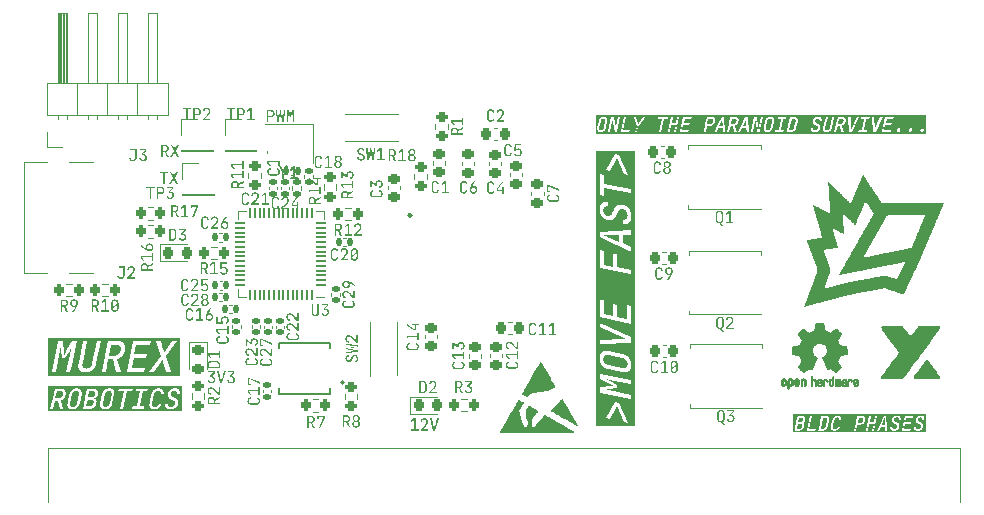
<source format=gbr>
%TF.GenerationSoftware,KiCad,Pcbnew,7.99.0-3012-g423a5b9961*%
%TF.CreationDate,2023-10-21T00:00:59-04:00*%
%TF.ProjectId,drvesc,64727665-7363-42e6-9b69-6361645f7063,V1.0*%
%TF.SameCoordinates,Original*%
%TF.FileFunction,Legend,Top*%
%TF.FilePolarity,Positive*%
%FSLAX46Y46*%
G04 Gerber Fmt 4.6, Leading zero omitted, Abs format (unit mm)*
G04 Created by KiCad (PCBNEW 7.99.0-3012-g423a5b9961) date 2023-10-21 00:00:59*
%MOMM*%
%LPD*%
G01*
G04 APERTURE LIST*
G04 Aperture macros list*
%AMRoundRect*
0 Rectangle with rounded corners*
0 $1 Rounding radius*
0 $2 $3 $4 $5 $6 $7 $8 $9 X,Y pos of 4 corners*
0 Add a 4 corners polygon primitive as box body*
4,1,4,$2,$3,$4,$5,$6,$7,$8,$9,$2,$3,0*
0 Add four circle primitives for the rounded corners*
1,1,$1+$1,$2,$3*
1,1,$1+$1,$4,$5*
1,1,$1+$1,$6,$7*
1,1,$1+$1,$8,$9*
0 Add four rect primitives between the rounded corners*
20,1,$1+$1,$2,$3,$4,$5,0*
20,1,$1+$1,$4,$5,$6,$7,0*
20,1,$1+$1,$6,$7,$8,$9,0*
20,1,$1+$1,$8,$9,$2,$3,0*%
%AMFreePoly0*
4,1,17,2.675000,1.605000,1.875000,1.605000,1.875000,0.935000,2.675000,0.935000,2.675000,0.335000,1.875000,0.335000,1.875000,-0.335000,2.675000,-0.335000,2.675000,-0.935000,1.875000,-0.935000,1.875000,-1.605000,2.675000,-1.605000,2.675000,-2.205000,-1.875000,-2.205000,-1.875000,2.205000,2.675000,2.205000,2.675000,1.605000,2.675000,1.605000,$1*%
G04 Aperture macros list end*
%ADD10C,0.150000*%
%ADD11C,0.250000*%
%ADD12C,0.254000*%
%ADD13C,0.120000*%
%ADD14C,0.000000*%
%ADD15C,0.010000*%
%ADD16C,0.152400*%
%ADD17RoundRect,0.200000X-0.275000X0.200000X-0.275000X-0.200000X0.275000X-0.200000X0.275000X0.200000X0*%
%ADD18RoundRect,0.200000X0.200000X0.275000X-0.200000X0.275000X-0.200000X-0.275000X0.200000X-0.275000X0*%
%ADD19RoundRect,0.200000X-0.200000X-0.275000X0.200000X-0.275000X0.200000X0.275000X-0.200000X0.275000X0*%
%ADD20RoundRect,0.225000X0.250000X-0.225000X0.250000X0.225000X-0.250000X0.225000X-0.250000X-0.225000X0*%
%ADD21FreePoly0,180.000000*%
%ADD22R,0.850000X0.500000*%
%ADD23C,0.650000*%
%ADD24R,1.450000X0.600000*%
%ADD25R,1.450000X0.300000*%
%ADD26O,2.100000X1.000000*%
%ADD27O,1.600000X1.000000*%
%ADD28RoundRect,0.140000X0.140000X0.170000X-0.140000X0.170000X-0.140000X-0.170000X0.140000X-0.170000X0*%
%ADD29R,1.700000X1.700000*%
%ADD30RoundRect,0.140000X-0.170000X0.140000X-0.170000X-0.140000X0.170000X-0.140000X0.170000X0.140000X0*%
%ADD31O,1.700000X1.700000*%
%ADD32RoundRect,0.225000X0.225000X0.250000X-0.225000X0.250000X-0.225000X-0.250000X0.225000X-0.250000X0*%
%ADD33RoundRect,0.200000X0.275000X-0.200000X0.275000X0.200000X-0.275000X0.200000X-0.275000X-0.200000X0*%
%ADD34RoundRect,0.218750X-0.218750X-0.256250X0.218750X-0.256250X0.218750X0.256250X-0.218750X0.256250X0*%
%ADD35C,2.000000*%
%ADD36RoundRect,0.225000X-0.250000X0.225000X-0.250000X-0.225000X0.250000X-0.225000X0.250000X0.225000X0*%
%ADD37R,1.475000X0.300000*%
%ADD38R,0.300000X1.475000*%
%ADD39R,5.170000X5.170000*%
%ADD40RoundRect,0.140000X0.170000X-0.140000X0.170000X0.140000X-0.170000X0.140000X-0.170000X-0.140000X0*%
%ADD41RoundRect,0.225000X-0.225000X-0.250000X0.225000X-0.250000X0.225000X0.250000X-0.225000X0.250000X0*%
%ADD42RoundRect,0.218750X-0.256250X0.218750X-0.256250X-0.218750X0.256250X-0.218750X0.256250X0.218750X0*%
%ADD43RoundRect,0.135000X-0.185000X0.135000X-0.185000X-0.135000X0.185000X-0.135000X0.185000X0.135000X0*%
%ADD44R,1.400000X1.200000*%
%ADD45R,0.762000X0.304800*%
%ADD46R,2.387600X3.098800*%
%ADD47RoundRect,0.050000X0.387500X0.050000X-0.387500X0.050000X-0.387500X-0.050000X0.387500X-0.050000X0*%
%ADD48RoundRect,0.050000X0.050000X0.387500X-0.050000X0.387500X-0.050000X-0.387500X0.050000X-0.387500X0*%
%ADD49R,3.200000X3.200000*%
%ADD50R,1.651000X4.572000*%
G04 APERTURE END LIST*
D10*
G36*
X108140258Y-102645735D02*
G01*
X108140258Y-102531918D01*
X108857844Y-102531918D01*
X108857844Y-102645735D01*
X108563775Y-102645735D01*
X108563775Y-103563600D01*
X108434327Y-103563600D01*
X108434327Y-102645735D01*
X108140258Y-102645735D01*
G37*
G36*
X109267928Y-103037745D02*
G01*
X108988025Y-102531918D01*
X109134327Y-102531918D01*
X109293329Y-102834535D01*
X109298084Y-102843114D01*
X109303663Y-102853580D01*
X109308836Y-102863760D01*
X109313604Y-102873654D01*
X109317967Y-102883261D01*
X109321924Y-102892582D01*
X109324103Y-102898038D01*
X109329160Y-102907173D01*
X109333644Y-102916261D01*
X109337556Y-102925300D01*
X109338270Y-102927103D01*
X109342422Y-102927103D01*
X109346630Y-102917828D01*
X109351057Y-102908745D01*
X109355531Y-102900040D01*
X109356588Y-102898038D01*
X109387607Y-102834535D01*
X109549295Y-102531918D01*
X109688514Y-102531918D01*
X109408612Y-103032860D01*
X109704145Y-103563600D01*
X109559065Y-103563600D01*
X109383210Y-103237780D01*
X109352436Y-103175009D01*
X109347859Y-103166332D01*
X109343318Y-103156963D01*
X109339349Y-103147881D01*
X109338270Y-103145212D01*
X109334117Y-103145212D01*
X109330082Y-103155124D01*
X109326113Y-103164436D01*
X109321858Y-103174034D01*
X109321417Y-103175009D01*
X109316461Y-103184313D01*
X109311805Y-103193472D01*
X109307492Y-103202286D01*
X109306518Y-103204318D01*
X109302182Y-103213465D01*
X109297691Y-103222496D01*
X109293046Y-103231411D01*
X109290398Y-103236314D01*
X109113078Y-103563600D01*
X108972394Y-103563600D01*
X109267928Y-103037745D01*
G37*
D11*
G36*
X146064746Y-118030118D02*
G01*
X146089109Y-118032067D01*
X146114186Y-118035051D01*
X146139980Y-118039070D01*
X146166489Y-118044124D01*
X147282678Y-118276155D01*
X147296176Y-118279073D01*
X147322642Y-118285480D01*
X147348402Y-118292645D01*
X147373456Y-118300569D01*
X147397804Y-118309251D01*
X147421446Y-118318691D01*
X147444382Y-118328890D01*
X147466612Y-118339848D01*
X147488136Y-118351564D01*
X147519098Y-118370560D01*
X147548471Y-118391263D01*
X147576256Y-118413672D01*
X147602453Y-118437788D01*
X147627061Y-118463611D01*
X147649649Y-118490791D01*
X147670016Y-118518981D01*
X147688160Y-118548179D01*
X147704083Y-118578386D01*
X147717784Y-118609602D01*
X147729264Y-118641827D01*
X147738521Y-118675061D01*
X147745557Y-118709304D01*
X147750371Y-118744556D01*
X147752963Y-118780817D01*
X147753457Y-118805551D01*
X147752975Y-118829629D01*
X147750445Y-118864164D01*
X147745748Y-118896799D01*
X147738882Y-118927533D01*
X147729848Y-118956369D01*
X147718646Y-118983304D01*
X147705276Y-119008339D01*
X147689738Y-119031475D01*
X147672031Y-119052711D01*
X147652157Y-119072047D01*
X147630114Y-119089483D01*
X147606073Y-119104805D01*
X147580433Y-119117798D01*
X147553194Y-119128461D01*
X147524355Y-119136796D01*
X147493917Y-119142801D01*
X147461880Y-119146477D01*
X147428243Y-119147824D01*
X147393008Y-119146842D01*
X147368629Y-119144893D01*
X147343539Y-119141910D01*
X147317738Y-119137891D01*
X147291227Y-119132836D01*
X146175037Y-118900806D01*
X146161540Y-118897887D01*
X146135079Y-118891480D01*
X146109328Y-118884315D01*
X146084289Y-118876391D01*
X146059960Y-118867709D01*
X146036342Y-118858269D01*
X146013434Y-118848070D01*
X145991238Y-118837112D01*
X145969752Y-118825396D01*
X145938856Y-118806400D01*
X145909560Y-118785697D01*
X145881862Y-118763288D01*
X145855764Y-118739172D01*
X145831265Y-118713349D01*
X145808568Y-118686065D01*
X145788103Y-118657794D01*
X145769871Y-118628534D01*
X145753871Y-118598288D01*
X145740104Y-118567054D01*
X145728569Y-118534833D01*
X145719267Y-118501624D01*
X145712197Y-118467427D01*
X145707360Y-118432243D01*
X145704755Y-118396072D01*
X145704259Y-118371409D01*
X145704743Y-118347259D01*
X145707285Y-118312635D01*
X145712006Y-118279933D01*
X145718906Y-118249151D01*
X145727985Y-118220291D01*
X145739242Y-118193352D01*
X145752678Y-118168335D01*
X145768294Y-118145238D01*
X145786088Y-118124063D01*
X145806061Y-118104809D01*
X145828212Y-118087477D01*
X145852144Y-118072155D01*
X145877686Y-118059162D01*
X145904838Y-118048499D01*
X145933599Y-118040164D01*
X145963971Y-118034159D01*
X145995953Y-118030483D01*
X146029545Y-118029136D01*
X146064746Y-118030118D01*
G37*
G36*
X147010958Y-108447822D02*
G01*
X146023607Y-108004522D01*
X146009746Y-107998502D01*
X145987123Y-107988684D01*
X145960762Y-107977257D01*
X145935259Y-107966216D01*
X145910616Y-107955561D01*
X145886831Y-107945293D01*
X145871298Y-107938586D01*
X145848715Y-107929133D01*
X145823454Y-107919028D01*
X145799361Y-107909916D01*
X145773258Y-107900718D01*
X145760340Y-107895404D01*
X145753988Y-107892842D01*
X145765320Y-107894002D01*
X145774930Y-107894542D01*
X145801606Y-107895668D01*
X145826199Y-107896277D01*
X145851962Y-107896536D01*
X145878893Y-107896444D01*
X145882835Y-107896405D01*
X145911064Y-107896063D01*
X145936144Y-107895676D01*
X145962040Y-107895204D01*
X145988752Y-107894646D01*
X146016279Y-107894002D01*
X147010958Y-107864693D01*
X147010958Y-108447822D01*
G37*
G36*
X148354856Y-124049397D02*
G01*
X145102859Y-124049397D01*
X145102859Y-123371060D01*
X145895379Y-123371060D01*
X146251974Y-123444944D01*
X146800909Y-122479574D01*
X146802274Y-122477175D01*
X146814940Y-122453776D01*
X146825816Y-122431451D01*
X146835714Y-122408133D01*
X146840143Y-122395775D01*
X146848100Y-122372477D01*
X146855864Y-122347683D01*
X146857448Y-122341195D01*
X146860534Y-122328274D01*
X146863215Y-122336830D01*
X146871129Y-122360506D01*
X146878987Y-122382086D01*
X146888288Y-122405686D01*
X146897996Y-122428894D01*
X146904143Y-122443369D01*
X146914087Y-122466129D01*
X146924901Y-122490145D01*
X146935243Y-122512547D01*
X147470135Y-123698346D01*
X147824287Y-123771619D01*
X147046984Y-122091838D01*
X146672071Y-122013681D01*
X145895379Y-123371060D01*
X145102859Y-123371060D01*
X145102859Y-119620711D01*
X145419716Y-119620711D01*
X145419716Y-120059127D01*
X146309371Y-120515251D01*
X146330215Y-120526134D01*
X146355130Y-120538561D01*
X146380688Y-120550695D01*
X146403106Y-120560863D01*
X146425997Y-120570816D01*
X146441233Y-120577352D01*
X146467025Y-120588651D01*
X146491706Y-120599775D01*
X146515277Y-120610723D01*
X146537738Y-120621496D01*
X146545456Y-120624891D01*
X146571419Y-120636131D01*
X146595745Y-120646379D01*
X146621544Y-120656874D01*
X146629706Y-120660046D01*
X146625055Y-120659888D01*
X146598737Y-120658933D01*
X146572099Y-120657922D01*
X146546286Y-120656912D01*
X146536682Y-120656720D01*
X146510073Y-120656577D01*
X146485600Y-120656890D01*
X146460017Y-120657612D01*
X146433324Y-120658744D01*
X146417868Y-120659554D01*
X146391371Y-120661203D01*
X146365575Y-120663144D01*
X146340481Y-120665377D01*
X146316087Y-120667903D01*
X145419716Y-120772927D01*
X145419716Y-121208290D01*
X148038000Y-121752341D01*
X148038000Y-121410401D01*
X146222665Y-121033046D01*
X146211075Y-121030694D01*
X146182205Y-121024940D01*
X146153485Y-121019364D01*
X146124913Y-121013968D01*
X146096491Y-121008750D01*
X146068217Y-121003712D01*
X146040093Y-120998852D01*
X146012505Y-120994084D01*
X145985842Y-120989705D01*
X145960103Y-120985712D01*
X145935288Y-120982108D01*
X145906730Y-120978294D01*
X145879503Y-120975038D01*
X145869369Y-120973829D01*
X145844846Y-120970910D01*
X145816954Y-120967604D01*
X145815123Y-120967388D01*
X145828604Y-120966742D01*
X145856911Y-120965268D01*
X145877823Y-120963667D01*
X145904728Y-120961549D01*
X145933608Y-120959216D01*
X145959183Y-120957109D01*
X145986129Y-120954852D01*
X146014448Y-120952446D01*
X146031929Y-120950832D01*
X146061922Y-120948095D01*
X146086690Y-120945862D01*
X146112145Y-120943592D01*
X146138286Y-120941283D01*
X146165115Y-120938936D01*
X146192630Y-120936551D01*
X146220833Y-120934127D01*
X146897996Y-120866350D01*
X146897996Y-120568984D01*
X146228160Y-120222770D01*
X146202467Y-120209661D01*
X146177289Y-120196896D01*
X146152626Y-120184474D01*
X146128478Y-120172395D01*
X146104846Y-120160660D01*
X146081729Y-120149268D01*
X146059127Y-120138220D01*
X146037040Y-120127515D01*
X146026185Y-120122287D01*
X145999569Y-120109550D01*
X145973699Y-120097290D01*
X145948574Y-120085507D01*
X145924195Y-120074202D01*
X145900560Y-120063373D01*
X145877672Y-120053021D01*
X145867988Y-120048568D01*
X145844529Y-120037874D01*
X145817796Y-120025867D01*
X145802071Y-120018933D01*
X145819223Y-120024345D01*
X145846700Y-120032760D01*
X145871565Y-120040199D01*
X145876048Y-120041537D01*
X145903697Y-120049665D01*
X145927722Y-120056570D01*
X145952641Y-120063595D01*
X145978455Y-120070738D01*
X146005163Y-120078001D01*
X146032766Y-120085383D01*
X146043926Y-120088341D01*
X146071973Y-120095568D01*
X146100228Y-120102557D01*
X146128692Y-120109307D01*
X146157365Y-120115818D01*
X146186247Y-120122091D01*
X146215337Y-120128126D01*
X148038000Y-120507313D01*
X148038000Y-120164762D01*
X145419716Y-119620711D01*
X145102859Y-119620711D01*
X145102859Y-118312791D01*
X145380637Y-118312791D01*
X145380852Y-118335054D01*
X145381979Y-118368074D01*
X145382193Y-118371409D01*
X145384072Y-118400642D01*
X145387131Y-118432760D01*
X145391156Y-118464427D01*
X145396147Y-118495643D01*
X145402104Y-118526408D01*
X145409027Y-118556723D01*
X145416916Y-118586586D01*
X145425771Y-118615999D01*
X145435592Y-118644961D01*
X145442650Y-118663997D01*
X145453943Y-118692095D01*
X145466084Y-118719646D01*
X145479073Y-118746649D01*
X145492910Y-118773105D01*
X145507595Y-118799014D01*
X145523128Y-118824375D01*
X145539509Y-118849188D01*
X145556738Y-118873455D01*
X145574815Y-118897174D01*
X145593739Y-118920345D01*
X145606734Y-118935462D01*
X145626869Y-118957584D01*
X145647778Y-118979040D01*
X145669459Y-118999830D01*
X145691913Y-119019955D01*
X145715140Y-119039415D01*
X145739140Y-119058209D01*
X145763913Y-119076337D01*
X145789458Y-119093800D01*
X145815776Y-119110598D01*
X145842867Y-119126730D01*
X145861238Y-119137080D01*
X145889277Y-119151915D01*
X145917895Y-119165924D01*
X145947093Y-119179106D01*
X145976871Y-119191462D01*
X146007229Y-119202991D01*
X146038166Y-119213694D01*
X146069682Y-119223571D01*
X146101779Y-119232621D01*
X146134454Y-119240844D01*
X146167710Y-119248241D01*
X147282068Y-119480272D01*
X147304310Y-119484689D01*
X147337216Y-119490421D01*
X147369576Y-119495079D01*
X147401387Y-119498664D01*
X147432652Y-119501176D01*
X147463369Y-119502614D01*
X147493538Y-119502979D01*
X147523161Y-119502270D01*
X147552235Y-119500489D01*
X147580763Y-119497634D01*
X147608743Y-119493705D01*
X147627047Y-119490435D01*
X147653876Y-119484716D01*
X147679955Y-119478020D01*
X147705282Y-119470348D01*
X147729858Y-119461698D01*
X147753682Y-119452072D01*
X147776755Y-119441470D01*
X147799077Y-119429890D01*
X147820647Y-119417334D01*
X147841466Y-119403801D01*
X147861534Y-119389291D01*
X147874395Y-119379014D01*
X147892971Y-119362837D01*
X147910688Y-119345747D01*
X147927546Y-119327746D01*
X147943546Y-119308832D01*
X147958687Y-119289006D01*
X147972970Y-119268267D01*
X147986394Y-119246616D01*
X147998959Y-119224053D01*
X148010665Y-119200577D01*
X148021513Y-119176189D01*
X148028242Y-119159445D01*
X148037521Y-119133650D01*
X148045823Y-119107038D01*
X148053148Y-119079611D01*
X148059497Y-119051368D01*
X148064869Y-119022309D01*
X148069264Y-118992435D01*
X148072683Y-118961745D01*
X148075125Y-118930239D01*
X148076590Y-118897917D01*
X148077078Y-118864780D01*
X148076857Y-118842877D01*
X148075692Y-118810317D01*
X148073529Y-118778112D01*
X148070368Y-118746261D01*
X148066209Y-118714764D01*
X148061052Y-118683621D01*
X148054896Y-118652832D01*
X148047742Y-118622398D01*
X148039590Y-118592318D01*
X148030440Y-118562592D01*
X148020292Y-118533220D01*
X148013015Y-118513891D01*
X148001428Y-118485397D01*
X147989036Y-118457505D01*
X147975840Y-118430214D01*
X147961838Y-118403523D01*
X147947032Y-118377434D01*
X147931420Y-118351946D01*
X147915003Y-118327059D01*
X147897782Y-118302773D01*
X147879755Y-118279088D01*
X147860923Y-118256005D01*
X147847865Y-118240961D01*
X147827677Y-118218942D01*
X147806770Y-118197577D01*
X147785144Y-118176867D01*
X147762799Y-118156812D01*
X147739735Y-118137411D01*
X147715952Y-118118666D01*
X147691450Y-118100575D01*
X147666228Y-118083138D01*
X147640287Y-118066357D01*
X147613628Y-118050230D01*
X147595402Y-118039809D01*
X147567555Y-118024884D01*
X147539095Y-118010808D01*
X147510024Y-117997579D01*
X147480341Y-117985198D01*
X147450046Y-117973665D01*
X147419140Y-117962980D01*
X147387621Y-117953143D01*
X147355491Y-117944154D01*
X147322749Y-117936012D01*
X147289395Y-117928719D01*
X146176258Y-117696688D01*
X146153943Y-117692202D01*
X146120934Y-117686393D01*
X146088484Y-117681690D01*
X146056591Y-117678093D01*
X146025257Y-117675601D01*
X145994481Y-117674215D01*
X145964263Y-117673934D01*
X145934603Y-117674758D01*
X145905502Y-117676689D01*
X145876958Y-117679724D01*
X145848973Y-117683866D01*
X145830671Y-117687136D01*
X145803854Y-117692855D01*
X145777799Y-117699551D01*
X145752506Y-117707223D01*
X145727975Y-117715872D01*
X145704206Y-117725498D01*
X145681199Y-117736101D01*
X145658954Y-117747681D01*
X145637472Y-117760237D01*
X145616751Y-117773770D01*
X145596792Y-117788279D01*
X145583857Y-117798483D01*
X145565180Y-117814558D01*
X145547371Y-117831556D01*
X145530432Y-117849477D01*
X145514363Y-117868321D01*
X145499162Y-117888089D01*
X145484832Y-117908779D01*
X145471370Y-117930392D01*
X145458778Y-117952929D01*
X145447056Y-117976388D01*
X145436203Y-118000771D01*
X145429474Y-118017517D01*
X145420195Y-118043325D01*
X145411893Y-118069960D01*
X145404567Y-118097421D01*
X145398219Y-118125709D01*
X145392846Y-118154823D01*
X145388451Y-118184764D01*
X145385033Y-118215531D01*
X145382591Y-118247124D01*
X145381126Y-118279545D01*
X145380637Y-118312791D01*
X145102859Y-118312791D01*
X145102859Y-115311046D01*
X145419716Y-115311046D01*
X145419716Y-115678021D01*
X147449374Y-116587215D01*
X147463349Y-116593453D01*
X147486163Y-116603587D01*
X147512753Y-116615315D01*
X147538485Y-116626571D01*
X147563357Y-116637354D01*
X147587371Y-116647665D01*
X147599030Y-116652612D01*
X147625189Y-116663443D01*
X147649887Y-116673282D01*
X147673124Y-116682127D01*
X147697891Y-116691018D01*
X147711821Y-116696476D01*
X147718614Y-116699095D01*
X147705829Y-116697735D01*
X147699816Y-116697444D01*
X147674571Y-116696566D01*
X147647418Y-116696147D01*
X147622094Y-116696155D01*
X147595309Y-116696514D01*
X147591366Y-116696553D01*
X147563062Y-116696857D01*
X147537824Y-116697165D01*
X147511685Y-116697516D01*
X147484644Y-116697909D01*
X147456702Y-116698346D01*
X145419716Y-116754522D01*
X145419716Y-117124550D01*
X148038000Y-117004260D01*
X148038000Y-116539588D01*
X145419716Y-115311046D01*
X145102859Y-115311046D01*
X145102859Y-113343670D01*
X145419716Y-113343670D01*
X145419716Y-114845764D01*
X148038000Y-115389815D01*
X148038000Y-113887721D01*
X147714378Y-113820554D01*
X147714378Y-114972770D01*
X146865634Y-114796305D01*
X146865634Y-113764379D01*
X146542012Y-113697212D01*
X146542012Y-114729138D01*
X145743338Y-114563053D01*
X145743338Y-113410837D01*
X145419716Y-113343670D01*
X145102859Y-113343670D01*
X145102859Y-109130481D01*
X145419716Y-109130481D01*
X145419716Y-110649672D01*
X148038000Y-111193723D01*
X148038000Y-110843845D01*
X146876625Y-110602655D01*
X146876625Y-109523102D01*
X146553003Y-109455935D01*
X146553003Y-110542815D01*
X145743338Y-110374288D01*
X145743338Y-109197648D01*
X145419716Y-109130481D01*
X145102859Y-109130481D01*
X145102859Y-108049096D01*
X145419716Y-108049096D01*
X148038000Y-109278248D01*
X148038000Y-108910663D01*
X147334580Y-108588873D01*
X147334580Y-107860418D01*
X148038000Y-107834773D01*
X148038000Y-107465356D01*
X145419716Y-107584424D01*
X145419716Y-107892842D01*
X145419716Y-108049096D01*
X145102859Y-108049096D01*
X145102859Y-105706807D01*
X145380637Y-105706807D01*
X145381372Y-105749817D01*
X145383576Y-105791987D01*
X145387249Y-105833317D01*
X145392392Y-105873808D01*
X145399003Y-105913459D01*
X145407084Y-105952271D01*
X145416635Y-105990243D01*
X145427654Y-106027376D01*
X145440143Y-106063669D01*
X145454101Y-106099122D01*
X145469528Y-106133736D01*
X145486425Y-106167510D01*
X145504791Y-106200445D01*
X145524626Y-106232540D01*
X145545931Y-106263795D01*
X145568704Y-106294211D01*
X145592666Y-106323458D01*
X145617686Y-106351360D01*
X145643766Y-106377917D01*
X145670905Y-106403128D01*
X145699102Y-106426994D01*
X145728359Y-106449515D01*
X145758675Y-106470691D01*
X145790049Y-106490521D01*
X145822483Y-106509006D01*
X145855976Y-106526146D01*
X145890528Y-106541941D01*
X145926138Y-106556391D01*
X145962808Y-106569495D01*
X146000537Y-106581254D01*
X146039325Y-106591667D01*
X146079172Y-106600736D01*
X146112256Y-106607050D01*
X146144721Y-106612101D01*
X146176570Y-106615890D01*
X146207800Y-106618415D01*
X146238413Y-106619677D01*
X146268408Y-106619677D01*
X146297785Y-106618413D01*
X146326544Y-106615887D01*
X146354686Y-106612097D01*
X146382209Y-106607045D01*
X146409116Y-106600729D01*
X146435404Y-106593151D01*
X146461074Y-106584310D01*
X146486127Y-106574205D01*
X146510562Y-106562838D01*
X146534379Y-106550208D01*
X146557579Y-106536315D01*
X146580161Y-106521159D01*
X146602125Y-106504740D01*
X146623471Y-106487058D01*
X146644199Y-106468113D01*
X146664310Y-106447905D01*
X146683803Y-106426434D01*
X146702678Y-106403701D01*
X146720935Y-106379704D01*
X146738575Y-106354444D01*
X146755597Y-106327921D01*
X146772001Y-106300136D01*
X146787787Y-106271087D01*
X146802956Y-106240776D01*
X146817507Y-106209201D01*
X146831440Y-106176364D01*
X146939517Y-105906476D01*
X146942972Y-105898076D01*
X146954038Y-105873751D01*
X146966156Y-105850735D01*
X146979326Y-105829029D01*
X146993548Y-105808632D01*
X147008821Y-105789544D01*
X147030822Y-105766131D01*
X147054693Y-105745046D01*
X147080434Y-105726289D01*
X147108045Y-105709860D01*
X147129782Y-105699112D01*
X147159782Y-105687320D01*
X147190947Y-105678428D01*
X147215085Y-105673663D01*
X147239877Y-105670528D01*
X147265324Y-105669026D01*
X147291426Y-105669155D01*
X147318182Y-105670915D01*
X147345593Y-105674307D01*
X147373659Y-105679330D01*
X147395352Y-105684315D01*
X147426810Y-105693313D01*
X147456969Y-105704136D01*
X147485829Y-105716783D01*
X147513390Y-105731255D01*
X147539653Y-105747552D01*
X147564617Y-105765673D01*
X147588282Y-105785619D01*
X147610648Y-105807390D01*
X147631716Y-105830986D01*
X147651485Y-105856406D01*
X147669709Y-105883273D01*
X147686140Y-105911439D01*
X147700778Y-105940904D01*
X147713624Y-105971667D01*
X147724678Y-106003730D01*
X147733939Y-106037091D01*
X147741407Y-106071750D01*
X147747083Y-106107709D01*
X147749872Y-106132403D01*
X147751863Y-106157674D01*
X147753058Y-106183522D01*
X147753457Y-106209947D01*
X147753042Y-106235180D01*
X147750863Y-106271482D01*
X147746816Y-106305927D01*
X147740902Y-106338515D01*
X147733121Y-106369247D01*
X147723471Y-106398121D01*
X147711954Y-106425139D01*
X147698570Y-106450299D01*
X147683318Y-106473603D01*
X147666198Y-106495050D01*
X147647211Y-106514640D01*
X147626349Y-106531953D01*
X147603834Y-106546797D01*
X147579666Y-106559173D01*
X147553845Y-106569080D01*
X147526372Y-106576518D01*
X147497245Y-106581487D01*
X147466465Y-106583988D01*
X147434033Y-106584020D01*
X147399947Y-106581584D01*
X147364209Y-106576679D01*
X147339465Y-106572037D01*
X147339465Y-106939012D01*
X147361504Y-106942876D01*
X147393919Y-106947706D01*
X147425561Y-106951377D01*
X147456430Y-106953889D01*
X147486526Y-106955241D01*
X147515849Y-106955434D01*
X147544400Y-106954468D01*
X147572178Y-106952343D01*
X147599183Y-106949059D01*
X147625415Y-106944615D01*
X147650875Y-106939012D01*
X147675604Y-106932352D01*
X147699647Y-106924737D01*
X147723003Y-106916166D01*
X147745671Y-106906640D01*
X147774828Y-106892453D01*
X147802763Y-106876568D01*
X147829477Y-106858985D01*
X147854970Y-106839703D01*
X147879242Y-106818723D01*
X147902235Y-106796102D01*
X147923892Y-106771897D01*
X147939259Y-106752704D01*
X147953874Y-106732620D01*
X147967738Y-106711645D01*
X147980850Y-106689780D01*
X147993212Y-106667023D01*
X148004822Y-106643376D01*
X148015680Y-106618838D01*
X148025787Y-106593409D01*
X148031998Y-106575999D01*
X148040564Y-106549286D01*
X148048227Y-106521853D01*
X148054989Y-106493701D01*
X148060850Y-106464830D01*
X148065808Y-106435240D01*
X148069866Y-106404931D01*
X148073021Y-106373903D01*
X148075275Y-106342156D01*
X148076628Y-106309689D01*
X148077078Y-106276503D01*
X148076339Y-106230107D01*
X148074121Y-106184645D01*
X148070424Y-106140119D01*
X148065248Y-106096527D01*
X148058593Y-106053870D01*
X148050460Y-106012149D01*
X148040847Y-105971362D01*
X148029756Y-105931510D01*
X148017186Y-105892594D01*
X148003138Y-105854612D01*
X147987610Y-105817565D01*
X147970604Y-105781454D01*
X147952119Y-105746277D01*
X147932155Y-105712035D01*
X147910712Y-105678729D01*
X147887790Y-105646357D01*
X147863578Y-105615109D01*
X147838264Y-105585325D01*
X147811848Y-105557006D01*
X147784330Y-105530151D01*
X147755711Y-105504760D01*
X147725989Y-105480835D01*
X147695165Y-105458373D01*
X147663239Y-105437377D01*
X147630212Y-105417844D01*
X147596082Y-105399777D01*
X147560851Y-105383173D01*
X147524517Y-105368035D01*
X147487082Y-105354360D01*
X147448544Y-105342151D01*
X147408905Y-105331405D01*
X147368163Y-105322125D01*
X147333879Y-105315501D01*
X147300176Y-105310132D01*
X147267056Y-105306017D01*
X147234517Y-105303158D01*
X147202560Y-105301552D01*
X147171185Y-105301202D01*
X147140393Y-105302106D01*
X147110182Y-105304264D01*
X147080553Y-105307677D01*
X147051506Y-105312345D01*
X147023042Y-105318268D01*
X146995159Y-105325445D01*
X146967858Y-105333876D01*
X146941139Y-105343563D01*
X146915002Y-105354503D01*
X146889448Y-105366699D01*
X146864508Y-105380015D01*
X146840370Y-105394472D01*
X146817033Y-105410069D01*
X146794498Y-105426806D01*
X146772764Y-105444682D01*
X146751832Y-105463700D01*
X146731701Y-105483857D01*
X146712371Y-105505154D01*
X146693843Y-105527591D01*
X146676117Y-105551169D01*
X146659191Y-105575887D01*
X146643068Y-105601744D01*
X146627745Y-105628742D01*
X146613224Y-105656880D01*
X146599505Y-105686158D01*
X146586586Y-105716577D01*
X146471792Y-105998677D01*
X146463053Y-106018791D01*
X146449515Y-106047398D01*
X146435461Y-106074125D01*
X146420892Y-106098975D01*
X146405809Y-106121946D01*
X146390209Y-106143039D01*
X146374095Y-106162253D01*
X146351808Y-106184951D01*
X146328605Y-106204309D01*
X146304486Y-106220328D01*
X146279088Y-106233293D01*
X146252050Y-106243493D01*
X146223371Y-106250925D01*
X146193050Y-106255590D01*
X146161089Y-106257489D01*
X146136041Y-106257097D01*
X146110070Y-106255149D01*
X146083175Y-106251644D01*
X146055358Y-106246584D01*
X146035394Y-106242014D01*
X146006432Y-106233763D01*
X145978651Y-106223839D01*
X145952050Y-106212239D01*
X145926630Y-106198966D01*
X145902390Y-106184018D01*
X145879332Y-106167396D01*
X145857454Y-106149099D01*
X145836756Y-106129128D01*
X145817239Y-106107482D01*
X145798903Y-106084162D01*
X145787442Y-106067833D01*
X145771638Y-106042499D01*
X145757496Y-106016156D01*
X145745019Y-105988804D01*
X145734205Y-105960443D01*
X145725055Y-105931073D01*
X145717568Y-105900694D01*
X145711746Y-105869306D01*
X145707586Y-105836909D01*
X145705091Y-105803504D01*
X145704259Y-105769089D01*
X145704655Y-105746940D01*
X145706734Y-105715094D01*
X145710594Y-105684902D01*
X145716236Y-105656362D01*
X145723660Y-105629475D01*
X145732866Y-105604241D01*
X145743853Y-105580659D01*
X145756622Y-105558731D01*
X145771173Y-105538456D01*
X145787506Y-105519834D01*
X145805620Y-105502864D01*
X145825364Y-105487728D01*
X145846814Y-105474836D01*
X145869972Y-105464187D01*
X145894835Y-105455781D01*
X145921406Y-105449618D01*
X145949683Y-105445699D01*
X145979666Y-105444022D01*
X146011356Y-105444589D01*
X146044753Y-105447400D01*
X146079856Y-105452453D01*
X146104207Y-105457069D01*
X146104207Y-105090704D01*
X146082692Y-105086747D01*
X146051029Y-105081715D01*
X146020096Y-105077767D01*
X145989892Y-105074903D01*
X145960418Y-105073123D01*
X145931674Y-105072427D01*
X145903660Y-105072816D01*
X145876376Y-105074288D01*
X145849822Y-105076844D01*
X145823998Y-105080485D01*
X145798903Y-105085209D01*
X145790698Y-105086981D01*
X145766531Y-105092947D01*
X145735362Y-105102420D01*
X145705394Y-105113631D01*
X145676629Y-105126578D01*
X145649066Y-105141261D01*
X145622705Y-105157680D01*
X145597546Y-105175836D01*
X145573589Y-105195729D01*
X145550920Y-105217081D01*
X145529625Y-105239922D01*
X145509704Y-105264250D01*
X145491157Y-105290068D01*
X145473984Y-105317373D01*
X145462005Y-105338829D01*
X145450800Y-105361122D01*
X145440367Y-105384253D01*
X145430707Y-105408220D01*
X145424644Y-105424628D01*
X145416283Y-105449803D01*
X145408802Y-105475654D01*
X145402201Y-105502182D01*
X145396480Y-105529385D01*
X145391639Y-105557265D01*
X145387678Y-105585821D01*
X145384598Y-105615053D01*
X145382398Y-105644962D01*
X145381077Y-105675546D01*
X145380637Y-105706807D01*
X145102859Y-105706807D01*
X145102859Y-102733150D01*
X145419716Y-102733150D01*
X145419716Y-104527725D01*
X145743338Y-104594891D01*
X145743338Y-103875596D01*
X148038000Y-104352480D01*
X148038000Y-103996496D01*
X145743338Y-103519612D01*
X145743338Y-102800317D01*
X145419716Y-102733150D01*
X145102859Y-102733150D01*
X145102859Y-102390600D01*
X145895379Y-102390600D01*
X146251974Y-102464483D01*
X146800909Y-101499113D01*
X146802274Y-101496714D01*
X146814940Y-101473316D01*
X146825816Y-101450991D01*
X146835714Y-101427672D01*
X146840143Y-101415315D01*
X146848100Y-101392016D01*
X146855864Y-101367222D01*
X146857448Y-101360735D01*
X146860534Y-101347814D01*
X146863215Y-101356370D01*
X146871129Y-101380045D01*
X146878987Y-101401625D01*
X146888288Y-101425225D01*
X146897996Y-101448433D01*
X146904143Y-101462909D01*
X146914087Y-101485669D01*
X146924901Y-101509685D01*
X146935243Y-101532086D01*
X147470135Y-102717885D01*
X147824287Y-102791158D01*
X147046984Y-101111378D01*
X146672071Y-101033220D01*
X145895379Y-102390600D01*
X145102859Y-102390600D01*
X145102859Y-100755442D01*
X148354856Y-100755442D01*
X148354856Y-124049397D01*
G37*
D10*
G36*
X167733112Y-102808777D02*
G01*
X167777808Y-102877356D01*
X167822505Y-102945247D01*
X167867201Y-103012452D01*
X167911898Y-103078970D01*
X167926796Y-103100990D01*
X167971813Y-103166867D01*
X168016006Y-103232607D01*
X168059375Y-103298209D01*
X168108929Y-103374571D01*
X168157362Y-103450746D01*
X168208704Y-103530528D01*
X168260150Y-103610138D01*
X168311698Y-103689576D01*
X168363350Y-103768842D01*
X168415105Y-103847937D01*
X168466962Y-103926859D01*
X168518923Y-104005611D01*
X168570987Y-104084190D01*
X168623154Y-104162598D01*
X168675424Y-104240834D01*
X168710327Y-104292896D01*
X168762666Y-104370931D01*
X168814902Y-104448967D01*
X168867034Y-104527002D01*
X168919064Y-104605038D01*
X168970990Y-104683073D01*
X169022813Y-104761109D01*
X169074534Y-104839145D01*
X169126151Y-104917180D01*
X169177665Y-104995216D01*
X169229076Y-105073251D01*
X169263293Y-105125275D01*
X169312142Y-105162400D01*
X169372714Y-105168262D01*
X169451811Y-105168262D01*
X169530831Y-105168262D01*
X169609775Y-105168262D01*
X169688642Y-105168262D01*
X169767433Y-105168262D01*
X169846148Y-105168262D01*
X169924787Y-105168262D01*
X170003349Y-105168262D01*
X170081835Y-105168262D01*
X170160245Y-105168262D01*
X170238578Y-105168262D01*
X170316835Y-105168262D01*
X170395015Y-105168262D01*
X170512143Y-105168262D01*
X170629099Y-105168262D01*
X170708455Y-105168262D01*
X170787766Y-105168262D01*
X170867030Y-105168262D01*
X170946249Y-105168262D01*
X171025421Y-105168262D01*
X171104549Y-105168262D01*
X171183630Y-105168262D01*
X171262665Y-105168262D01*
X171341655Y-105168262D01*
X171420599Y-105168262D01*
X171499497Y-105168262D01*
X171578349Y-105168262D01*
X171657156Y-105168262D01*
X171735916Y-105168262D01*
X171814631Y-105168262D01*
X171893300Y-105168262D01*
X171971924Y-105168262D01*
X172050501Y-105168262D01*
X172129033Y-105168262D01*
X172207519Y-105168262D01*
X172285959Y-105168262D01*
X172364353Y-105168262D01*
X172442702Y-105168262D01*
X172521004Y-105168262D01*
X172599261Y-105168262D01*
X172677472Y-105168262D01*
X172755638Y-105168262D01*
X172872800Y-105168262D01*
X172989859Y-105168262D01*
X173106815Y-105168262D01*
X173145778Y-105168262D01*
X173224920Y-105168262D01*
X173304077Y-105168262D01*
X173383250Y-105168262D01*
X173462438Y-105168262D01*
X173541642Y-105168262D01*
X173620860Y-105168262D01*
X173700094Y-105168262D01*
X173779344Y-105168262D01*
X173858608Y-105168262D01*
X173937888Y-105168262D01*
X174017183Y-105168262D01*
X174096493Y-105168262D01*
X174175818Y-105168262D01*
X174255159Y-105168262D01*
X174334515Y-105168262D01*
X174413886Y-105168262D01*
X174456873Y-105168262D01*
X174523307Y-105168262D01*
X174490067Y-105242832D01*
X174458736Y-105315113D01*
X174426474Y-105391977D01*
X174423656Y-105398827D01*
X174394103Y-105472941D01*
X174364549Y-105547518D01*
X174337683Y-105615715D01*
X174300594Y-105704009D01*
X174263334Y-105792302D01*
X174225902Y-105880596D01*
X174188298Y-105968890D01*
X174150522Y-106057184D01*
X174112575Y-106145478D01*
X174074456Y-106233771D01*
X174036165Y-106322065D01*
X173997702Y-106410359D01*
X173959068Y-106498653D01*
X173933217Y-106557515D01*
X173896214Y-106645809D01*
X173859211Y-106734103D01*
X173822208Y-106822397D01*
X173785205Y-106910690D01*
X173748203Y-106998984D01*
X173711200Y-107087278D01*
X173674197Y-107175572D01*
X173637194Y-107263866D01*
X173600191Y-107352159D01*
X173563189Y-107440453D01*
X173538520Y-107499316D01*
X173501763Y-107587260D01*
X173464766Y-107675239D01*
X173427529Y-107763252D01*
X173390051Y-107851300D01*
X173352333Y-107939382D01*
X173314374Y-108027498D01*
X173276175Y-108115649D01*
X173237735Y-108203834D01*
X173199055Y-108292053D01*
X173160134Y-108380307D01*
X173134054Y-108439162D01*
X173097068Y-108527107D01*
X173060117Y-108615086D01*
X173023200Y-108703099D01*
X172986318Y-108791147D01*
X172949469Y-108879229D01*
X172912655Y-108967345D01*
X172875876Y-109055496D01*
X172839131Y-109143681D01*
X172802420Y-109231900D01*
X172765743Y-109320154D01*
X172741311Y-109379009D01*
X172700038Y-109479358D01*
X172658284Y-109579639D01*
X172616049Y-109679851D01*
X172573333Y-109779994D01*
X172530137Y-109880069D01*
X172486459Y-109980075D01*
X172442301Y-110080012D01*
X172397662Y-110179881D01*
X172352542Y-110279681D01*
X172306941Y-110379412D01*
X172276273Y-110445861D01*
X172230060Y-110545112D01*
X172183743Y-110644293D01*
X172137324Y-110743406D01*
X172090801Y-110842451D01*
X172044176Y-110941426D01*
X171997447Y-111040333D01*
X171950615Y-111139171D01*
X171903681Y-111237941D01*
X171856643Y-111336642D01*
X171809502Y-111435274D01*
X171778018Y-111500990D01*
X171737076Y-111583148D01*
X171696318Y-111665488D01*
X171655744Y-111748012D01*
X171615352Y-111830718D01*
X171575143Y-111913608D01*
X171535118Y-111996681D01*
X171495276Y-112079938D01*
X171455617Y-112163377D01*
X171415958Y-112246542D01*
X171376116Y-112329951D01*
X171336091Y-112413604D01*
X171295882Y-112497501D01*
X171255491Y-112581643D01*
X171214916Y-112666029D01*
X171174158Y-112750659D01*
X171133217Y-112835533D01*
X171115631Y-112862889D01*
X171100000Y-112890244D01*
X171020229Y-112864655D01*
X170941387Y-112838449D01*
X170863471Y-112811624D01*
X170820586Y-112796454D01*
X170743340Y-112769441D01*
X170665476Y-112743355D01*
X170586994Y-112718196D01*
X170543126Y-112704619D01*
X170467458Y-112680662D01*
X170391886Y-112656419D01*
X170316409Y-112631890D01*
X170241028Y-112607075D01*
X170165742Y-112581973D01*
X170090551Y-112556585D01*
X170060502Y-112546350D01*
X169985397Y-112520561D01*
X169910293Y-112494486D01*
X169835188Y-112468125D01*
X169760083Y-112441478D01*
X169684979Y-112414545D01*
X169609874Y-112387325D01*
X169579832Y-112376357D01*
X169534891Y-112376357D01*
X169491905Y-112376357D01*
X169407887Y-112392792D01*
X169323629Y-112409123D01*
X169239130Y-112425352D01*
X169154392Y-112441478D01*
X169069412Y-112457501D01*
X168984192Y-112473420D01*
X168898732Y-112489237D01*
X168813032Y-112504951D01*
X168727091Y-112520561D01*
X168640909Y-112536069D01*
X168583321Y-112546350D01*
X168497329Y-112561771D01*
X168411542Y-112577262D01*
X168325962Y-112592821D01*
X168240587Y-112608449D01*
X168155419Y-112624145D01*
X168070457Y-112639910D01*
X167985701Y-112655744D01*
X167901151Y-112671646D01*
X167816807Y-112687618D01*
X167732669Y-112703657D01*
X167676692Y-112714389D01*
X167598748Y-112727051D01*
X167520254Y-112740126D01*
X167441211Y-112753613D01*
X167361618Y-112767512D01*
X167281476Y-112781823D01*
X167254640Y-112786685D01*
X167174979Y-112800881D01*
X167095730Y-112815628D01*
X167016893Y-112830923D01*
X166938468Y-112846769D01*
X166860455Y-112863163D01*
X166834542Y-112868750D01*
X166744348Y-112889473D01*
X166654016Y-112910607D01*
X166563547Y-112932154D01*
X166472941Y-112954113D01*
X166382197Y-112976484D01*
X166351919Y-112984033D01*
X166261793Y-113006290D01*
X166171667Y-113029096D01*
X166081542Y-113052452D01*
X165991416Y-113076357D01*
X165901290Y-113100812D01*
X165871249Y-113109085D01*
X165774277Y-113134952D01*
X165677289Y-113160773D01*
X165580287Y-113186548D01*
X165483269Y-113212278D01*
X165386236Y-113237962D01*
X165289187Y-113263599D01*
X165192124Y-113289192D01*
X165095045Y-113314738D01*
X164997951Y-113340238D01*
X164900841Y-113365693D01*
X164803717Y-113391102D01*
X164706577Y-113416465D01*
X164609421Y-113441782D01*
X164512251Y-113467054D01*
X164415065Y-113492279D01*
X164317864Y-113517459D01*
X164220900Y-113542884D01*
X164123935Y-113568353D01*
X164026971Y-113593869D01*
X163930006Y-113619431D01*
X163833042Y-113645038D01*
X163736078Y-113670691D01*
X163639113Y-113696390D01*
X163542149Y-113722135D01*
X163445184Y-113747925D01*
X163348220Y-113773762D01*
X163251256Y-113799644D01*
X163154291Y-113825572D01*
X163057327Y-113851545D01*
X162960362Y-113877565D01*
X162863398Y-113903630D01*
X162766434Y-113929741D01*
X162737124Y-113933649D01*
X162700000Y-113939511D01*
X162731751Y-113864284D01*
X162760572Y-113791011D01*
X162787982Y-113714619D01*
X162809420Y-113644466D01*
X162842376Y-113556241D01*
X162875297Y-113468153D01*
X162908184Y-113380203D01*
X162941037Y-113292390D01*
X162973855Y-113204714D01*
X163006639Y-113117176D01*
X163039388Y-113029775D01*
X163072103Y-112942512D01*
X163104784Y-112855386D01*
X163137431Y-112768397D01*
X163159176Y-112710481D01*
X163192132Y-112623235D01*
X163225053Y-112535886D01*
X163257940Y-112448433D01*
X163290792Y-112360878D01*
X163323611Y-112273220D01*
X163356395Y-112185458D01*
X163389144Y-112097594D01*
X163421859Y-112009626D01*
X163454540Y-111921556D01*
X163487187Y-111833382D01*
X163508932Y-111774542D01*
X163541492Y-111691927D01*
X163573229Y-111608213D01*
X163604141Y-111523400D01*
X163634228Y-111437487D01*
X163663492Y-111350476D01*
X163673063Y-111321228D01*
X163701708Y-111232842D01*
X163730491Y-111145006D01*
X163759410Y-111057720D01*
X163788468Y-110970983D01*
X163817662Y-110884796D01*
X163827424Y-110856189D01*
X163837194Y-110807341D01*
X163827424Y-110756538D01*
X163790319Y-110652159D01*
X163753007Y-110547848D01*
X163715489Y-110443606D01*
X163677765Y-110339433D01*
X163639835Y-110235328D01*
X163601698Y-110131292D01*
X163563356Y-110027324D01*
X163524808Y-109923426D01*
X163486053Y-109819596D01*
X163447093Y-109715835D01*
X163421004Y-109646699D01*
X163382256Y-109543086D01*
X163343679Y-109439611D01*
X163305273Y-109336274D01*
X163267040Y-109233073D01*
X163232177Y-109138674D01*
X164351081Y-109138674D01*
X164362805Y-109160167D01*
X164372575Y-109181660D01*
X164403811Y-109270904D01*
X164435238Y-109360339D01*
X164466856Y-109449965D01*
X164498665Y-109539781D01*
X164530665Y-109629789D01*
X164562855Y-109719987D01*
X164575785Y-109756120D01*
X164608290Y-109846394D01*
X164641081Y-109936478D01*
X164674159Y-110026370D01*
X164707523Y-110116072D01*
X164741173Y-110205584D01*
X164775110Y-110294904D01*
X164788764Y-110330579D01*
X164819608Y-110404172D01*
X164850209Y-110488989D01*
X164875013Y-110572684D01*
X164894020Y-110655258D01*
X164904047Y-110713551D01*
X164911059Y-110795791D01*
X164908161Y-110880087D01*
X164895352Y-110966440D01*
X164872631Y-111054850D01*
X164855198Y-111106294D01*
X164824487Y-111185205D01*
X164794634Y-111264403D01*
X164765639Y-111343887D01*
X164737504Y-111423657D01*
X164710227Y-111503713D01*
X164683809Y-111584056D01*
X164673482Y-111616273D01*
X164647741Y-111696167D01*
X164621809Y-111775870D01*
X164595687Y-111855383D01*
X164569373Y-111934705D01*
X164542869Y-112013836D01*
X164516174Y-112092776D01*
X164505443Y-112124298D01*
X164477828Y-112200273D01*
X164454640Y-112261074D01*
X164427230Y-112338018D01*
X164405792Y-112409574D01*
X164427285Y-112403712D01*
X164439009Y-112397850D01*
X164521212Y-112377334D01*
X164603689Y-112356817D01*
X164686442Y-112336301D01*
X164769469Y-112315785D01*
X164852771Y-112295268D01*
X164880600Y-112288429D01*
X164964657Y-112267501D01*
X165048303Y-112245748D01*
X165131536Y-112223171D01*
X165214357Y-112199769D01*
X165296767Y-112175543D01*
X165324145Y-112167285D01*
X165413389Y-112143471D01*
X165502824Y-112119658D01*
X165592449Y-112095844D01*
X165682266Y-112072030D01*
X165772273Y-112048217D01*
X165862471Y-112024403D01*
X165898604Y-112014877D01*
X165989680Y-111991302D01*
X166080946Y-111968204D01*
X166172404Y-111945583D01*
X166264052Y-111923439D01*
X166355891Y-111901772D01*
X166447921Y-111880582D01*
X166484787Y-111872240D01*
X166561448Y-111856272D01*
X166638049Y-111840610D01*
X166733714Y-111821462D01*
X166829284Y-111802791D01*
X166924758Y-111784596D01*
X167020136Y-111766879D01*
X167096371Y-111753049D01*
X167192236Y-111735952D01*
X167288101Y-111718855D01*
X167383967Y-111701758D01*
X167479832Y-111684661D01*
X167575697Y-111667564D01*
X167671563Y-111650467D01*
X167709909Y-111643628D01*
X167789725Y-111629289D01*
X167869438Y-111614846D01*
X167949047Y-111600300D01*
X168028554Y-111585651D01*
X168107958Y-111570899D01*
X168187259Y-111556044D01*
X168266456Y-111541086D01*
X168345551Y-111526025D01*
X168424542Y-111510861D01*
X168503431Y-111495594D01*
X168555966Y-111485359D01*
X168635049Y-111470006D01*
X168714029Y-111454722D01*
X168792906Y-111439506D01*
X168871680Y-111424359D01*
X168950351Y-111409281D01*
X169028919Y-111394272D01*
X169107384Y-111379331D01*
X169185746Y-111364459D01*
X169264005Y-111349655D01*
X169342161Y-111334921D01*
X169394207Y-111325136D01*
X169474997Y-111308722D01*
X169553477Y-111302467D01*
X169622819Y-111305596D01*
X169704884Y-111317595D01*
X169786950Y-111338935D01*
X169841660Y-111358353D01*
X169923726Y-111390471D01*
X170005792Y-111420390D01*
X170087857Y-111448112D01*
X170169923Y-111473635D01*
X170251988Y-111498426D01*
X170334054Y-111523949D01*
X170416120Y-111550205D01*
X170498185Y-111577194D01*
X170552896Y-111588918D01*
X170597836Y-111534207D01*
X170634885Y-111451936D01*
X170672758Y-111369252D01*
X170711455Y-111286156D01*
X170750976Y-111202648D01*
X170791322Y-111118727D01*
X170804954Y-111090662D01*
X170839148Y-111020347D01*
X170873342Y-110949841D01*
X170907536Y-110879144D01*
X170941730Y-110808257D01*
X170975924Y-110737178D01*
X171010118Y-110665909D01*
X171023796Y-110637348D01*
X171058371Y-110561823D01*
X171093710Y-110486680D01*
X171129812Y-110411919D01*
X171137124Y-110397013D01*
X171175554Y-110320343D01*
X171211120Y-110249710D01*
X171247614Y-110177530D01*
X171264131Y-110144954D01*
X171175272Y-110162776D01*
X171086505Y-110180583D01*
X170997830Y-110198375D01*
X170909246Y-110216151D01*
X170820754Y-110233912D01*
X170732353Y-110251658D01*
X170644044Y-110269388D01*
X170555826Y-110287103D01*
X170467701Y-110304803D01*
X170379666Y-110322488D01*
X170291724Y-110340158D01*
X170203872Y-110357812D01*
X170116113Y-110375451D01*
X170028445Y-110393074D01*
X169940869Y-110410683D01*
X169853384Y-110428276D01*
X169764525Y-110444923D01*
X169675758Y-110461646D01*
X169587083Y-110478445D01*
X169498499Y-110495321D01*
X169410007Y-110512272D01*
X169321606Y-110529301D01*
X169233297Y-110546405D01*
X169145080Y-110563586D01*
X169056954Y-110580844D01*
X168968920Y-110598177D01*
X168880977Y-110615587D01*
X168793126Y-110633073D01*
X168705366Y-110650636D01*
X168617698Y-110668275D01*
X168530122Y-110685990D01*
X168442637Y-110703782D01*
X168355153Y-110721375D01*
X168267576Y-110738983D01*
X168179908Y-110756607D01*
X168092149Y-110774246D01*
X168004298Y-110791900D01*
X167916355Y-110809569D01*
X167828321Y-110827254D01*
X167740195Y-110844954D01*
X167651977Y-110862669D01*
X167563668Y-110880400D01*
X167475268Y-110898146D01*
X167386775Y-110915907D01*
X167298192Y-110933683D01*
X167209516Y-110951475D01*
X167120749Y-110969281D01*
X167031891Y-110987103D01*
X166944215Y-111004887D01*
X166856555Y-111022580D01*
X166768910Y-111040181D01*
X166681280Y-111057690D01*
X166593666Y-111075107D01*
X166506066Y-111092433D01*
X166418482Y-111109668D01*
X166330914Y-111126810D01*
X166243360Y-111143862D01*
X166155822Y-111160821D01*
X166068299Y-111177689D01*
X165980792Y-111194466D01*
X165893299Y-111211150D01*
X165805822Y-111227744D01*
X165718360Y-111244245D01*
X165630914Y-111260655D01*
X165636775Y-111233300D01*
X165652407Y-111215715D01*
X165704469Y-111122903D01*
X165756607Y-111030090D01*
X165808822Y-110937278D01*
X165861113Y-110844466D01*
X165913480Y-110751653D01*
X165965923Y-110658841D01*
X166018443Y-110566029D01*
X166071039Y-110473217D01*
X166123712Y-110380404D01*
X166176461Y-110287592D01*
X166229286Y-110194780D01*
X166282187Y-110101967D01*
X166335165Y-110009155D01*
X166388219Y-109916343D01*
X166441350Y-109823531D01*
X166464313Y-109783475D01*
X167676692Y-109783475D01*
X167731402Y-109773705D01*
X167764619Y-109773705D01*
X167862744Y-109754105D01*
X167960746Y-109734382D01*
X168058627Y-109714537D01*
X168156385Y-109694570D01*
X168254021Y-109674481D01*
X168351535Y-109654270D01*
X168448927Y-109633937D01*
X168546196Y-109613482D01*
X168643466Y-109593057D01*
X168740858Y-109572815D01*
X168838372Y-109552757D01*
X168936008Y-109532882D01*
X169033766Y-109513189D01*
X169131646Y-109493681D01*
X169229649Y-109474355D01*
X169327773Y-109455212D01*
X169438518Y-109432847D01*
X169549470Y-109410447D01*
X169660627Y-109388013D01*
X169771990Y-109365545D01*
X169883559Y-109343042D01*
X169995335Y-109320505D01*
X170107316Y-109297933D01*
X170219504Y-109275327D01*
X170331898Y-109252687D01*
X170444497Y-109230013D01*
X170519678Y-109214877D01*
X170632519Y-109192180D01*
X170745359Y-109169517D01*
X170858199Y-109146888D01*
X170971039Y-109124294D01*
X171083879Y-109101734D01*
X171196720Y-109079208D01*
X171309560Y-109056717D01*
X171422400Y-109034260D01*
X171535240Y-109011837D01*
X171648080Y-108989449D01*
X171723307Y-108974542D01*
X171766294Y-108958911D01*
X171799511Y-108919832D01*
X171830995Y-108846071D01*
X171862434Y-108772309D01*
X171893827Y-108698548D01*
X171925174Y-108624787D01*
X171956475Y-108551025D01*
X171987731Y-108477264D01*
X172018940Y-108403503D01*
X172050104Y-108329741D01*
X172081222Y-108255980D01*
X172112295Y-108182219D01*
X172143321Y-108108457D01*
X172174302Y-108034696D01*
X172205237Y-107960935D01*
X172236126Y-107887173D01*
X172266969Y-107813412D01*
X172297766Y-107739651D01*
X172328564Y-107665653D01*
X172359407Y-107591670D01*
X172390296Y-107517703D01*
X172421231Y-107443750D01*
X172452212Y-107369813D01*
X172483238Y-107295892D01*
X172514311Y-107221985D01*
X172545429Y-107148094D01*
X172576593Y-107074219D01*
X172607802Y-107000358D01*
X172639058Y-106926513D01*
X172670359Y-106852683D01*
X172701706Y-106778868D01*
X172733099Y-106705068D01*
X172764537Y-106631284D01*
X172796022Y-106557515D01*
X172825760Y-106483498D01*
X172854291Y-106409767D01*
X172860502Y-106393384D01*
X172891437Y-106316448D01*
X172923511Y-106245006D01*
X172936706Y-106217529D01*
X172839009Y-106217529D01*
X172744685Y-106217529D01*
X172650270Y-106217529D01*
X172555763Y-106217529D01*
X172461165Y-106217529D01*
X172366475Y-106217529D01*
X172271693Y-106217529D01*
X172176820Y-106217529D01*
X172081856Y-106217529D01*
X171986799Y-106217529D01*
X171891652Y-106217529D01*
X171796412Y-106217529D01*
X171701081Y-106217529D01*
X171605659Y-106217529D01*
X171510144Y-106217529D01*
X171414538Y-106217529D01*
X171318841Y-106217529D01*
X171223098Y-106217529D01*
X171127355Y-106217529D01*
X171031612Y-106217529D01*
X170935868Y-106217529D01*
X170840125Y-106217529D01*
X170744382Y-106217529D01*
X170648639Y-106217529D01*
X170552896Y-106217529D01*
X170457152Y-106217529D01*
X170361409Y-106217529D01*
X170265666Y-106217529D01*
X170169923Y-106217529D01*
X170074180Y-106217529D01*
X169978436Y-106217529D01*
X169882693Y-106217529D01*
X169786950Y-106217529D01*
X169710746Y-106235115D01*
X169656036Y-106293733D01*
X169613154Y-106371665D01*
X169570238Y-106449392D01*
X169527287Y-106526912D01*
X169484303Y-106604227D01*
X169441283Y-106681335D01*
X169398230Y-106758237D01*
X169355142Y-106834933D01*
X169312020Y-106911423D01*
X169268863Y-106987707D01*
X169225672Y-107063785D01*
X169196859Y-107114389D01*
X169151882Y-107192373D01*
X169107077Y-107270254D01*
X169062444Y-107348032D01*
X169017982Y-107425707D01*
X168973692Y-107503279D01*
X168929574Y-107580748D01*
X168885627Y-107658114D01*
X168841852Y-107735376D01*
X168798249Y-107812536D01*
X168754818Y-107889593D01*
X168725959Y-107940907D01*
X168682991Y-108017792D01*
X168639818Y-108094574D01*
X168596438Y-108171252D01*
X168552852Y-108247828D01*
X168509060Y-108324301D01*
X168465062Y-108400671D01*
X168420858Y-108476938D01*
X168376448Y-108553101D01*
X168331831Y-108629162D01*
X168287009Y-108705120D01*
X168257013Y-108755701D01*
X168213799Y-108833633D01*
X168170619Y-108911360D01*
X168127474Y-108988880D01*
X168084364Y-109066195D01*
X168041287Y-109143303D01*
X167998245Y-109220205D01*
X167955237Y-109296901D01*
X167912264Y-109373391D01*
X167869325Y-109449675D01*
X167826420Y-109525753D01*
X167797836Y-109576357D01*
X167756763Y-109645640D01*
X167737264Y-109679916D01*
X167696880Y-109749853D01*
X167676692Y-109783475D01*
X166464313Y-109783475D01*
X166494556Y-109730718D01*
X166547992Y-109637700D01*
X166601321Y-109544758D01*
X166654543Y-109451892D01*
X166707658Y-109359103D01*
X166760667Y-109266390D01*
X166813568Y-109173753D01*
X166866363Y-109081193D01*
X166919050Y-108988709D01*
X166971631Y-108896301D01*
X167024105Y-108803969D01*
X167076473Y-108711714D01*
X167128733Y-108619535D01*
X167180886Y-108527433D01*
X167232933Y-108435407D01*
X167284873Y-108343457D01*
X167336706Y-108251584D01*
X167375067Y-108183478D01*
X167432666Y-108081463D01*
X167490334Y-107979619D01*
X167548071Y-107877947D01*
X167605877Y-107776447D01*
X167663751Y-107675119D01*
X167721693Y-107573962D01*
X167779705Y-107472977D01*
X167837785Y-107372164D01*
X167895934Y-107271523D01*
X167954152Y-107171053D01*
X168012718Y-107070320D01*
X168071182Y-106969622D01*
X168129543Y-106868957D01*
X168187800Y-106768327D01*
X168245955Y-106667732D01*
X168304007Y-106567170D01*
X168361955Y-106466644D01*
X168419801Y-106366151D01*
X168477543Y-106265693D01*
X168535182Y-106165269D01*
X168573551Y-106098339D01*
X168589183Y-106031905D01*
X168561828Y-105967424D01*
X168518719Y-105901113D01*
X168475366Y-105835045D01*
X168431769Y-105769221D01*
X168387927Y-105703642D01*
X168343963Y-105637452D01*
X168300000Y-105569797D01*
X168256036Y-105500676D01*
X168212072Y-105430090D01*
X168163872Y-105360748D01*
X168114528Y-105289498D01*
X168069138Y-105223741D01*
X168053803Y-105201479D01*
X168008104Y-105133490D01*
X167963334Y-105065810D01*
X167919490Y-104998439D01*
X167895533Y-104961144D01*
X167854552Y-105057498D01*
X167813674Y-105153852D01*
X167772899Y-105250205D01*
X167732226Y-105346559D01*
X167691657Y-105442913D01*
X167651191Y-105539267D01*
X167610828Y-105635621D01*
X167570568Y-105731974D01*
X167530411Y-105828328D01*
X167490357Y-105924682D01*
X167463712Y-105988918D01*
X167423727Y-106085272D01*
X167383639Y-106181625D01*
X167343447Y-106277979D01*
X167303153Y-106374333D01*
X167262755Y-106470687D01*
X167222255Y-106567041D01*
X167181652Y-106663394D01*
X167140945Y-106759748D01*
X167100136Y-106856102D01*
X167059223Y-106952456D01*
X167031891Y-107016692D01*
X166965976Y-106951387D01*
X166900122Y-106886388D01*
X166834329Y-106821694D01*
X166768597Y-106757306D01*
X166702926Y-106693223D01*
X166637316Y-106629445D01*
X166571768Y-106565972D01*
X166506280Y-106502805D01*
X166440792Y-106439790D01*
X166375244Y-106376775D01*
X166309634Y-106313761D01*
X166243963Y-106250746D01*
X166178231Y-106187732D01*
X166112438Y-106124717D01*
X166046584Y-106061702D01*
X165980669Y-105998688D01*
X165974808Y-106010411D01*
X165970900Y-106010411D01*
X165975016Y-106092528D01*
X165979303Y-106174748D01*
X165983763Y-106257072D01*
X165988394Y-106339498D01*
X165993196Y-106422027D01*
X165998171Y-106504660D01*
X166003317Y-106587395D01*
X166008635Y-106670233D01*
X166014125Y-106753175D01*
X166019786Y-106836219D01*
X166023656Y-106891639D01*
X166029798Y-106974506D01*
X166035769Y-107057511D01*
X166041568Y-107140653D01*
X166047195Y-107223932D01*
X166052650Y-107307348D01*
X166057934Y-107390902D01*
X166063046Y-107474594D01*
X166067986Y-107558422D01*
X166072755Y-107642389D01*
X166077351Y-107726492D01*
X166080321Y-107782637D01*
X166005168Y-107744970D01*
X165929920Y-107707685D01*
X165854577Y-107670782D01*
X165779139Y-107634260D01*
X165703605Y-107598119D01*
X165627975Y-107562361D01*
X165597697Y-107548164D01*
X165522306Y-107511995D01*
X165446342Y-107475540D01*
X165369807Y-107438799D01*
X165292698Y-107401771D01*
X165215018Y-107364457D01*
X165136765Y-107326857D01*
X165105303Y-107311737D01*
X165127966Y-107387575D01*
X165150526Y-107463412D01*
X165172983Y-107539249D01*
X165195337Y-107615087D01*
X165217588Y-107690924D01*
X165239736Y-107766762D01*
X165261781Y-107842599D01*
X165283722Y-107918436D01*
X165305561Y-107994274D01*
X165327297Y-108070111D01*
X165341730Y-108120669D01*
X165363380Y-108196524D01*
X165385099Y-108272413D01*
X165406886Y-108348336D01*
X165428742Y-108424294D01*
X165450666Y-108500286D01*
X165472660Y-108576312D01*
X165494722Y-108652373D01*
X165516852Y-108728468D01*
X165539052Y-108804597D01*
X165561320Y-108880761D01*
X165576203Y-108931556D01*
X165497313Y-108945142D01*
X165418911Y-108958545D01*
X165340997Y-108971764D01*
X165263572Y-108984801D01*
X165167478Y-109000839D01*
X165072147Y-109016590D01*
X164977579Y-109032056D01*
X164958757Y-109035115D01*
X164864581Y-109050523D01*
X164770118Y-109066217D01*
X164675369Y-109082198D01*
X164580334Y-109098465D01*
X164485012Y-109115018D01*
X164389404Y-109131858D01*
X164351081Y-109138674D01*
X163232177Y-109138674D01*
X163228978Y-109130011D01*
X163191088Y-109027085D01*
X163153370Y-108924297D01*
X163115823Y-108821646D01*
X163078448Y-108719133D01*
X163041245Y-108616757D01*
X163016538Y-108548583D01*
X162988328Y-108474251D01*
X162973551Y-108433300D01*
X162948028Y-108359304D01*
X162930565Y-108306294D01*
X163012172Y-108292616D01*
X163093841Y-108278939D01*
X163175571Y-108265261D01*
X163257362Y-108251584D01*
X163339214Y-108237906D01*
X163421127Y-108224228D01*
X163503101Y-108210551D01*
X163585136Y-108196873D01*
X163667201Y-108183226D01*
X163749267Y-108169640D01*
X163831332Y-108156115D01*
X163913398Y-108142651D01*
X163995464Y-108129248D01*
X164077529Y-108115907D01*
X164159595Y-108102626D01*
X164241660Y-108089406D01*
X164217228Y-108003173D01*
X164192781Y-107916910D01*
X164168319Y-107830616D01*
X164143841Y-107744291D01*
X164119348Y-107657936D01*
X164094840Y-107571550D01*
X164070316Y-107485134D01*
X164045778Y-107398688D01*
X164021224Y-107312210D01*
X163996654Y-107225703D01*
X163972070Y-107139164D01*
X163947470Y-107052595D01*
X163922855Y-106965996D01*
X163898224Y-106879366D01*
X163873579Y-106792706D01*
X163848918Y-106706015D01*
X163824249Y-106619049D01*
X163799581Y-106532053D01*
X163774912Y-106445026D01*
X163750244Y-106357969D01*
X163725575Y-106270881D01*
X163700907Y-106183763D01*
X163676238Y-106096614D01*
X163651570Y-106009434D01*
X163626901Y-105922224D01*
X163602233Y-105834984D01*
X163577564Y-105747713D01*
X163552896Y-105660411D01*
X163528227Y-105573079D01*
X163503558Y-105485717D01*
X163478890Y-105398323D01*
X163454221Y-105310900D01*
X163547308Y-105357245D01*
X163639968Y-105403468D01*
X163732200Y-105449569D01*
X163824005Y-105495547D01*
X163915382Y-105541404D01*
X164006332Y-105587138D01*
X164096855Y-105632751D01*
X164186950Y-105678241D01*
X164277472Y-105723273D01*
X164368300Y-105768489D01*
X164459433Y-105813887D01*
X164550872Y-105859469D01*
X164642616Y-105905234D01*
X164734665Y-105951182D01*
X164827019Y-105997314D01*
X164919678Y-106043628D01*
X164914298Y-105958899D01*
X164908901Y-105874215D01*
X164903490Y-105789578D01*
X164898063Y-105704986D01*
X164892621Y-105620439D01*
X164887164Y-105535939D01*
X164881691Y-105451484D01*
X164876203Y-105367076D01*
X164870700Y-105282713D01*
X164865182Y-105198395D01*
X164859648Y-105114124D01*
X164854099Y-105029898D01*
X164848535Y-104945718D01*
X164842956Y-104861584D01*
X164837361Y-104777496D01*
X164831751Y-104693454D01*
X164826378Y-104609175D01*
X164821004Y-104524865D01*
X164815631Y-104440525D01*
X164810258Y-104356154D01*
X164804884Y-104271753D01*
X164799511Y-104187322D01*
X164794138Y-104102859D01*
X164788764Y-104018367D01*
X164783391Y-103933843D01*
X164778018Y-103849289D01*
X164772644Y-103764705D01*
X164767271Y-103680090D01*
X164761898Y-103595445D01*
X164756524Y-103510769D01*
X164751151Y-103426062D01*
X164745778Y-103341325D01*
X164805838Y-103400142D01*
X164865853Y-103458867D01*
X164925823Y-103517501D01*
X164985746Y-103576043D01*
X165045624Y-103634493D01*
X165105456Y-103692852D01*
X165165242Y-103751119D01*
X165224982Y-103809295D01*
X165284677Y-103867379D01*
X165344325Y-103925371D01*
X165403928Y-103983272D01*
X165463485Y-104041081D01*
X165522996Y-104098799D01*
X165582462Y-104156425D01*
X165641882Y-104213959D01*
X165701256Y-104271402D01*
X165760866Y-104328799D01*
X165820507Y-104386196D01*
X165880179Y-104443593D01*
X165939881Y-104500990D01*
X165999614Y-104558387D01*
X166059377Y-104615785D01*
X166119170Y-104673182D01*
X166178995Y-104730579D01*
X166238849Y-104787976D01*
X166298735Y-104845373D01*
X166358650Y-104902770D01*
X166418597Y-104960167D01*
X166478574Y-105017564D01*
X166538581Y-105074961D01*
X166598619Y-105132358D01*
X166658688Y-105189755D01*
X166690210Y-105113307D01*
X166721763Y-105036859D01*
X166753347Y-104960411D01*
X166784961Y-104883963D01*
X166816606Y-104807515D01*
X166848281Y-104731067D01*
X166879987Y-104654619D01*
X166911723Y-104578171D01*
X166943490Y-104501723D01*
X166975287Y-104425275D01*
X167007115Y-104348827D01*
X167038974Y-104272379D01*
X167070863Y-104195931D01*
X167102782Y-104119483D01*
X167134732Y-104043035D01*
X167166713Y-103966587D01*
X167198976Y-103889895D01*
X167231284Y-103813203D01*
X167263639Y-103736510D01*
X167296039Y-103659818D01*
X167328485Y-103583126D01*
X167360977Y-103506434D01*
X167393515Y-103429741D01*
X167426099Y-103353049D01*
X167458728Y-103276357D01*
X167491403Y-103199665D01*
X167524124Y-103122972D01*
X167556891Y-103046280D01*
X167589703Y-102969588D01*
X167622561Y-102892896D01*
X167655466Y-102816203D01*
X167688415Y-102739511D01*
X167733112Y-102808777D01*
G37*
D11*
G36*
X101094002Y-121064751D02*
G01*
X101116853Y-121066429D01*
X101138437Y-121069545D01*
X101158753Y-121074099D01*
X101177801Y-121080091D01*
X101195580Y-121087521D01*
X101212092Y-121096389D01*
X101227335Y-121106695D01*
X101241311Y-121118439D01*
X101254019Y-121131621D01*
X101265458Y-121146241D01*
X101275570Y-121162036D01*
X101284146Y-121178893D01*
X101291184Y-121196814D01*
X101296684Y-121215796D01*
X101300648Y-121235842D01*
X101303074Y-121256950D01*
X101303963Y-121279120D01*
X101303315Y-121302353D01*
X101302029Y-121318432D01*
X101300059Y-121334984D01*
X101297407Y-121352007D01*
X101294071Y-121369503D01*
X101140931Y-122106189D01*
X101139004Y-122115097D01*
X101134776Y-122132565D01*
X101130047Y-122149566D01*
X101124817Y-122166102D01*
X101119087Y-122182172D01*
X101112856Y-122197775D01*
X101106125Y-122212913D01*
X101098893Y-122227585D01*
X101091161Y-122241791D01*
X101078623Y-122262225D01*
X101064959Y-122281612D01*
X101050169Y-122299950D01*
X101034252Y-122317240D01*
X101017210Y-122333481D01*
X100999271Y-122348389D01*
X100980666Y-122361831D01*
X100961395Y-122373807D01*
X100941458Y-122384316D01*
X100920855Y-122393359D01*
X100899587Y-122400935D01*
X100877652Y-122407045D01*
X100855052Y-122411688D01*
X100831786Y-122414866D01*
X100807854Y-122416576D01*
X100791529Y-122416902D01*
X100775637Y-122416584D01*
X100752845Y-122414915D01*
X100731306Y-122411814D01*
X100711021Y-122407283D01*
X100691990Y-122401321D01*
X100674212Y-122393927D01*
X100657689Y-122385103D01*
X100642419Y-122374848D01*
X100628404Y-122363161D01*
X100615642Y-122350044D01*
X100604134Y-122335496D01*
X100594021Y-122319629D01*
X100585446Y-122302707D01*
X100578408Y-122284729D01*
X100572908Y-122265695D01*
X100568944Y-122245606D01*
X100566518Y-122224461D01*
X100565629Y-122202261D01*
X100566277Y-122179006D01*
X100567563Y-122162916D01*
X100569532Y-122146356D01*
X100572185Y-122129328D01*
X100575521Y-122111831D01*
X100728661Y-121375145D01*
X100730588Y-121366237D01*
X100734816Y-121348773D01*
X100739545Y-121331778D01*
X100744774Y-121315251D01*
X100750505Y-121299194D01*
X100756735Y-121283606D01*
X100763467Y-121268488D01*
X100770699Y-121253838D01*
X100778431Y-121239657D01*
X100790969Y-121219266D01*
X100804633Y-121199930D01*
X100819423Y-121181650D01*
X100835339Y-121164425D01*
X100852382Y-121148256D01*
X100870390Y-121133276D01*
X100889049Y-121119769D01*
X100908360Y-121107736D01*
X100928323Y-121097176D01*
X100948937Y-121088089D01*
X100970203Y-121080476D01*
X100992121Y-121074337D01*
X101014691Y-121069671D01*
X101037912Y-121066478D01*
X101061785Y-121064759D01*
X101078063Y-121064432D01*
X101094002Y-121064751D01*
G37*
G36*
X103863422Y-121064751D02*
G01*
X103886274Y-121066429D01*
X103907858Y-121069545D01*
X103928174Y-121074099D01*
X103947221Y-121080091D01*
X103965001Y-121087521D01*
X103981513Y-121096389D01*
X103996756Y-121106695D01*
X104010732Y-121118439D01*
X104023439Y-121131621D01*
X104034879Y-121146241D01*
X104044991Y-121162036D01*
X104053566Y-121178893D01*
X104060604Y-121196814D01*
X104066105Y-121215796D01*
X104070069Y-121235842D01*
X104072495Y-121256950D01*
X104073384Y-121279120D01*
X104072736Y-121302353D01*
X104071450Y-121318432D01*
X104069480Y-121334984D01*
X104066828Y-121352007D01*
X104063492Y-121369503D01*
X103910352Y-122106189D01*
X103908425Y-122115097D01*
X103904197Y-122132565D01*
X103899468Y-122149566D01*
X103894238Y-122166102D01*
X103888508Y-122182172D01*
X103882277Y-122197775D01*
X103875546Y-122212913D01*
X103868314Y-122227585D01*
X103860581Y-122241791D01*
X103848044Y-122262225D01*
X103834380Y-122281612D01*
X103819590Y-122299950D01*
X103803673Y-122317240D01*
X103786630Y-122333481D01*
X103768691Y-122348389D01*
X103750086Y-122361831D01*
X103730816Y-122373807D01*
X103710879Y-122384316D01*
X103690276Y-122393359D01*
X103669008Y-122400935D01*
X103647073Y-122407045D01*
X103624473Y-122411688D01*
X103601207Y-122414866D01*
X103577275Y-122416576D01*
X103560950Y-122416902D01*
X103545058Y-122416584D01*
X103522265Y-122414915D01*
X103500727Y-122411814D01*
X103480442Y-122407283D01*
X103461410Y-122401321D01*
X103443633Y-122393927D01*
X103427110Y-122385103D01*
X103411840Y-122374848D01*
X103397824Y-122363161D01*
X103385063Y-122350044D01*
X103373555Y-122335496D01*
X103363442Y-122319629D01*
X103354867Y-122302707D01*
X103347829Y-122284729D01*
X103342328Y-122265695D01*
X103338365Y-122245606D01*
X103335939Y-122224461D01*
X103335050Y-122202261D01*
X103335698Y-122179006D01*
X103336984Y-122162916D01*
X103338953Y-122146356D01*
X103341606Y-122129328D01*
X103344942Y-122111831D01*
X103498082Y-121375145D01*
X103500008Y-121366237D01*
X103504237Y-121348773D01*
X103508966Y-121331778D01*
X103514195Y-121315251D01*
X103519925Y-121299194D01*
X103526156Y-121283606D01*
X103532887Y-121268488D01*
X103540119Y-121253838D01*
X103547852Y-121239657D01*
X103560390Y-121219266D01*
X103574053Y-121199930D01*
X103588844Y-121181650D01*
X103604760Y-121164425D01*
X103621803Y-121148256D01*
X103639811Y-121133276D01*
X103658470Y-121119769D01*
X103677781Y-121107736D01*
X103697744Y-121097176D01*
X103718358Y-121088089D01*
X103739624Y-121080476D01*
X103761542Y-121074337D01*
X103784112Y-121069671D01*
X103807333Y-121066478D01*
X103831206Y-121064759D01*
X103847483Y-121064432D01*
X103863422Y-121064751D01*
G37*
G36*
X99748058Y-121090540D02*
G01*
X99769321Y-121092201D01*
X99789443Y-121095287D01*
X99808424Y-121099796D01*
X99826265Y-121105728D01*
X99842966Y-121113085D01*
X99858526Y-121121866D01*
X99872945Y-121132070D01*
X99886224Y-121143699D01*
X99898363Y-121156751D01*
X99909361Y-121171227D01*
X99916032Y-121181573D01*
X99924800Y-121197918D01*
X99932080Y-121215255D01*
X99937872Y-121233584D01*
X99942177Y-121252904D01*
X99944994Y-121273216D01*
X99946323Y-121294520D01*
X99946165Y-121316816D01*
X99944519Y-121340103D01*
X99942596Y-121356179D01*
X99940011Y-121372696D01*
X99936765Y-121389653D01*
X99934891Y-121398288D01*
X99930786Y-121415230D01*
X99926202Y-121431734D01*
X99921139Y-121447801D01*
X99915598Y-121463430D01*
X99909578Y-121478621D01*
X99899651Y-121500587D01*
X99888647Y-121521569D01*
X99876566Y-121541566D01*
X99863409Y-121560578D01*
X99849175Y-121578606D01*
X99833864Y-121595649D01*
X99817476Y-121611707D01*
X99806057Y-121621760D01*
X99788420Y-121635623D01*
X99770174Y-121648027D01*
X99751319Y-121658972D01*
X99731855Y-121668457D01*
X99711781Y-121676484D01*
X99691098Y-121683050D01*
X99669806Y-121688158D01*
X99647904Y-121691806D01*
X99625394Y-121693995D01*
X99602274Y-121694725D01*
X99300024Y-121694725D01*
X99425760Y-121090224D01*
X99733249Y-121090224D01*
X99748058Y-121090540D01*
G37*
G36*
X102324805Y-121831226D02*
G01*
X102348884Y-121832730D01*
X102371645Y-121835523D01*
X102393088Y-121839606D01*
X102413213Y-121844978D01*
X102432021Y-121851639D01*
X102449512Y-121859590D01*
X102465685Y-121868830D01*
X102480540Y-121879359D01*
X102494077Y-121891178D01*
X102506297Y-121904285D01*
X102517079Y-121918541D01*
X102526302Y-121933802D01*
X102533967Y-121950069D01*
X102540074Y-121967342D01*
X102544622Y-121985621D01*
X102547611Y-122004906D01*
X102549042Y-122025197D01*
X102548914Y-122046494D01*
X102547228Y-122068797D01*
X102543984Y-122092106D01*
X102540955Y-122108204D01*
X102539153Y-122116434D01*
X102535168Y-122132561D01*
X102530672Y-122148240D01*
X102522971Y-122170921D01*
X102514123Y-122192595D01*
X102504128Y-122213264D01*
X102492985Y-122232927D01*
X102480694Y-122251584D01*
X102467256Y-122269235D01*
X102452670Y-122285880D01*
X102436936Y-122301519D01*
X102420055Y-122316152D01*
X102414190Y-122320764D01*
X102396039Y-122333720D01*
X102377051Y-122345359D01*
X102357228Y-122355681D01*
X102336569Y-122364684D01*
X102315073Y-122372371D01*
X102292742Y-122378739D01*
X102269575Y-122383790D01*
X102253666Y-122386425D01*
X102237385Y-122388475D01*
X102220733Y-122389939D01*
X102203710Y-122390817D01*
X102186315Y-122391110D01*
X101922349Y-122391110D01*
X102038816Y-121830939D01*
X102308021Y-121830939D01*
X102324805Y-121831226D01*
G37*
G36*
X102474701Y-121090491D02*
G01*
X102496443Y-121091896D01*
X102517002Y-121094506D01*
X102536378Y-121098319D01*
X102554571Y-121103337D01*
X102571580Y-121109559D01*
X102587407Y-121116986D01*
X102602051Y-121125616D01*
X102615512Y-121135451D01*
X102627790Y-121146490D01*
X102638884Y-121158734D01*
X102645567Y-121167513D01*
X102654392Y-121181491D01*
X102661780Y-121196440D01*
X102667729Y-121212359D01*
X102672241Y-121229248D01*
X102675314Y-121247108D01*
X102676949Y-121265938D01*
X102677146Y-121285739D01*
X102675905Y-121306511D01*
X102673226Y-121328253D01*
X102669109Y-121350965D01*
X102665594Y-121366418D01*
X102659418Y-121388794D01*
X102652158Y-121410206D01*
X102643814Y-121430656D01*
X102634387Y-121450141D01*
X102623875Y-121468664D01*
X102612280Y-121486222D01*
X102599601Y-121502818D01*
X102585838Y-121518450D01*
X102570991Y-121533118D01*
X102555060Y-121546824D01*
X102543934Y-121555364D01*
X102526701Y-121567141D01*
X102508816Y-121577678D01*
X102490279Y-121586976D01*
X102471091Y-121595034D01*
X102451251Y-121601853D01*
X102430760Y-121607431D01*
X102409616Y-121611770D01*
X102387821Y-121614869D01*
X102365374Y-121616729D01*
X102342276Y-121617349D01*
X102083146Y-121617349D01*
X102192763Y-121090224D01*
X102459549Y-121090224D01*
X102474701Y-121090491D01*
G37*
G36*
X110038724Y-122813826D02*
G01*
X98697167Y-122813826D01*
X98697167Y-122604701D01*
X98880500Y-122604701D01*
X99111016Y-122604701D01*
X99255693Y-121908315D01*
X99509987Y-121908315D01*
X99682874Y-122604701D01*
X99950870Y-122604701D01*
X99851830Y-122245356D01*
X100331227Y-122245356D01*
X100331694Y-122264907D01*
X100332870Y-122284096D01*
X100334755Y-122302924D01*
X100337347Y-122321391D01*
X100339506Y-122333472D01*
X100343280Y-122351179D01*
X100347699Y-122368391D01*
X100352763Y-122385107D01*
X100358472Y-122401327D01*
X100364825Y-122417051D01*
X100371823Y-122432279D01*
X100379465Y-122447012D01*
X100387752Y-122461248D01*
X100396684Y-122474989D01*
X100406260Y-122488233D01*
X100413044Y-122496722D01*
X100423721Y-122508982D01*
X100434999Y-122520675D01*
X100446881Y-122531801D01*
X100459364Y-122542361D01*
X100472449Y-122552354D01*
X100486136Y-122561781D01*
X100500426Y-122570641D01*
X100515318Y-122578934D01*
X100530812Y-122586660D01*
X100546908Y-122593819D01*
X100557959Y-122598260D01*
X100574984Y-122604384D01*
X100592548Y-122609864D01*
X100610650Y-122614699D01*
X100629290Y-122618889D01*
X100648469Y-122622434D01*
X100668186Y-122625335D01*
X100688441Y-122627592D01*
X100709235Y-122629203D01*
X100730567Y-122630170D01*
X100752438Y-122630493D01*
X100766894Y-122630346D01*
X100788383Y-122629578D01*
X100809639Y-122628150D01*
X100830661Y-122626064D01*
X100851449Y-122623319D01*
X100872003Y-122619915D01*
X100892323Y-122615852D01*
X100912410Y-122611131D01*
X100932263Y-122605751D01*
X100935674Y-122604701D01*
X101649921Y-122604701D01*
X102169792Y-122604701D01*
X102184440Y-122604570D01*
X102206182Y-122603884D01*
X102227647Y-122602610D01*
X102248837Y-122600748D01*
X102269750Y-122598298D01*
X102290387Y-122595260D01*
X102310747Y-122591634D01*
X102330832Y-122587421D01*
X102350640Y-122582619D01*
X102370171Y-122577229D01*
X102389427Y-122571251D01*
X102402132Y-122566951D01*
X102420854Y-122560051D01*
X102439172Y-122552613D01*
X102457087Y-122544636D01*
X102474597Y-122536121D01*
X102491704Y-122527068D01*
X102508407Y-122517476D01*
X102524706Y-122507346D01*
X102540601Y-122496677D01*
X102556093Y-122485471D01*
X102571180Y-122473725D01*
X102581051Y-122465615D01*
X102595467Y-122453071D01*
X102609415Y-122440075D01*
X102622896Y-122426625D01*
X102635909Y-122412721D01*
X102648455Y-122398364D01*
X102660533Y-122383554D01*
X102672144Y-122368290D01*
X102683287Y-122352573D01*
X102693962Y-122336403D01*
X102704170Y-122319779D01*
X102710703Y-122308457D01*
X102720066Y-122291144D01*
X102728905Y-122273434D01*
X102737219Y-122255327D01*
X102741417Y-122245356D01*
X103100648Y-122245356D01*
X103101115Y-122264907D01*
X103102291Y-122284096D01*
X103104175Y-122302924D01*
X103106768Y-122321391D01*
X103108926Y-122333472D01*
X103112701Y-122351179D01*
X103117120Y-122368391D01*
X103122184Y-122385107D01*
X103127893Y-122401327D01*
X103134246Y-122417051D01*
X103141244Y-122432279D01*
X103148886Y-122447012D01*
X103157173Y-122461248D01*
X103166105Y-122474989D01*
X103175681Y-122488233D01*
X103182465Y-122496722D01*
X103193141Y-122508982D01*
X103204420Y-122520675D01*
X103216301Y-122531801D01*
X103228784Y-122542361D01*
X103241870Y-122552354D01*
X103255557Y-122561781D01*
X103269847Y-122570641D01*
X103284739Y-122578934D01*
X103300233Y-122586660D01*
X103316329Y-122593819D01*
X103327380Y-122598260D01*
X103344405Y-122604384D01*
X103361968Y-122609864D01*
X103380070Y-122614699D01*
X103398711Y-122618889D01*
X103417889Y-122622434D01*
X103437607Y-122625335D01*
X103457862Y-122627592D01*
X103478656Y-122629203D01*
X103499988Y-122630170D01*
X103521859Y-122630493D01*
X103536315Y-122630346D01*
X103557804Y-122629578D01*
X103579060Y-122628150D01*
X103600082Y-122626064D01*
X103620870Y-122623319D01*
X103641424Y-122619915D01*
X103661744Y-122615852D01*
X103681831Y-122611131D01*
X103701684Y-122605751D01*
X103721303Y-122599711D01*
X103740688Y-122593013D01*
X103753446Y-122588211D01*
X103772251Y-122580563D01*
X103790660Y-122572385D01*
X103808673Y-122563675D01*
X103826288Y-122554434D01*
X103843507Y-122544662D01*
X103860329Y-122534358D01*
X103876755Y-122523523D01*
X103892783Y-122512157D01*
X103908415Y-122500259D01*
X103923651Y-122487830D01*
X103933579Y-122479211D01*
X103948112Y-122465888D01*
X103962213Y-122452089D01*
X103975881Y-122437816D01*
X103989118Y-122423068D01*
X104001922Y-122407846D01*
X104014294Y-122392149D01*
X104026234Y-122375978D01*
X104037742Y-122359331D01*
X104048818Y-122342210D01*
X104059462Y-122324615D01*
X104066340Y-122312586D01*
X104076190Y-122294207D01*
X104085481Y-122275424D01*
X104094212Y-122256237D01*
X104102383Y-122236646D01*
X104109995Y-122216651D01*
X104117047Y-122196253D01*
X104123539Y-122175451D01*
X104129472Y-122154245D01*
X104134845Y-122132635D01*
X104139659Y-122110622D01*
X104292799Y-121375951D01*
X104295760Y-121361223D01*
X104299594Y-121339437D01*
X104302698Y-121318020D01*
X104305072Y-121296971D01*
X104306717Y-121276291D01*
X104307632Y-121255978D01*
X104307817Y-121236035D01*
X104307273Y-121216459D01*
X104305999Y-121197252D01*
X104303995Y-121178413D01*
X104301262Y-121159943D01*
X104299104Y-121147864D01*
X104295329Y-121130165D01*
X104290910Y-121112968D01*
X104285846Y-121096275D01*
X104283713Y-121090224D01*
X104631723Y-121090224D01*
X105106458Y-121090224D01*
X104791714Y-122604701D01*
X105026663Y-122604701D01*
X105815336Y-122604701D01*
X106772463Y-122604701D01*
X106816793Y-122391110D01*
X106455704Y-122391110D01*
X106486002Y-122245356D01*
X107268235Y-122245356D01*
X107268754Y-122264907D01*
X107269987Y-122284096D01*
X107271937Y-122302924D01*
X107274601Y-122321391D01*
X107276760Y-122333472D01*
X107280534Y-122351179D01*
X107284953Y-122368391D01*
X107290017Y-122385107D01*
X107295726Y-122401327D01*
X107302079Y-122417051D01*
X107309077Y-122432279D01*
X107316719Y-122447012D01*
X107325006Y-122461248D01*
X107333938Y-122474989D01*
X107343515Y-122488233D01*
X107350249Y-122496722D01*
X107360858Y-122508982D01*
X107372077Y-122520675D01*
X107383905Y-122531801D01*
X107396342Y-122542361D01*
X107409389Y-122552354D01*
X107423044Y-122561781D01*
X107437309Y-122570641D01*
X107452183Y-122578934D01*
X107467666Y-122586660D01*
X107483759Y-122593819D01*
X107494859Y-122598260D01*
X107511951Y-122604384D01*
X107529575Y-122609864D01*
X107547730Y-122614699D01*
X107566416Y-122618889D01*
X107585634Y-122622434D01*
X107605383Y-122625335D01*
X107625663Y-122627592D01*
X107646475Y-122629203D01*
X107667818Y-122630170D01*
X107689692Y-122630493D01*
X107716714Y-122630008D01*
X107743272Y-122628553D01*
X107769368Y-122626129D01*
X107795001Y-122622735D01*
X107820171Y-122618371D01*
X107844879Y-122613038D01*
X107869123Y-122606734D01*
X107892905Y-122599461D01*
X107916224Y-122591219D01*
X107939080Y-122582007D01*
X107961474Y-122571824D01*
X107983404Y-122560673D01*
X108004872Y-122548551D01*
X108025877Y-122535460D01*
X108046419Y-122521399D01*
X108066498Y-122506368D01*
X108086029Y-122490358D01*
X108104928Y-122473461D01*
X108123193Y-122455675D01*
X108140826Y-122437002D01*
X108157826Y-122417441D01*
X108174193Y-122396991D01*
X108189928Y-122375654D01*
X108205029Y-122353430D01*
X108219498Y-122330317D01*
X108233334Y-122306316D01*
X108246537Y-122281428D01*
X108256947Y-122260081D01*
X108612606Y-122260081D01*
X108613244Y-122278925D01*
X108614646Y-122297258D01*
X108616814Y-122315082D01*
X108619747Y-122332395D01*
X108623445Y-122349198D01*
X108627840Y-122365520D01*
X108632866Y-122381388D01*
X108638523Y-122396803D01*
X108644810Y-122411764D01*
X108654174Y-122431007D01*
X108664658Y-122449444D01*
X108676263Y-122467076D01*
X108688989Y-122483901D01*
X108702836Y-122499920D01*
X108717766Y-122515096D01*
X108733741Y-122529390D01*
X108746408Y-122539532D01*
X108759664Y-122549178D01*
X108773507Y-122558328D01*
X108787938Y-122566982D01*
X108802958Y-122575141D01*
X108818565Y-122582803D01*
X108834760Y-122589970D01*
X108851543Y-122596640D01*
X108863033Y-122600740D01*
X108880664Y-122606393D01*
X108898770Y-122611451D01*
X108917350Y-122615914D01*
X108936405Y-122619782D01*
X108955934Y-122623054D01*
X108975938Y-122625732D01*
X108996417Y-122627815D01*
X109017370Y-122629302D01*
X109038798Y-122630195D01*
X109060700Y-122630493D01*
X109091322Y-122630005D01*
X109121327Y-122628541D01*
X109150714Y-122626100D01*
X109179485Y-122622684D01*
X109207638Y-122618292D01*
X109235175Y-122612924D01*
X109262094Y-122606580D01*
X109288396Y-122599260D01*
X109314081Y-122590964D01*
X109339149Y-122581692D01*
X109363600Y-122571443D01*
X109387433Y-122560219D01*
X109410650Y-122548019D01*
X109433249Y-122534843D01*
X109455232Y-122520691D01*
X109476597Y-122505562D01*
X109497221Y-122489582D01*
X109516878Y-122472875D01*
X109535569Y-122455441D01*
X109553293Y-122437279D01*
X109570051Y-122418390D01*
X109585842Y-122398773D01*
X109600666Y-122378430D01*
X109614524Y-122357359D01*
X109627415Y-122335561D01*
X109639340Y-122313035D01*
X109650298Y-122289782D01*
X109660290Y-122265802D01*
X109669315Y-122241095D01*
X109677373Y-122215660D01*
X109684465Y-122189498D01*
X109690591Y-122162609D01*
X109694962Y-122139981D01*
X109698506Y-122117737D01*
X109701221Y-122095877D01*
X109703109Y-122074402D01*
X109704168Y-122053311D01*
X109704400Y-122032603D01*
X109703803Y-122012280D01*
X109702378Y-121992341D01*
X109700126Y-121972786D01*
X109697045Y-121953615D01*
X109693136Y-121934828D01*
X109688399Y-121916426D01*
X109682834Y-121898407D01*
X109676441Y-121880773D01*
X109669221Y-121863522D01*
X109661172Y-121846656D01*
X109652383Y-121830196D01*
X109642841Y-121814265D01*
X109632547Y-121798863D01*
X109621501Y-121783990D01*
X109609702Y-121769645D01*
X109597151Y-121755830D01*
X109583847Y-121742543D01*
X109569791Y-121729786D01*
X109554982Y-121717557D01*
X109539421Y-121705858D01*
X109523108Y-121694687D01*
X109506041Y-121684045D01*
X109488223Y-121673933D01*
X109469652Y-121664349D01*
X109450328Y-121655294D01*
X109430252Y-121646768D01*
X109244066Y-121571004D01*
X109230790Y-121565236D01*
X109211910Y-121556300D01*
X109194270Y-121547025D01*
X109177869Y-121537410D01*
X109162708Y-121527454D01*
X109148787Y-121517159D01*
X109136106Y-121506524D01*
X109121125Y-121491814D01*
X109108349Y-121476500D01*
X109097777Y-121460582D01*
X109089219Y-121443819D01*
X109082488Y-121425974D01*
X109077582Y-121407045D01*
X109074503Y-121387034D01*
X109073250Y-121365939D01*
X109073509Y-121349408D01*
X109074794Y-121332267D01*
X109077107Y-121314517D01*
X109080448Y-121296157D01*
X109083464Y-121282981D01*
X109088909Y-121263866D01*
X109095459Y-121245530D01*
X109103115Y-121227974D01*
X109111875Y-121211197D01*
X109121741Y-121195198D01*
X109132712Y-121179980D01*
X109144788Y-121165540D01*
X109157968Y-121151880D01*
X109172255Y-121138999D01*
X109187646Y-121126897D01*
X109198423Y-121119333D01*
X109215143Y-121108902D01*
X109232530Y-121099568D01*
X109250582Y-121091333D01*
X109269301Y-121084196D01*
X109288685Y-121078157D01*
X109308735Y-121073216D01*
X109329451Y-121069373D01*
X109350833Y-121066628D01*
X109372880Y-121064981D01*
X109395594Y-121064432D01*
X109410212Y-121064693D01*
X109431230Y-121066065D01*
X109451158Y-121068613D01*
X109469994Y-121072337D01*
X109487740Y-121077237D01*
X109504394Y-121083312D01*
X109519958Y-121090564D01*
X109534430Y-121098992D01*
X109547812Y-121108595D01*
X109560103Y-121119375D01*
X109571302Y-121131330D01*
X109581292Y-121144361D01*
X109589801Y-121158518D01*
X109596830Y-121173802D01*
X109602377Y-121190212D01*
X109606445Y-121207749D01*
X109609032Y-121226411D01*
X109610138Y-121246200D01*
X109609764Y-121267116D01*
X109607909Y-121289158D01*
X109604574Y-121312326D01*
X109601527Y-121328397D01*
X109843328Y-121328397D01*
X109845939Y-121314198D01*
X109849261Y-121293300D01*
X109851866Y-121272884D01*
X109853757Y-121252950D01*
X109854931Y-121233497D01*
X109855391Y-121214526D01*
X109855134Y-121196037D01*
X109854163Y-121178029D01*
X109852476Y-121160503D01*
X109850073Y-121143459D01*
X109846955Y-121126897D01*
X109845786Y-121121481D01*
X109841848Y-121105532D01*
X109835595Y-121084960D01*
X109828196Y-121065181D01*
X109819652Y-121046196D01*
X109809961Y-121028004D01*
X109799124Y-121010606D01*
X109787141Y-120994001D01*
X109774012Y-120978190D01*
X109759919Y-120963228D01*
X109744845Y-120949174D01*
X109728787Y-120936026D01*
X109711748Y-120923785D01*
X109693726Y-120912450D01*
X109679566Y-120904544D01*
X109664852Y-120897149D01*
X109649586Y-120890263D01*
X109633767Y-120883888D01*
X109622938Y-120879886D01*
X109606323Y-120874367D01*
X109589261Y-120869430D01*
X109571753Y-120865073D01*
X109553799Y-120861297D01*
X109535398Y-120858103D01*
X109516551Y-120855489D01*
X109497258Y-120853455D01*
X109477518Y-120852003D01*
X109457332Y-120851132D01*
X109436700Y-120850841D01*
X109408314Y-120851326D01*
X109380482Y-120852781D01*
X109353203Y-120855205D01*
X109326479Y-120858599D01*
X109300310Y-120862963D01*
X109274694Y-120868296D01*
X109249632Y-120874600D01*
X109225125Y-120881873D01*
X109201171Y-120890115D01*
X109177772Y-120899327D01*
X109154927Y-120909510D01*
X109132636Y-120920661D01*
X109110899Y-120932783D01*
X109089717Y-120945874D01*
X109069088Y-120959935D01*
X109049013Y-120974966D01*
X109029710Y-120990780D01*
X109011295Y-121007294D01*
X108993768Y-121024506D01*
X108977128Y-121042418D01*
X108961377Y-121061028D01*
X108946513Y-121080338D01*
X108932537Y-121100346D01*
X108919449Y-121121053D01*
X108907249Y-121142460D01*
X108895936Y-121164565D01*
X108885512Y-121187369D01*
X108875975Y-121210872D01*
X108867326Y-121235074D01*
X108859565Y-121259975D01*
X108852692Y-121285575D01*
X108846707Y-121311874D01*
X108842540Y-121333710D01*
X108839206Y-121355137D01*
X108836706Y-121376157D01*
X108835039Y-121396769D01*
X108834206Y-121416973D01*
X108834206Y-121436770D01*
X108835040Y-121456159D01*
X108836708Y-121475140D01*
X108839209Y-121493713D01*
X108842543Y-121511879D01*
X108846711Y-121529637D01*
X108851713Y-121546987D01*
X108857548Y-121563930D01*
X108864217Y-121580465D01*
X108871720Y-121596592D01*
X108880055Y-121612311D01*
X108889225Y-121627623D01*
X108899228Y-121642527D01*
X108910064Y-121657023D01*
X108921735Y-121671112D01*
X108934238Y-121684792D01*
X108947575Y-121698065D01*
X108961746Y-121710931D01*
X108976750Y-121723388D01*
X108992588Y-121735438D01*
X109009260Y-121747080D01*
X109026765Y-121758315D01*
X109045103Y-121769142D01*
X109064275Y-121779561D01*
X109084281Y-121789572D01*
X109105120Y-121799175D01*
X109126793Y-121808371D01*
X109304919Y-121879702D01*
X109310463Y-121881983D01*
X109326517Y-121889286D01*
X109341708Y-121897284D01*
X109356034Y-121905976D01*
X109369496Y-121915362D01*
X109382094Y-121925443D01*
X109397546Y-121939963D01*
X109411462Y-121955718D01*
X109423842Y-121972707D01*
X109434685Y-121990930D01*
X109441779Y-122005277D01*
X109449562Y-122025077D01*
X109455430Y-122045646D01*
X109458576Y-122061577D01*
X109460644Y-122077940D01*
X109461636Y-122094735D01*
X109461551Y-122111962D01*
X109460389Y-122129621D01*
X109458150Y-122147712D01*
X109454835Y-122166236D01*
X109451545Y-122180553D01*
X109445606Y-122201315D01*
X109438463Y-122221220D01*
X109430116Y-122240268D01*
X109420564Y-122258458D01*
X109409808Y-122275792D01*
X109397848Y-122292268D01*
X109384684Y-122307887D01*
X109370315Y-122322649D01*
X109354742Y-122336554D01*
X109337965Y-122349601D01*
X109320233Y-122361629D01*
X109301643Y-122372473D01*
X109282196Y-122382134D01*
X109261892Y-122390613D01*
X109240731Y-122397908D01*
X109218713Y-122404020D01*
X109195838Y-122408950D01*
X109172105Y-122412696D01*
X109155807Y-122414536D01*
X109139128Y-122415851D01*
X109122068Y-122416639D01*
X109104628Y-122416902D01*
X109087974Y-122416628D01*
X109064015Y-122415190D01*
X109041281Y-122412520D01*
X109019773Y-122408616D01*
X108999490Y-122403480D01*
X108980433Y-122397112D01*
X108962601Y-122389511D01*
X108945995Y-122380677D01*
X108930615Y-122370611D01*
X108916460Y-122359312D01*
X108903530Y-122346780D01*
X108892104Y-122333011D01*
X108882307Y-122318151D01*
X108874139Y-122302200D01*
X108867600Y-122285159D01*
X108862691Y-122267026D01*
X108859411Y-122247802D01*
X108857761Y-122227488D01*
X108857739Y-122206082D01*
X108859347Y-122183586D01*
X108862585Y-122159999D01*
X108865648Y-122143668D01*
X108623445Y-122143668D01*
X108620894Y-122158214D01*
X108617707Y-122179607D01*
X108615284Y-122200491D01*
X108613626Y-122220864D01*
X108612734Y-122240728D01*
X108612606Y-122260081D01*
X108256947Y-122260081D01*
X108259107Y-122255652D01*
X108271044Y-122228987D01*
X108282349Y-122201435D01*
X108293020Y-122172995D01*
X108303059Y-122143668D01*
X108071334Y-122143668D01*
X108065859Y-122160095D01*
X108060012Y-122176027D01*
X108053794Y-122191466D01*
X108047204Y-122206410D01*
X108036623Y-122227899D01*
X108025206Y-122248276D01*
X108012953Y-122267541D01*
X107999864Y-122285694D01*
X107985939Y-122302735D01*
X107971179Y-122318663D01*
X107955582Y-122333479D01*
X107939150Y-122347183D01*
X107927796Y-122355626D01*
X107910318Y-122367268D01*
X107892301Y-122377685D01*
X107873745Y-122386877D01*
X107854652Y-122394843D01*
X107835020Y-122401583D01*
X107814849Y-122407098D01*
X107794140Y-122411387D01*
X107772893Y-122414451D01*
X107751107Y-122416289D01*
X107728783Y-122416902D01*
X107712602Y-122416587D01*
X107689422Y-122414934D01*
X107667552Y-122411865D01*
X107646993Y-122407378D01*
X107627745Y-122401475D01*
X107609807Y-122394155D01*
X107593180Y-122385418D01*
X107577863Y-122375264D01*
X107563857Y-122363693D01*
X107551161Y-122350706D01*
X107539776Y-122336302D01*
X107529883Y-122320633D01*
X107521513Y-122303853D01*
X107514667Y-122285960D01*
X107509343Y-122266954D01*
X107505542Y-122246837D01*
X107503265Y-122225608D01*
X107502510Y-122203266D01*
X107503279Y-122179812D01*
X107504638Y-122163558D01*
X107506673Y-122146810D01*
X107509385Y-122129567D01*
X107512775Y-122111831D01*
X107665915Y-121375145D01*
X107667866Y-121366114D01*
X107672142Y-121348420D01*
X107676915Y-121331217D01*
X107682185Y-121314505D01*
X107687953Y-121298284D01*
X107694219Y-121282554D01*
X107700982Y-121267316D01*
X107708242Y-121252569D01*
X107716000Y-121238312D01*
X107728569Y-121217849D01*
X107742258Y-121198491D01*
X107757066Y-121180238D01*
X107772993Y-121163090D01*
X107790039Y-121147047D01*
X107807975Y-121132283D01*
X107826569Y-121118971D01*
X107845822Y-121107111D01*
X107865734Y-121096703D01*
X107886305Y-121087748D01*
X107907534Y-121080245D01*
X107929423Y-121074194D01*
X107951970Y-121069595D01*
X107975176Y-121066449D01*
X107999041Y-121064755D01*
X108015317Y-121064432D01*
X108029946Y-121064699D01*
X108051022Y-121066104D01*
X108071057Y-121068714D01*
X108090050Y-121072527D01*
X108108002Y-121077545D01*
X108124913Y-121083767D01*
X108140782Y-121091194D01*
X108155610Y-121099824D01*
X108169397Y-121109659D01*
X108182142Y-121120698D01*
X108193846Y-121132942D01*
X108197502Y-121137266D01*
X108207605Y-121151039D01*
X108216411Y-121166017D01*
X108223921Y-121182199D01*
X108230135Y-121199586D01*
X108235053Y-121218177D01*
X108238674Y-121237972D01*
X108240999Y-121258971D01*
X108242027Y-121281175D01*
X108241759Y-121304582D01*
X108240860Y-121320857D01*
X108239385Y-121337666D01*
X108469901Y-121337666D01*
X108472063Y-121308724D01*
X108473207Y-121280635D01*
X108473335Y-121253400D01*
X108472445Y-121227017D01*
X108470539Y-121201488D01*
X108467616Y-121176812D01*
X108463675Y-121152990D01*
X108458718Y-121130020D01*
X108452744Y-121107904D01*
X108445753Y-121086641D01*
X108437745Y-121066231D01*
X108428720Y-121046675D01*
X108418678Y-121027971D01*
X108407619Y-121010121D01*
X108395543Y-120993124D01*
X108382450Y-120976981D01*
X108368416Y-120961706D01*
X108353516Y-120947417D01*
X108337750Y-120934113D01*
X108321119Y-120921795D01*
X108303621Y-120910462D01*
X108285258Y-120900115D01*
X108266029Y-120890753D01*
X108245934Y-120882376D01*
X108224973Y-120874985D01*
X108203146Y-120868580D01*
X108180454Y-120863160D01*
X108156896Y-120858725D01*
X108132472Y-120855276D01*
X108107182Y-120852812D01*
X108081026Y-120851334D01*
X108054005Y-120850841D01*
X108039309Y-120850983D01*
X108017508Y-120851727D01*
X107995998Y-120853108D01*
X107974778Y-120855127D01*
X107953848Y-120857784D01*
X107933209Y-120861078D01*
X107912860Y-120865009D01*
X107892802Y-120869579D01*
X107873034Y-120874785D01*
X107853556Y-120880630D01*
X107834369Y-120887112D01*
X107821805Y-120891770D01*
X107803261Y-120899223D01*
X107785077Y-120907236D01*
X107767255Y-120915809D01*
X107749794Y-120924942D01*
X107732695Y-120934634D01*
X107715956Y-120944885D01*
X107699579Y-120955697D01*
X107683564Y-120967068D01*
X107667909Y-120978998D01*
X107652616Y-120991489D01*
X107642686Y-121000065D01*
X107628145Y-121013355D01*
X107614029Y-121027154D01*
X107600338Y-121041464D01*
X107587072Y-121056284D01*
X107574231Y-121071613D01*
X107561815Y-121087453D01*
X107549824Y-121103803D01*
X107538258Y-121120663D01*
X107527118Y-121138033D01*
X107516402Y-121155913D01*
X107509571Y-121168038D01*
X107499780Y-121186543D01*
X107490534Y-121205432D01*
X107481834Y-121224703D01*
X107473679Y-121244356D01*
X107466070Y-121264392D01*
X107459006Y-121284810D01*
X107452487Y-121305611D01*
X107446514Y-121326795D01*
X107441087Y-121348361D01*
X107436205Y-121370309D01*
X107283064Y-122105786D01*
X107280151Y-122120465D01*
X107276376Y-122142184D01*
X107273317Y-122163541D01*
X107270973Y-122184536D01*
X107269345Y-122205171D01*
X107268432Y-122225444D01*
X107268235Y-122245356D01*
X106486002Y-122245356D01*
X106726117Y-121090224D01*
X107087206Y-121090224D01*
X107131536Y-120876634D01*
X106174409Y-120876634D01*
X106130079Y-121090224D01*
X106491168Y-121090224D01*
X106220755Y-122391110D01*
X105859666Y-122391110D01*
X105815336Y-122604701D01*
X105026663Y-122604701D01*
X105341407Y-121090224D01*
X105816142Y-121090224D01*
X105860472Y-120876634D01*
X104676053Y-120876634D01*
X104631723Y-121090224D01*
X104283713Y-121090224D01*
X104280138Y-121080084D01*
X104273785Y-121064397D01*
X104266787Y-121049212D01*
X104259144Y-121034531D01*
X104250857Y-121020352D01*
X104241925Y-121006676D01*
X104232349Y-120993504D01*
X104225615Y-120984967D01*
X104215005Y-120972639D01*
X104203786Y-120960886D01*
X104191959Y-120949706D01*
X104179521Y-120939100D01*
X104166475Y-120929068D01*
X104152819Y-120919610D01*
X104138555Y-120910725D01*
X104123681Y-120902415D01*
X104108197Y-120894678D01*
X104092105Y-120887515D01*
X104081052Y-120883074D01*
X104064019Y-120876950D01*
X104046440Y-120871470D01*
X104028315Y-120866635D01*
X104009646Y-120862445D01*
X103990430Y-120858900D01*
X103970669Y-120855999D01*
X103950363Y-120853742D01*
X103929511Y-120852131D01*
X103908114Y-120851164D01*
X103886172Y-120850841D01*
X103871478Y-120850983D01*
X103849685Y-120851727D01*
X103828190Y-120853108D01*
X103806992Y-120855127D01*
X103786092Y-120857784D01*
X103765489Y-120861078D01*
X103745184Y-120865009D01*
X103725177Y-120869579D01*
X103705467Y-120874785D01*
X103686054Y-120880630D01*
X103666939Y-120887112D01*
X103654375Y-120891770D01*
X103635831Y-120899223D01*
X103617647Y-120907236D01*
X103599825Y-120915809D01*
X103582364Y-120924942D01*
X103565265Y-120934634D01*
X103548526Y-120944885D01*
X103532149Y-120955697D01*
X103516133Y-120967068D01*
X103500479Y-120978998D01*
X103485186Y-120991489D01*
X103475208Y-121000065D01*
X103460608Y-121013355D01*
X103446447Y-121027154D01*
X103432726Y-121041464D01*
X103419443Y-121056284D01*
X103406600Y-121071613D01*
X103394196Y-121087453D01*
X103382231Y-121103803D01*
X103370705Y-121120663D01*
X103359619Y-121138033D01*
X103348972Y-121155913D01*
X103342141Y-121168038D01*
X103332350Y-121186543D01*
X103323104Y-121205432D01*
X103314404Y-121224703D01*
X103306249Y-121244356D01*
X103298639Y-121264392D01*
X103291575Y-121284810D01*
X103285057Y-121305611D01*
X103279084Y-121326795D01*
X103273657Y-121348361D01*
X103268774Y-121370309D01*
X103115634Y-122105786D01*
X103112719Y-122120465D01*
X103108936Y-122142184D01*
X103105861Y-122163541D01*
X103103495Y-122184536D01*
X103102072Y-122202261D01*
X103101838Y-122205171D01*
X103100888Y-122225444D01*
X103100648Y-122245356D01*
X102741417Y-122245356D01*
X102745009Y-122236824D01*
X102752275Y-122217924D01*
X102759016Y-122198627D01*
X102765234Y-122178933D01*
X102770927Y-122158843D01*
X102776096Y-122138356D01*
X102780741Y-122117473D01*
X102785207Y-122094445D01*
X102788832Y-122072009D01*
X102791617Y-122050165D01*
X102793561Y-122028913D01*
X102794665Y-122008253D01*
X102794927Y-121988185D01*
X102794350Y-121968709D01*
X102792931Y-121949824D01*
X102790672Y-121931532D01*
X102787573Y-121913831D01*
X102783632Y-121896723D01*
X102778852Y-121880206D01*
X102773230Y-121864281D01*
X102766768Y-121848948D01*
X102759465Y-121834207D01*
X102751322Y-121820058D01*
X102746987Y-121813232D01*
X102733054Y-121793951D01*
X102717726Y-121776470D01*
X102701002Y-121760789D01*
X102682882Y-121746906D01*
X102663367Y-121734823D01*
X102642456Y-121724540D01*
X102620150Y-121716056D01*
X102604503Y-121711399D01*
X102588237Y-121707542D01*
X102573579Y-121704888D01*
X102583300Y-121702985D01*
X102599264Y-121699133D01*
X102615011Y-121694597D01*
X102630541Y-121689379D01*
X102645853Y-121683477D01*
X102660949Y-121676892D01*
X102675827Y-121669624D01*
X102690487Y-121661673D01*
X102704931Y-121653038D01*
X102719157Y-121643720D01*
X102733166Y-121633719D01*
X102746958Y-121623035D01*
X102760532Y-121611667D01*
X102773890Y-121599617D01*
X102786850Y-121586954D01*
X102799235Y-121573850D01*
X102811043Y-121560305D01*
X102822275Y-121546320D01*
X102832931Y-121531894D01*
X102843011Y-121517027D01*
X102852514Y-121501719D01*
X102861441Y-121485971D01*
X102869793Y-121469781D01*
X102877568Y-121453151D01*
X102884767Y-121436080D01*
X102891389Y-121418569D01*
X102897436Y-121400616D01*
X102902906Y-121382223D01*
X102907801Y-121363389D01*
X102912119Y-121344114D01*
X102917152Y-121317515D01*
X102920966Y-121291617D01*
X102923562Y-121266422D01*
X102924939Y-121241928D01*
X102925098Y-121218137D01*
X102924039Y-121195048D01*
X102921761Y-121172661D01*
X102918265Y-121150976D01*
X102913550Y-121129993D01*
X102907617Y-121109713D01*
X102900465Y-121090134D01*
X102892095Y-121071258D01*
X102882506Y-121053083D01*
X102871699Y-121035611D01*
X102859674Y-121018841D01*
X102846430Y-121002773D01*
X102832084Y-120987498D01*
X102816752Y-120973209D01*
X102800436Y-120959905D01*
X102783133Y-120947587D01*
X102764846Y-120936254D01*
X102745572Y-120925907D01*
X102725314Y-120916545D01*
X102704070Y-120908168D01*
X102681840Y-120900777D01*
X102658625Y-120894372D01*
X102634425Y-120888952D01*
X102609239Y-120884517D01*
X102583067Y-120881068D01*
X102555910Y-120878604D01*
X102527768Y-120877126D01*
X102498640Y-120876634D01*
X102008994Y-120876634D01*
X101855082Y-121617349D01*
X101694303Y-122391110D01*
X101649921Y-122604701D01*
X100935674Y-122604701D01*
X100951882Y-122599711D01*
X100971267Y-122593013D01*
X100984025Y-122588211D01*
X101002831Y-122580563D01*
X101021240Y-122572385D01*
X101039252Y-122563675D01*
X101056867Y-122554434D01*
X101074086Y-122544662D01*
X101090908Y-122534358D01*
X101107334Y-122523523D01*
X101123362Y-122512157D01*
X101138994Y-122500259D01*
X101154230Y-122487830D01*
X101164158Y-122479211D01*
X101178691Y-122465888D01*
X101192792Y-122452089D01*
X101206460Y-122437816D01*
X101219697Y-122423068D01*
X101232501Y-122407846D01*
X101244873Y-122392149D01*
X101256814Y-122375978D01*
X101268321Y-122359331D01*
X101279397Y-122342210D01*
X101290041Y-122324615D01*
X101296919Y-122312586D01*
X101306769Y-122294207D01*
X101316060Y-122275424D01*
X101324791Y-122256237D01*
X101332962Y-122236646D01*
X101340574Y-122216651D01*
X101347626Y-122196253D01*
X101354119Y-122175451D01*
X101360051Y-122154245D01*
X101365425Y-122132635D01*
X101370238Y-122110622D01*
X101523378Y-121375951D01*
X101526340Y-121361223D01*
X101530173Y-121339437D01*
X101533277Y-121318020D01*
X101535651Y-121296971D01*
X101537296Y-121276291D01*
X101538211Y-121255978D01*
X101538396Y-121236035D01*
X101537852Y-121216459D01*
X101536578Y-121197252D01*
X101534575Y-121178413D01*
X101531841Y-121159943D01*
X101529683Y-121147864D01*
X101525909Y-121130165D01*
X101521489Y-121112968D01*
X101516425Y-121096275D01*
X101510717Y-121080084D01*
X101504364Y-121064397D01*
X101497366Y-121049212D01*
X101489724Y-121034531D01*
X101481436Y-121020352D01*
X101472505Y-121006676D01*
X101462928Y-120993504D01*
X101456194Y-120984967D01*
X101445584Y-120972639D01*
X101434366Y-120960886D01*
X101422538Y-120949706D01*
X101410101Y-120939100D01*
X101397054Y-120929068D01*
X101383399Y-120919610D01*
X101369134Y-120910725D01*
X101354260Y-120902415D01*
X101338777Y-120894678D01*
X101322684Y-120887515D01*
X101311631Y-120883074D01*
X101294598Y-120876950D01*
X101277019Y-120871470D01*
X101258895Y-120866635D01*
X101240225Y-120862445D01*
X101221009Y-120858900D01*
X101201249Y-120855999D01*
X101180942Y-120853742D01*
X101160091Y-120852131D01*
X101138693Y-120851164D01*
X101116751Y-120850841D01*
X101102057Y-120850983D01*
X101080264Y-120851727D01*
X101058769Y-120853108D01*
X101037571Y-120855127D01*
X101016671Y-120857784D01*
X100996069Y-120861078D01*
X100975763Y-120865009D01*
X100955756Y-120869579D01*
X100936046Y-120874785D01*
X100916633Y-120880630D01*
X100897518Y-120887112D01*
X100884954Y-120891770D01*
X100866410Y-120899223D01*
X100848226Y-120907236D01*
X100830404Y-120915809D01*
X100812943Y-120924942D01*
X100795844Y-120934634D01*
X100779105Y-120944885D01*
X100762728Y-120955697D01*
X100746713Y-120967068D01*
X100731058Y-120978998D01*
X100715765Y-120991489D01*
X100705788Y-121000065D01*
X100691187Y-121013355D01*
X100677027Y-121027154D01*
X100663305Y-121041464D01*
X100650022Y-121056284D01*
X100637179Y-121071613D01*
X100624775Y-121087453D01*
X100612810Y-121103803D01*
X100601284Y-121120663D01*
X100590198Y-121138033D01*
X100579551Y-121155913D01*
X100572720Y-121168038D01*
X100562929Y-121186543D01*
X100553683Y-121205432D01*
X100544983Y-121224703D01*
X100536828Y-121244356D01*
X100529219Y-121264392D01*
X100522155Y-121284810D01*
X100515636Y-121305611D01*
X100509663Y-121326795D01*
X100504236Y-121348361D01*
X100499354Y-121370309D01*
X100346213Y-122105786D01*
X100343298Y-122120465D01*
X100339515Y-122142184D01*
X100336441Y-122163541D01*
X100334075Y-122184536D01*
X100332651Y-122202261D01*
X100332417Y-122205171D01*
X100331468Y-122225444D01*
X100331227Y-122245356D01*
X99851830Y-122245356D01*
X99751384Y-121880911D01*
X99770234Y-121874896D01*
X99788800Y-121868236D01*
X99807083Y-121860930D01*
X99825083Y-121852978D01*
X99842799Y-121844381D01*
X99860232Y-121835139D01*
X99877382Y-121825251D01*
X99894248Y-121814718D01*
X99910831Y-121803540D01*
X99927130Y-121791716D01*
X99943147Y-121779246D01*
X99958879Y-121766132D01*
X99974329Y-121752371D01*
X99989495Y-121737966D01*
X100004377Y-121722915D01*
X100018977Y-121707218D01*
X100033179Y-121690936D01*
X100046771Y-121674229D01*
X100059752Y-121657096D01*
X100072123Y-121639539D01*
X100083882Y-121621557D01*
X100095031Y-121603149D01*
X100105568Y-121584317D01*
X100115495Y-121565059D01*
X100124812Y-121545377D01*
X100133517Y-121525269D01*
X100141612Y-121504737D01*
X100149096Y-121483779D01*
X100155969Y-121462397D01*
X100162231Y-121440589D01*
X100167882Y-121418356D01*
X100172923Y-121395698D01*
X100175787Y-121381370D01*
X100179486Y-121360172D01*
X100182469Y-121339329D01*
X100184737Y-121318839D01*
X100186290Y-121298704D01*
X100187127Y-121278923D01*
X100187249Y-121259497D01*
X100186655Y-121240424D01*
X100185345Y-121221706D01*
X100183320Y-121203342D01*
X100180580Y-121185332D01*
X100178371Y-121173543D01*
X100174521Y-121156231D01*
X100170027Y-121139365D01*
X100164887Y-121122945D01*
X100159103Y-121106972D01*
X100152674Y-121091445D01*
X100145601Y-121076364D01*
X100137883Y-121061730D01*
X100129520Y-121047542D01*
X100120513Y-121033800D01*
X100110861Y-121020505D01*
X100104133Y-121011917D01*
X100093556Y-120999514D01*
X100082399Y-120987685D01*
X100070661Y-120976430D01*
X100058342Y-120965749D01*
X100045442Y-120955641D01*
X100031961Y-120946107D01*
X100017899Y-120937147D01*
X100003257Y-120928761D01*
X99988033Y-120920948D01*
X99972229Y-120913710D01*
X99961389Y-120909220D01*
X99944715Y-120903028D01*
X99927546Y-120897489D01*
X99909881Y-120892601D01*
X99891720Y-120888365D01*
X99873063Y-120884780D01*
X99853910Y-120881847D01*
X99834262Y-120879566D01*
X99814117Y-120877937D01*
X99793477Y-120876959D01*
X99772340Y-120876634D01*
X99239573Y-120876634D01*
X99069583Y-121694725D01*
X98880500Y-122604701D01*
X98697167Y-122604701D01*
X98697167Y-120667508D01*
X110038724Y-120667508D01*
X110038724Y-122813826D01*
G37*
D10*
G36*
X117581260Y-97298509D02*
G01*
X117593839Y-97299082D01*
X117606196Y-97300037D01*
X117618329Y-97301375D01*
X117630238Y-97303094D01*
X117641925Y-97305196D01*
X117653388Y-97307679D01*
X117664628Y-97310545D01*
X117675645Y-97313793D01*
X117686438Y-97317423D01*
X117693510Y-97320055D01*
X117703945Y-97324299D01*
X117714092Y-97328877D01*
X117723951Y-97333790D01*
X117733523Y-97339038D01*
X117742808Y-97344620D01*
X117751804Y-97350538D01*
X117760513Y-97356791D01*
X117768935Y-97363378D01*
X117777069Y-97370300D01*
X117784915Y-97377557D01*
X117789986Y-97382581D01*
X117797335Y-97390319D01*
X117804362Y-97398327D01*
X117811068Y-97406605D01*
X117817451Y-97415154D01*
X117823513Y-97423973D01*
X117829252Y-97433062D01*
X117834670Y-97442423D01*
X117839765Y-97452053D01*
X117844539Y-97461954D01*
X117848990Y-97472126D01*
X117851779Y-97479057D01*
X117855707Y-97489652D01*
X117859249Y-97500461D01*
X117862405Y-97511485D01*
X117865174Y-97522723D01*
X117867557Y-97534177D01*
X117869553Y-97545844D01*
X117871163Y-97557727D01*
X117872387Y-97569824D01*
X117873224Y-97582136D01*
X117873675Y-97594663D01*
X117873761Y-97603133D01*
X117873563Y-97615802D01*
X117872971Y-97628257D01*
X117871983Y-97640498D01*
X117870601Y-97652523D01*
X117868824Y-97664334D01*
X117866651Y-97675931D01*
X117864084Y-97687312D01*
X117861121Y-97698479D01*
X117857764Y-97709431D01*
X117854012Y-97720169D01*
X117851290Y-97727208D01*
X117846921Y-97737562D01*
X117842237Y-97747650D01*
X117837241Y-97757472D01*
X117831930Y-97767027D01*
X117826307Y-97776317D01*
X117820370Y-97785340D01*
X117814120Y-97794097D01*
X117807556Y-97802588D01*
X117800679Y-97810812D01*
X117793488Y-97818771D01*
X117788520Y-97823928D01*
X117780868Y-97831365D01*
X117772932Y-97838471D01*
X117764714Y-97845247D01*
X117756211Y-97851692D01*
X117747426Y-97857806D01*
X117738357Y-97863590D01*
X117729004Y-97869043D01*
X117719369Y-97874166D01*
X117709450Y-97878958D01*
X117699247Y-97883420D01*
X117692288Y-97886210D01*
X117681655Y-97890095D01*
X117670819Y-97893598D01*
X117659781Y-97896718D01*
X117648542Y-97899457D01*
X117637101Y-97901813D01*
X117625458Y-97903787D01*
X117613614Y-97905379D01*
X117601567Y-97906589D01*
X117589319Y-97907417D01*
X117576869Y-97907863D01*
X117568457Y-97907948D01*
X117353279Y-97907948D01*
X117353279Y-98330000D01*
X117226517Y-98330000D01*
X117226517Y-97412135D01*
X117353279Y-97412135D01*
X117353279Y-97794131D01*
X117568457Y-97794131D01*
X117582974Y-97793673D01*
X117596942Y-97792302D01*
X117610360Y-97790016D01*
X117623229Y-97786815D01*
X117635548Y-97782700D01*
X117647317Y-97777670D01*
X117658537Y-97771726D01*
X117669207Y-97764867D01*
X117679328Y-97757094D01*
X117688900Y-97748407D01*
X117694975Y-97742107D01*
X117703530Y-97732004D01*
X117711244Y-97721296D01*
X117718116Y-97709982D01*
X117724147Y-97698063D01*
X117729336Y-97685539D01*
X117733684Y-97672409D01*
X117737190Y-97658674D01*
X117739855Y-97644334D01*
X117741164Y-97634437D01*
X117742099Y-97624271D01*
X117742660Y-97613837D01*
X117742847Y-97603133D01*
X117742660Y-97592430D01*
X117742099Y-97581998D01*
X117741164Y-97571837D01*
X117739855Y-97561947D01*
X117737190Y-97547620D01*
X117733684Y-97533903D01*
X117729336Y-97520796D01*
X117724147Y-97508298D01*
X117718116Y-97496410D01*
X117711244Y-97485131D01*
X117703530Y-97474462D01*
X117694975Y-97464403D01*
X117685770Y-97455062D01*
X117676016Y-97446640D01*
X117665712Y-97439137D01*
X117654858Y-97432552D01*
X117643455Y-97426886D01*
X117631502Y-97422139D01*
X117619000Y-97418311D01*
X117605949Y-97415402D01*
X117592347Y-97413411D01*
X117578196Y-97412339D01*
X117568457Y-97412135D01*
X117353279Y-97412135D01*
X117226517Y-97412135D01*
X117226517Y-97298318D01*
X117568457Y-97298318D01*
X117581260Y-97298509D01*
G37*
G36*
X117974389Y-97298318D02*
G01*
X118095289Y-97298318D01*
X118162944Y-98052540D01*
X118163754Y-98062897D01*
X118164504Y-98073362D01*
X118165195Y-98083935D01*
X118165826Y-98094614D01*
X118166397Y-98105401D01*
X118166909Y-98116296D01*
X118167096Y-98120683D01*
X118167519Y-98131513D01*
X118167869Y-98142021D01*
X118168148Y-98152207D01*
X118168356Y-98162071D01*
X118168510Y-98173483D01*
X118168562Y-98184431D01*
X118168984Y-98195157D01*
X118169335Y-98205812D01*
X118169614Y-98216395D01*
X118169821Y-98226906D01*
X118169957Y-98237346D01*
X118170022Y-98247714D01*
X118170027Y-98251842D01*
X118188346Y-98251842D01*
X118188769Y-98241355D01*
X118189276Y-98230809D01*
X118189866Y-98220204D01*
X118190540Y-98209538D01*
X118191297Y-98198813D01*
X118192138Y-98188029D01*
X118192498Y-98183698D01*
X118193090Y-98172750D01*
X118193769Y-98161338D01*
X118194399Y-98151474D01*
X118195090Y-98141289D01*
X118195840Y-98130781D01*
X118196650Y-98119951D01*
X118197596Y-98109013D01*
X118198601Y-98098183D01*
X118199666Y-98087461D01*
X118200791Y-98076846D01*
X118201975Y-98066338D01*
X118203219Y-98055937D01*
X118203733Y-98051807D01*
X118300697Y-97298318D01*
X118424528Y-97298318D01*
X118517341Y-98051807D01*
X118518673Y-98061742D01*
X118519922Y-98071857D01*
X118521087Y-98082150D01*
X118522168Y-98092622D01*
X118523167Y-98103273D01*
X118524081Y-98114103D01*
X118524424Y-98118485D01*
X118525334Y-98129351D01*
X118526232Y-98139966D01*
X118527118Y-98150331D01*
X118527992Y-98160445D01*
X118528854Y-98170309D01*
X118529873Y-98181815D01*
X118530041Y-98183698D01*
X118530529Y-98194506D01*
X118531077Y-98205255D01*
X118531684Y-98215945D01*
X118532350Y-98226574D01*
X118533077Y-98237144D01*
X118533862Y-98247654D01*
X118534193Y-98251842D01*
X118553977Y-98251842D01*
X118554465Y-98241355D01*
X118555012Y-98230809D01*
X118555619Y-98220204D01*
X118556286Y-98209538D01*
X118557012Y-98198813D01*
X118557798Y-98188029D01*
X118558129Y-98183698D01*
X118558696Y-98172750D01*
X118559297Y-98161338D01*
X118559824Y-98151474D01*
X118560375Y-98141289D01*
X118560950Y-98130781D01*
X118561549Y-98119951D01*
X118562254Y-98109013D01*
X118562994Y-98098183D01*
X118563770Y-98087461D01*
X118564583Y-98076846D01*
X118565431Y-98066338D01*
X118566314Y-98055937D01*
X118566678Y-98051807D01*
X118632868Y-97298318D01*
X118748150Y-97298318D01*
X118645568Y-98330000D01*
X118465317Y-98330000D01*
X118382274Y-97565764D01*
X118381269Y-97555244D01*
X118380328Y-97544995D01*
X118379452Y-97535018D01*
X118378260Y-97520559D01*
X118377214Y-97506710D01*
X118376314Y-97493471D01*
X118375560Y-97480842D01*
X118374951Y-97468822D01*
X118374489Y-97457411D01*
X118374173Y-97446611D01*
X118374003Y-97436420D01*
X118373970Y-97429965D01*
X118374022Y-97418856D01*
X118374176Y-97408246D01*
X118374434Y-97398134D01*
X118374865Y-97386966D01*
X118375436Y-97376475D01*
X118351500Y-97376475D01*
X118351917Y-97386966D01*
X118352101Y-97398134D01*
X118352072Y-97408246D01*
X118351872Y-97418856D01*
X118351500Y-97429965D01*
X118351430Y-97441141D01*
X118351258Y-97451502D01*
X118350983Y-97462585D01*
X118350676Y-97472371D01*
X118350296Y-97482659D01*
X118350034Y-97489071D01*
X118349475Y-97500089D01*
X118348713Y-97511463D01*
X118347748Y-97523196D01*
X118346581Y-97535287D01*
X118345501Y-97545217D01*
X118344291Y-97555376D01*
X118342951Y-97565764D01*
X118252826Y-98330000D01*
X118072819Y-98330000D01*
X117974389Y-97298318D01*
G37*
G36*
X119048569Y-97298318D02*
G01*
X119165317Y-97650027D01*
X119168381Y-97659678D01*
X119171374Y-97669609D01*
X119174298Y-97679820D01*
X119177151Y-97690312D01*
X119178750Y-97696434D01*
X119181423Y-97706909D01*
X119183886Y-97716963D01*
X119186138Y-97726597D01*
X119188455Y-97737092D01*
X119189253Y-97740886D01*
X119191069Y-97751596D01*
X119192886Y-97762143D01*
X119194702Y-97772527D01*
X119196519Y-97782747D01*
X119197557Y-97788513D01*
X119209036Y-97788513D01*
X119210923Y-97778387D01*
X119212950Y-97768097D01*
X119215117Y-97757643D01*
X119217425Y-97747026D01*
X119218806Y-97740886D01*
X119221615Y-97730597D01*
X119224424Y-97719759D01*
X119226881Y-97709824D01*
X119229339Y-97699469D01*
X119230041Y-97696434D01*
X119232569Y-97685781D01*
X119235237Y-97675410D01*
X119238046Y-97665318D01*
X119240994Y-97655508D01*
X119242742Y-97650027D01*
X119352407Y-97298318D01*
X119517027Y-97298318D01*
X119517027Y-98330000D01*
X119393196Y-98330000D01*
X119393196Y-97610216D01*
X119393243Y-97598656D01*
X119393386Y-97587180D01*
X119393625Y-97575787D01*
X119393959Y-97564478D01*
X119394388Y-97553252D01*
X119394913Y-97542109D01*
X119395150Y-97537676D01*
X119395854Y-97526705D01*
X119396595Y-97516080D01*
X119397371Y-97505801D01*
X119398183Y-97495868D01*
X119399205Y-97484405D01*
X119400279Y-97473440D01*
X119401160Y-97463314D01*
X119402125Y-97453390D01*
X119403173Y-97443669D01*
X119404541Y-97432272D01*
X119406030Y-97421166D01*
X119407362Y-97412135D01*
X119393196Y-97412135D01*
X119390995Y-97422447D01*
X119388605Y-97433052D01*
X119386026Y-97443948D01*
X119383258Y-97455137D01*
X119380807Y-97464684D01*
X119379274Y-97470509D01*
X119376515Y-97481448D01*
X119374058Y-97490906D01*
X119371458Y-97500673D01*
X119368715Y-97510750D01*
X119365829Y-97521138D01*
X119362800Y-97531835D01*
X119362177Y-97534012D01*
X119359052Y-97545082D01*
X119355784Y-97556461D01*
X119352374Y-97568151D01*
X119349542Y-97577726D01*
X119346619Y-97587500D01*
X119343604Y-97597472D01*
X119340497Y-97607642D01*
X119339706Y-97610216D01*
X119256664Y-97873998D01*
X119146999Y-97873998D01*
X119063956Y-97610216D01*
X119060518Y-97598935D01*
X119057163Y-97587929D01*
X119053893Y-97577197D01*
X119050706Y-97566741D01*
X119047603Y-97556559D01*
X119044585Y-97546652D01*
X119041650Y-97537019D01*
X119038799Y-97527662D01*
X119035390Y-97516340D01*
X119032183Y-97505580D01*
X119029179Y-97495379D01*
X119026377Y-97485740D01*
X119023283Y-97474912D01*
X119020481Y-97464891D01*
X119017881Y-97455260D01*
X119014950Y-97444269D01*
X119012225Y-97433896D01*
X119009707Y-97424142D01*
X119007029Y-97413543D01*
X119006315Y-97410669D01*
X118996545Y-97410669D01*
X118997561Y-97422030D01*
X118998595Y-97433579D01*
X118999469Y-97443347D01*
X119000355Y-97453247D01*
X119001253Y-97463278D01*
X119002163Y-97473440D01*
X119003127Y-97484322D01*
X119004006Y-97495719D01*
X119004673Y-97505611D01*
X119005280Y-97515860D01*
X119005827Y-97526467D01*
X119006315Y-97537431D01*
X119006737Y-97548611D01*
X119007088Y-97559862D01*
X119007367Y-97571184D01*
X119007574Y-97582578D01*
X119007710Y-97594044D01*
X119007775Y-97605581D01*
X119007780Y-97610216D01*
X119007780Y-98330000D01*
X118883949Y-98330000D01*
X118883949Y-97298318D01*
X119048569Y-97298318D01*
G37*
D11*
G36*
X104545677Y-117168817D02*
G01*
X104577893Y-117171334D01*
X104608381Y-117176009D01*
X104637141Y-117182840D01*
X104664173Y-117191830D01*
X104689477Y-117202976D01*
X104713053Y-117216280D01*
X104734900Y-117231742D01*
X104755020Y-117249360D01*
X104773412Y-117269136D01*
X104790075Y-117291070D01*
X104800184Y-117306745D01*
X104813468Y-117331511D01*
X104824498Y-117357779D01*
X104833274Y-117385550D01*
X104839797Y-117414823D01*
X104844065Y-117445599D01*
X104846079Y-117477878D01*
X104845840Y-117511659D01*
X104843346Y-117546943D01*
X104840431Y-117571300D01*
X104836515Y-117596326D01*
X104831596Y-117622019D01*
X104828758Y-117635102D01*
X104822538Y-117660772D01*
X104815592Y-117685778D01*
X104807921Y-117710121D01*
X104799525Y-117733801D01*
X104790404Y-117756818D01*
X104775363Y-117790101D01*
X104758691Y-117821891D01*
X104740387Y-117852189D01*
X104720452Y-117880996D01*
X104698885Y-117908310D01*
X104675686Y-117934133D01*
X104650857Y-117958464D01*
X104633555Y-117973695D01*
X104606832Y-117994700D01*
X104579187Y-118013495D01*
X104550618Y-118030078D01*
X104521127Y-118044449D01*
X104490712Y-118056610D01*
X104459374Y-118066560D01*
X104427113Y-118074299D01*
X104393929Y-118079826D01*
X104359823Y-118083143D01*
X104324793Y-118084249D01*
X103866837Y-118084249D01*
X104057347Y-117168338D01*
X104523240Y-117168338D01*
X104545677Y-117168817D01*
G37*
G36*
X109883101Y-119779856D02*
G01*
X98706034Y-119779856D01*
X98706034Y-119463000D01*
X98983812Y-119463000D01*
X99325752Y-119463000D01*
X99703107Y-117647665D01*
X99705459Y-117636075D01*
X99711213Y-117607205D01*
X99716789Y-117578485D01*
X99722185Y-117549913D01*
X99727403Y-117521491D01*
X99732441Y-117493217D01*
X99737301Y-117465093D01*
X99742069Y-117437505D01*
X99746448Y-117410842D01*
X99750441Y-117385103D01*
X99754045Y-117360288D01*
X99757859Y-117331730D01*
X99761115Y-117304503D01*
X99762324Y-117294369D01*
X99765243Y-117269846D01*
X99768549Y-117241954D01*
X99768764Y-117240123D01*
X99769411Y-117253604D01*
X99770885Y-117281911D01*
X99772486Y-117302823D01*
X99774604Y-117329728D01*
X99776936Y-117358608D01*
X99779044Y-117384183D01*
X99781301Y-117411129D01*
X99783707Y-117439448D01*
X99785321Y-117456929D01*
X99788058Y-117486922D01*
X99790290Y-117511690D01*
X99792561Y-117537145D01*
X99794870Y-117563286D01*
X99797217Y-117590115D01*
X99799602Y-117617630D01*
X99802026Y-117645833D01*
X99869803Y-118322996D01*
X100167169Y-118322996D01*
X100513383Y-117653160D01*
X100526492Y-117627467D01*
X100539257Y-117602289D01*
X100551679Y-117577626D01*
X100563758Y-117553478D01*
X100575493Y-117529846D01*
X100586885Y-117506729D01*
X100597933Y-117484127D01*
X100608638Y-117462040D01*
X100613866Y-117451185D01*
X100626603Y-117424569D01*
X100638863Y-117398699D01*
X100650645Y-117373574D01*
X100661951Y-117349195D01*
X100672780Y-117325560D01*
X100683132Y-117302672D01*
X100687585Y-117292988D01*
X100698279Y-117269529D01*
X100710286Y-117242796D01*
X100717219Y-117227071D01*
X100711808Y-117244223D01*
X100703393Y-117271700D01*
X100695954Y-117296565D01*
X100694616Y-117301048D01*
X100686488Y-117328697D01*
X100679583Y-117352722D01*
X100672558Y-117377641D01*
X100665415Y-117403455D01*
X100658152Y-117430163D01*
X100650769Y-117457766D01*
X100647812Y-117468926D01*
X100640585Y-117496973D01*
X100633596Y-117525228D01*
X100626846Y-117553692D01*
X100620335Y-117582365D01*
X100614062Y-117611247D01*
X100608027Y-117640337D01*
X100228840Y-119463000D01*
X100571391Y-119463000D01*
X100681018Y-118935411D01*
X101244974Y-118935411D01*
X101245529Y-118973960D01*
X101247893Y-119011317D01*
X101252065Y-119047481D01*
X101258045Y-119082453D01*
X101265832Y-119116232D01*
X101275428Y-119148818D01*
X101286831Y-119180212D01*
X101300043Y-119210413D01*
X101315062Y-119239422D01*
X101331890Y-119267238D01*
X101350525Y-119293861D01*
X101370950Y-119319075D01*
X101392991Y-119342662D01*
X101416650Y-119364623D01*
X101441926Y-119384956D01*
X101468818Y-119403663D01*
X101497329Y-119420744D01*
X101527456Y-119436197D01*
X101559200Y-119450024D01*
X101592562Y-119462224D01*
X101627541Y-119472798D01*
X101664136Y-119481745D01*
X101702349Y-119489065D01*
X101742180Y-119494758D01*
X101783627Y-119498825D01*
X101826691Y-119501265D01*
X101871373Y-119502078D01*
X101916079Y-119501284D01*
X101959825Y-119498901D01*
X102002613Y-119494930D01*
X102044442Y-119489370D01*
X102085312Y-119482222D01*
X102125223Y-119473485D01*
X102164176Y-119463159D01*
X102164683Y-119463000D01*
X103231195Y-119463000D01*
X103580462Y-119463000D01*
X103799670Y-118407870D01*
X104184963Y-118407870D01*
X104446914Y-119463000D01*
X104852968Y-119463000D01*
X105346338Y-119463000D01*
X106848432Y-119463000D01*
X107239831Y-119463000D01*
X107632451Y-119463000D01*
X108243058Y-118636848D01*
X108251982Y-118624430D01*
X108267819Y-118602003D01*
X108283366Y-118579479D01*
X108298624Y-118556859D01*
X108305445Y-118546755D01*
X108320445Y-118524929D01*
X108334962Y-118504358D01*
X108350525Y-118482975D01*
X108352117Y-118480505D01*
X108365480Y-118459242D01*
X108378289Y-118437657D01*
X108381557Y-118431642D01*
X108384912Y-118453747D01*
X108391436Y-118477480D01*
X108433568Y-118634406D01*
X108699182Y-119463000D01*
X109095466Y-119463000D01*
X108643617Y-118120274D01*
X109605323Y-116844716D01*
X109215756Y-116844716D01*
X108657661Y-117609807D01*
X108548973Y-117767954D01*
X108547117Y-117770495D01*
X108531763Y-117791913D01*
X108517536Y-117812652D01*
X108514097Y-117818052D01*
X108511147Y-117798920D01*
X108503788Y-117774671D01*
X108502970Y-117770152D01*
X108497360Y-117742389D01*
X108491766Y-117718400D01*
X108485338Y-117693635D01*
X108478075Y-117668096D01*
X108469978Y-117641781D01*
X108461045Y-117614692D01*
X108225351Y-116844716D01*
X107826624Y-116844716D01*
X108253439Y-118125159D01*
X107239831Y-119463000D01*
X106848432Y-119463000D01*
X106915599Y-119139378D01*
X105763383Y-119139378D01*
X105939848Y-118290634D01*
X106971774Y-118290634D01*
X107038941Y-117967012D01*
X106007015Y-117967012D01*
X106173100Y-117168338D01*
X107325316Y-117168338D01*
X107392483Y-116844716D01*
X105890389Y-116844716D01*
X105346338Y-119463000D01*
X104852968Y-119463000D01*
X104550717Y-118366349D01*
X104579277Y-118357235D01*
X104607408Y-118347144D01*
X104635110Y-118336074D01*
X104662382Y-118324026D01*
X104689225Y-118311001D01*
X104715638Y-118296998D01*
X104741623Y-118282016D01*
X104767177Y-118266057D01*
X104792303Y-118249120D01*
X104816999Y-118231205D01*
X104841266Y-118212312D01*
X104865103Y-118192441D01*
X104888512Y-118171592D01*
X104911491Y-118149765D01*
X104934040Y-118126960D01*
X104956160Y-118103177D01*
X104977679Y-118078507D01*
X104998273Y-118053194D01*
X105017941Y-118027236D01*
X105036684Y-118000634D01*
X105054501Y-117973388D01*
X105071393Y-117945498D01*
X105087360Y-117916964D01*
X105102401Y-117887786D01*
X105116516Y-117857964D01*
X105129706Y-117827498D01*
X105141971Y-117796388D01*
X105153310Y-117764634D01*
X105163724Y-117732236D01*
X105173212Y-117699194D01*
X105181775Y-117665508D01*
X105189412Y-117631178D01*
X105193751Y-117609468D01*
X105199355Y-117577351D01*
X105203876Y-117545769D01*
X105207312Y-117514725D01*
X105209665Y-117484217D01*
X105210933Y-117454246D01*
X105211117Y-117424812D01*
X105210218Y-117395914D01*
X105208234Y-117367553D01*
X105205166Y-117339729D01*
X105201014Y-117312441D01*
X105197667Y-117294579D01*
X105191834Y-117268348D01*
X105185023Y-117242794D01*
X105177236Y-117217916D01*
X105168473Y-117193714D01*
X105158732Y-117170188D01*
X105148015Y-117147339D01*
X105136321Y-117125166D01*
X105123650Y-117103668D01*
X105110003Y-117082848D01*
X105095379Y-117062703D01*
X105085184Y-117049692D01*
X105069160Y-117030899D01*
X105052255Y-117012977D01*
X105034469Y-116995923D01*
X105015804Y-116979739D01*
X104996259Y-116964424D01*
X104975833Y-116949979D01*
X104954528Y-116936403D01*
X104932342Y-116923697D01*
X104909276Y-116911860D01*
X104885330Y-116900892D01*
X104868905Y-116894089D01*
X104843643Y-116884709D01*
X104817629Y-116876315D01*
X104790863Y-116868909D01*
X104763347Y-116862491D01*
X104735079Y-116857060D01*
X104706059Y-116852616D01*
X104676289Y-116849160D01*
X104645767Y-116846691D01*
X104614493Y-116845210D01*
X104582469Y-116844716D01*
X103775246Y-116844716D01*
X103517684Y-118084249D01*
X103231195Y-119463000D01*
X102164683Y-119463000D01*
X102202170Y-119451245D01*
X102239204Y-119437743D01*
X102275280Y-119422652D01*
X102310397Y-119405972D01*
X102344555Y-119387704D01*
X102377755Y-119367847D01*
X102409995Y-119346402D01*
X102441277Y-119323368D01*
X102471600Y-119298746D01*
X102500878Y-119272638D01*
X102528873Y-119245299D01*
X102555585Y-119216729D01*
X102581013Y-119186929D01*
X102605158Y-119155898D01*
X102628020Y-119123636D01*
X102649599Y-119090143D01*
X102669895Y-119055419D01*
X102688907Y-119019465D01*
X102706636Y-118982280D01*
X102723082Y-118943864D01*
X102738244Y-118904218D01*
X102752124Y-118863340D01*
X102764720Y-118821232D01*
X102776033Y-118777894D01*
X102786063Y-118733324D01*
X103178683Y-116844716D01*
X102829416Y-116844716D01*
X102438017Y-118727218D01*
X102432249Y-118752980D01*
X102425785Y-118778061D01*
X102418625Y-118802459D01*
X102410768Y-118826174D01*
X102397677Y-118860469D01*
X102383019Y-118893229D01*
X102366794Y-118924454D01*
X102349001Y-118954144D01*
X102329642Y-118982300D01*
X102308716Y-119008920D01*
X102286222Y-119034006D01*
X102262162Y-119057556D01*
X102236836Y-119079163D01*
X102210320Y-119098644D01*
X102182612Y-119115999D01*
X102153712Y-119131230D01*
X102123621Y-119144335D01*
X102092339Y-119155316D01*
X102059865Y-119164171D01*
X102026200Y-119170900D01*
X101991344Y-119175505D01*
X101955296Y-119177984D01*
X101930602Y-119178457D01*
X101906187Y-119177996D01*
X101871318Y-119175579D01*
X101838553Y-119171091D01*
X101807891Y-119164531D01*
X101779334Y-119155900D01*
X101752880Y-119145197D01*
X101728529Y-119132423D01*
X101706283Y-119117577D01*
X101686140Y-119100659D01*
X101668101Y-119081670D01*
X101652165Y-119060609D01*
X101647361Y-119053120D01*
X101634372Y-119029621D01*
X101623519Y-119004577D01*
X101614801Y-118977987D01*
X101608220Y-118949851D01*
X101603775Y-118920170D01*
X101601465Y-118888943D01*
X101601292Y-118856171D01*
X101603254Y-118821852D01*
X101607352Y-118785989D01*
X101611271Y-118761221D01*
X101616139Y-118735766D01*
X102009370Y-116844716D01*
X101660103Y-116844716D01*
X101269315Y-118724775D01*
X101260830Y-118769288D01*
X101254154Y-118812608D01*
X101249286Y-118854735D01*
X101246226Y-118895669D01*
X101244974Y-118935411D01*
X100681018Y-118935411D01*
X101115442Y-116844716D01*
X100677026Y-116844716D01*
X100220902Y-117734371D01*
X100210018Y-117755215D01*
X100197592Y-117780130D01*
X100185458Y-117805688D01*
X100175290Y-117828106D01*
X100165337Y-117850997D01*
X100158801Y-117866233D01*
X100147502Y-117892025D01*
X100136378Y-117916706D01*
X100125430Y-117940277D01*
X100114656Y-117962738D01*
X100111262Y-117970456D01*
X100100022Y-117996419D01*
X100089774Y-118020745D01*
X100079279Y-118046544D01*
X100076106Y-118054706D01*
X100076265Y-118050055D01*
X100077220Y-118023737D01*
X100078231Y-117997099D01*
X100079241Y-117971286D01*
X100079433Y-117961682D01*
X100079576Y-117935073D01*
X100079263Y-117910600D01*
X100078541Y-117885017D01*
X100077409Y-117858324D01*
X100076598Y-117842868D01*
X100074950Y-117816371D01*
X100073009Y-117790575D01*
X100070776Y-117765481D01*
X100068250Y-117741087D01*
X99963226Y-116844716D01*
X99527863Y-116844716D01*
X98983812Y-119463000D01*
X98706034Y-119463000D01*
X98706034Y-116566938D01*
X109883101Y-116566938D01*
X109883101Y-119779856D01*
G37*
G36*
X162384570Y-123871272D02*
G01*
X162402082Y-123872366D01*
X162418635Y-123874398D01*
X162434230Y-123877367D01*
X162448867Y-123881274D01*
X162462546Y-123886119D01*
X162475266Y-123891901D01*
X162487028Y-123898621D01*
X162497832Y-123906278D01*
X162507677Y-123914874D01*
X162516564Y-123924407D01*
X162524406Y-123934774D01*
X162531114Y-123945873D01*
X162536688Y-123957704D01*
X162541129Y-123970266D01*
X162544437Y-123983560D01*
X162546611Y-123997586D01*
X162547652Y-124012343D01*
X162547559Y-124027831D01*
X162546333Y-124044051D01*
X162543973Y-124061003D01*
X162541770Y-124072711D01*
X162540460Y-124078697D01*
X162537561Y-124090425D01*
X162534291Y-124101828D01*
X162528691Y-124118323D01*
X162522256Y-124134087D01*
X162514987Y-124149118D01*
X162506883Y-124163419D01*
X162497944Y-124176987D01*
X162488171Y-124189824D01*
X162477563Y-124201930D01*
X162466120Y-124213304D01*
X162453843Y-124223946D01*
X162449578Y-124227300D01*
X162436376Y-124236723D01*
X162422567Y-124245188D01*
X162408150Y-124252694D01*
X162393125Y-124259242D01*
X162377493Y-124264832D01*
X162361252Y-124269464D01*
X162344403Y-124273137D01*
X162332833Y-124275054D01*
X162320992Y-124276545D01*
X162308882Y-124277609D01*
X162296501Y-124278248D01*
X162283850Y-124278461D01*
X162091875Y-124278461D01*
X162176578Y-123871064D01*
X162372363Y-123871064D01*
X162384570Y-123871272D01*
G37*
G36*
X162493585Y-123332557D02*
G01*
X162509398Y-123333578D01*
X162524350Y-123335476D01*
X162538441Y-123338250D01*
X162551672Y-123341899D01*
X162564043Y-123346424D01*
X162575554Y-123351825D01*
X162586204Y-123358102D01*
X162595993Y-123365255D01*
X162604923Y-123373283D01*
X162612992Y-123382187D01*
X162617852Y-123388573D01*
X162624270Y-123398738D01*
X162629643Y-123409610D01*
X162633970Y-123421187D01*
X162637251Y-123433470D01*
X162639486Y-123446460D01*
X162640675Y-123460154D01*
X162640818Y-123474555D01*
X162639916Y-123489662D01*
X162637968Y-123505474D01*
X162634973Y-123521992D01*
X162632417Y-123533230D01*
X162627925Y-123549504D01*
X162622645Y-123565077D01*
X162616577Y-123579949D01*
X162609721Y-123594120D01*
X162602076Y-123607591D01*
X162593643Y-123620361D01*
X162584422Y-123632430D01*
X162574412Y-123643799D01*
X162563615Y-123654467D01*
X162552029Y-123664435D01*
X162543936Y-123670646D01*
X162531403Y-123679211D01*
X162518396Y-123686874D01*
X162504915Y-123693636D01*
X162490960Y-123699497D01*
X162476531Y-123704456D01*
X162461628Y-123708513D01*
X162446251Y-123711668D01*
X162430400Y-123713922D01*
X162414075Y-123715275D01*
X162397276Y-123715726D01*
X162208818Y-123715726D01*
X162288539Y-123332362D01*
X162482566Y-123332362D01*
X162493585Y-123332557D01*
G37*
G36*
X164489269Y-123332605D02*
G01*
X164506829Y-123333879D01*
X164523471Y-123336245D01*
X164539197Y-123339704D01*
X164554005Y-123344255D01*
X164567897Y-123349898D01*
X164580871Y-123356634D01*
X164592929Y-123364461D01*
X164604069Y-123373381D01*
X164614292Y-123383393D01*
X164623599Y-123394497D01*
X164631841Y-123406464D01*
X164638873Y-123419172D01*
X164644694Y-123432622D01*
X164649304Y-123446814D01*
X164652703Y-123461748D01*
X164654892Y-123477424D01*
X164655870Y-123493842D01*
X164655637Y-123511001D01*
X164654809Y-123522853D01*
X164653444Y-123535035D01*
X164651540Y-123547546D01*
X164649098Y-123560387D01*
X164548567Y-124044574D01*
X164545613Y-124057602D01*
X164542247Y-124070307D01*
X164538469Y-124082689D01*
X164534279Y-124094748D01*
X164529677Y-124106484D01*
X164524662Y-124117897D01*
X164519235Y-124128988D01*
X164513396Y-124139756D01*
X164507145Y-124150200D01*
X164500482Y-124160322D01*
X164493407Y-124170121D01*
X164485919Y-124179598D01*
X164478019Y-124188751D01*
X164469707Y-124197582D01*
X164460983Y-124206089D01*
X164451847Y-124214274D01*
X164447151Y-124218223D01*
X164437607Y-124225745D01*
X164427862Y-124232765D01*
X164417915Y-124239284D01*
X164407767Y-124245302D01*
X164397417Y-124250818D01*
X164381514Y-124258152D01*
X164365158Y-124264357D01*
X164348349Y-124269435D01*
X164336891Y-124272193D01*
X164325232Y-124274449D01*
X164313371Y-124276204D01*
X164301308Y-124277458D01*
X164289044Y-124278210D01*
X164276578Y-124278461D01*
X164104534Y-124278461D01*
X164301198Y-123332362D01*
X164477053Y-123332362D01*
X164489269Y-123332605D01*
G37*
G36*
X167581403Y-123332592D02*
G01*
X167596867Y-123333800D01*
X167611501Y-123336044D01*
X167625306Y-123339323D01*
X167638281Y-123343638D01*
X167650427Y-123348988D01*
X167661743Y-123355374D01*
X167672230Y-123362796D01*
X167681887Y-123371253D01*
X167690715Y-123380745D01*
X167698714Y-123391273D01*
X167703566Y-123398798D01*
X167709942Y-123410685D01*
X167715237Y-123423294D01*
X167719449Y-123436624D01*
X167722580Y-123450675D01*
X167724629Y-123465447D01*
X167725596Y-123480941D01*
X167725481Y-123497156D01*
X167724284Y-123514092D01*
X167722885Y-123525784D01*
X167721005Y-123537796D01*
X167718644Y-123550129D01*
X167717281Y-123556409D01*
X167714288Y-123568730D01*
X167710940Y-123580733D01*
X167707238Y-123592418D01*
X167703180Y-123603784D01*
X167698768Y-123614833D01*
X167691484Y-123630808D01*
X167683401Y-123646067D01*
X167674520Y-123660611D01*
X167664840Y-123674438D01*
X167654362Y-123687549D01*
X167643085Y-123699944D01*
X167631010Y-123711622D01*
X167622605Y-123718934D01*
X167609668Y-123729016D01*
X167596333Y-123738037D01*
X167582602Y-123745997D01*
X167568475Y-123752895D01*
X167553950Y-123758733D01*
X167539029Y-123763509D01*
X167523712Y-123767223D01*
X167507997Y-123769876D01*
X167491886Y-123771468D01*
X167475378Y-123771999D01*
X167234164Y-123771999D01*
X167325608Y-123332362D01*
X167570633Y-123332362D01*
X167581403Y-123332592D01*
G37*
G36*
X169528190Y-123342913D02*
G01*
X169527931Y-123347526D01*
X169527391Y-123360330D01*
X169527098Y-123372135D01*
X169526974Y-123384501D01*
X169527018Y-123397428D01*
X169527037Y-123399320D01*
X169527201Y-123412871D01*
X169527387Y-123424909D01*
X169527613Y-123437339D01*
X169527881Y-123450161D01*
X169528190Y-123463374D01*
X169542259Y-123940820D01*
X169262357Y-123940820D01*
X169475141Y-123466891D01*
X169478030Y-123460238D01*
X169482743Y-123449379D01*
X169488228Y-123436725D01*
X169493528Y-123424484D01*
X169498642Y-123412655D01*
X169503571Y-123401238D01*
X169506790Y-123393783D01*
X169511327Y-123382943D01*
X169516178Y-123370818D01*
X169520552Y-123359253D01*
X169524966Y-123346723D01*
X169527517Y-123340523D01*
X169528746Y-123337473D01*
X169528190Y-123342913D01*
G37*
G36*
X173030003Y-124585890D02*
G01*
X161760412Y-124585890D01*
X161760412Y-124433800D01*
X161893745Y-124433800D01*
X162271833Y-124433800D01*
X162925720Y-124433800D01*
X163654932Y-124433800D01*
X163904645Y-124433800D01*
X164248149Y-124433800D01*
X164259027Y-124433690D01*
X164275199Y-124433113D01*
X164291196Y-124432041D01*
X164307018Y-124430475D01*
X164322665Y-124428414D01*
X164338136Y-124425859D01*
X164353432Y-124422809D01*
X164368554Y-124419264D01*
X164383500Y-124415225D01*
X164398270Y-124410691D01*
X164412866Y-124405663D01*
X164422477Y-124402061D01*
X164436667Y-124396340D01*
X164450583Y-124390239D01*
X164464226Y-124383756D01*
X164477597Y-124376892D01*
X164490694Y-124369646D01*
X164503518Y-124362020D01*
X164516069Y-124354012D01*
X164528347Y-124345622D01*
X164540352Y-124336852D01*
X164552084Y-124327700D01*
X164559775Y-124321351D01*
X164571022Y-124311509D01*
X164581925Y-124301286D01*
X164592482Y-124290681D01*
X164602694Y-124279695D01*
X164612561Y-124268328D01*
X164622083Y-124256580D01*
X164631259Y-124244450D01*
X164640091Y-124231940D01*
X164648577Y-124219048D01*
X164656718Y-124205774D01*
X164661968Y-124196742D01*
X164669475Y-124182984D01*
X164674781Y-124172458D01*
X164972730Y-124172458D01*
X164973107Y-124186677D01*
X164974004Y-124200633D01*
X164975422Y-124214326D01*
X164977360Y-124227756D01*
X164978930Y-124236542D01*
X164981675Y-124249420D01*
X164984889Y-124261938D01*
X164988572Y-124274095D01*
X164992723Y-124285891D01*
X164997344Y-124297327D01*
X165002433Y-124308402D01*
X165007991Y-124319117D01*
X165014018Y-124329470D01*
X165020514Y-124339464D01*
X165027479Y-124349096D01*
X165032376Y-124355269D01*
X165040092Y-124364186D01*
X165048251Y-124372690D01*
X165056854Y-124380782D01*
X165065899Y-124388462D01*
X165075387Y-124395730D01*
X165085318Y-124402585D01*
X165095693Y-124409029D01*
X165106510Y-124415060D01*
X165117771Y-124420679D01*
X165129474Y-124425886D01*
X165137547Y-124429116D01*
X165149978Y-124433570D01*
X165162795Y-124437555D01*
X165175999Y-124441071D01*
X165189589Y-124444118D01*
X165203566Y-124446697D01*
X165217929Y-124448807D01*
X165232678Y-124450448D01*
X165247814Y-124451620D01*
X165263336Y-124452323D01*
X165279244Y-124452557D01*
X165298896Y-124452205D01*
X165318212Y-124451147D01*
X165337190Y-124449384D01*
X165355833Y-124446915D01*
X165374138Y-124443742D01*
X165392107Y-124439863D01*
X165409740Y-124435279D01*
X165414576Y-124433800D01*
X166929056Y-124433800D01*
X167096704Y-124433800D01*
X167936118Y-124433800D01*
X168103766Y-124433800D01*
X168223641Y-123857582D01*
X168600849Y-123857582D01*
X168480975Y-124433800D01*
X168648916Y-124433800D01*
X168863752Y-124433800D01*
X169040193Y-124433800D01*
X169194652Y-124096158D01*
X169544310Y-124096158D01*
X169556620Y-124433800D01*
X169733941Y-124433800D01*
X169722543Y-124183167D01*
X169978703Y-124183167D01*
X169979167Y-124196872D01*
X169980187Y-124210205D01*
X169981763Y-124223168D01*
X169983896Y-124235759D01*
X169986585Y-124247980D01*
X169989782Y-124259850D01*
X169993438Y-124271390D01*
X169997551Y-124282601D01*
X170002124Y-124293482D01*
X170008934Y-124307477D01*
X170016559Y-124320886D01*
X170024999Y-124333709D01*
X170034254Y-124345945D01*
X170044324Y-124357596D01*
X170055183Y-124368632D01*
X170066801Y-124379028D01*
X170076013Y-124386404D01*
X170085654Y-124393419D01*
X170095722Y-124400074D01*
X170106217Y-124406368D01*
X170117140Y-124412301D01*
X170128491Y-124417874D01*
X170140269Y-124423086D01*
X170152475Y-124427938D01*
X170160832Y-124430919D01*
X170173654Y-124435030D01*
X170186822Y-124438709D01*
X170200335Y-124441955D01*
X170214193Y-124444768D01*
X170228396Y-124447148D01*
X170242944Y-124449095D01*
X170257838Y-124450610D01*
X170273077Y-124451692D01*
X170288660Y-124452341D01*
X170304590Y-124452557D01*
X170326860Y-124452202D01*
X170348682Y-124451138D01*
X170370054Y-124449363D01*
X170390978Y-124446879D01*
X170411453Y-124443684D01*
X170431480Y-124439780D01*
X170451057Y-124435166D01*
X170455966Y-124433800D01*
X170965511Y-124433800D01*
X171686516Y-124433800D01*
X171718756Y-124278461D01*
X171165692Y-124278461D01*
X171185505Y-124183167D01*
X171992827Y-124183167D01*
X171993291Y-124196872D01*
X171994311Y-124210205D01*
X171995887Y-124223168D01*
X171998020Y-124235759D01*
X172000710Y-124247980D01*
X172003906Y-124259850D01*
X172007562Y-124271390D01*
X172011676Y-124282601D01*
X172016248Y-124293482D01*
X172023058Y-124307477D01*
X172030683Y-124320886D01*
X172039123Y-124333709D01*
X172048378Y-124345945D01*
X172058449Y-124357596D01*
X172069307Y-124368632D01*
X172080925Y-124379028D01*
X172090138Y-124386404D01*
X172099778Y-124393419D01*
X172109846Y-124400074D01*
X172120341Y-124406368D01*
X172131264Y-124412301D01*
X172142615Y-124417874D01*
X172154393Y-124423086D01*
X172166599Y-124427938D01*
X172174956Y-124430919D01*
X172187778Y-124435030D01*
X172200946Y-124438709D01*
X172214459Y-124441955D01*
X172228317Y-124444768D01*
X172242520Y-124447148D01*
X172257068Y-124449095D01*
X172271962Y-124450610D01*
X172287201Y-124451692D01*
X172302785Y-124452341D01*
X172318714Y-124452557D01*
X172340984Y-124452202D01*
X172362806Y-124451138D01*
X172384179Y-124449363D01*
X172405103Y-124446879D01*
X172425578Y-124443684D01*
X172445604Y-124439780D01*
X172465182Y-124435166D01*
X172484310Y-124429843D01*
X172502990Y-124423809D01*
X172521222Y-124417066D01*
X172539004Y-124409613D01*
X172556338Y-124401450D01*
X172573222Y-124392577D01*
X172589659Y-124382994D01*
X172605646Y-124372701D01*
X172621184Y-124361699D01*
X172636183Y-124350077D01*
X172650480Y-124337927D01*
X172664073Y-124325247D01*
X172676963Y-124312038D01*
X172689150Y-124298301D01*
X172700635Y-124284034D01*
X172711416Y-124269239D01*
X172721495Y-124253915D01*
X172730870Y-124238061D01*
X172739543Y-124221679D01*
X172747512Y-124204768D01*
X172754779Y-124187328D01*
X172761343Y-124169359D01*
X172767203Y-124150861D01*
X172772361Y-124131834D01*
X172776816Y-124112278D01*
X172779995Y-124095822D01*
X172782572Y-124079644D01*
X172784547Y-124063746D01*
X172785920Y-124048128D01*
X172786690Y-124032789D01*
X172786859Y-124017729D01*
X172786425Y-124002948D01*
X172785389Y-123988447D01*
X172783750Y-123974225D01*
X172781510Y-123960283D01*
X172778667Y-123946620D01*
X172775222Y-123933236D01*
X172771175Y-123920132D01*
X172766525Y-123907307D01*
X172761274Y-123894761D01*
X172755420Y-123882495D01*
X172749028Y-123870524D01*
X172742089Y-123858937D01*
X172734603Y-123847736D01*
X172726569Y-123836919D01*
X172717988Y-123826487D01*
X172708860Y-123816439D01*
X172699184Y-123806776D01*
X172688962Y-123797498D01*
X172678192Y-123788605D01*
X172666874Y-123780096D01*
X172655010Y-123771972D01*
X172642598Y-123764232D01*
X172629639Y-123756877D01*
X172616133Y-123749907D01*
X172602079Y-123743322D01*
X172587479Y-123737121D01*
X172452070Y-123682020D01*
X172442416Y-123677825D01*
X172428685Y-123671327D01*
X172415855Y-123664581D01*
X172403928Y-123657588D01*
X172392901Y-123650348D01*
X172382777Y-123642860D01*
X172373554Y-123635125D01*
X172362659Y-123624428D01*
X172353367Y-123613290D01*
X172345678Y-123601713D01*
X172339455Y-123589522D01*
X172334559Y-123576544D01*
X172330992Y-123562778D01*
X172328752Y-123548224D01*
X172327841Y-123532882D01*
X172328029Y-123520859D01*
X172328964Y-123508393D01*
X172330646Y-123495484D01*
X172333075Y-123482132D01*
X172335269Y-123472549D01*
X172339229Y-123458647D01*
X172343993Y-123445312D01*
X172349561Y-123432544D01*
X172355932Y-123420342D01*
X172363107Y-123408707D01*
X172371086Y-123397639D01*
X172379868Y-123387137D01*
X172389454Y-123377203D01*
X172399844Y-123367835D01*
X172411038Y-123359033D01*
X172418876Y-123353532D01*
X172431036Y-123345946D01*
X172443681Y-123339158D01*
X172456810Y-123333169D01*
X172470423Y-123327978D01*
X172484521Y-123323586D01*
X172499102Y-123319993D01*
X172514169Y-123317198D01*
X172529719Y-123315201D01*
X172545754Y-123314003D01*
X172562273Y-123313604D01*
X172572904Y-123313794D01*
X172588190Y-123314792D01*
X172602683Y-123316645D01*
X172616382Y-123319353D01*
X172629288Y-123322917D01*
X172641400Y-123327335D01*
X172652719Y-123332609D01*
X172663244Y-123338738D01*
X172672977Y-123345723D01*
X172681915Y-123353562D01*
X172690061Y-123362257D01*
X172697326Y-123371734D01*
X172703514Y-123382031D01*
X172708626Y-123393146D01*
X172712661Y-123405081D01*
X172715619Y-123417834D01*
X172717500Y-123431407D01*
X172718305Y-123445799D01*
X172718033Y-123461011D01*
X172716684Y-123477041D01*
X172714258Y-123493891D01*
X172712042Y-123505579D01*
X172887897Y-123505579D01*
X172889797Y-123495252D01*
X172892212Y-123480054D01*
X172894107Y-123465206D01*
X172895482Y-123450708D01*
X172896336Y-123436561D01*
X172896670Y-123422763D01*
X172896484Y-123409317D01*
X172895777Y-123396220D01*
X172894550Y-123383474D01*
X172892803Y-123371079D01*
X172890535Y-123359033D01*
X172889685Y-123355095D01*
X172886821Y-123343495D01*
X172882274Y-123328533D01*
X172876893Y-123314149D01*
X172870678Y-123300342D01*
X172863630Y-123287111D01*
X172855749Y-123274458D01*
X172847034Y-123262382D01*
X172837486Y-123250883D01*
X172827237Y-123240002D01*
X172816273Y-123229780D01*
X172804595Y-123220218D01*
X172792203Y-123211315D01*
X172779096Y-123203072D01*
X172768797Y-123197322D01*
X172758097Y-123191944D01*
X172746994Y-123186936D01*
X172735490Y-123182299D01*
X172727614Y-123179389D01*
X172715530Y-123175375D01*
X172703122Y-123171784D01*
X172690388Y-123168616D01*
X172677331Y-123165870D01*
X172663948Y-123163546D01*
X172650241Y-123161645D01*
X172636210Y-123160167D01*
X172621854Y-123159111D01*
X172607173Y-123158477D01*
X172592168Y-123158266D01*
X172571523Y-123158618D01*
X172551282Y-123159676D01*
X172531443Y-123161439D01*
X172512008Y-123163908D01*
X172492975Y-123167081D01*
X172474345Y-123170960D01*
X172456119Y-123175544D01*
X172438295Y-123180834D01*
X172420874Y-123186828D01*
X172403857Y-123193528D01*
X172387242Y-123200933D01*
X172371031Y-123209044D01*
X172355222Y-123217859D01*
X172339816Y-123227380D01*
X172324814Y-123237606D01*
X172310214Y-123248538D01*
X172296176Y-123260039D01*
X172282783Y-123272049D01*
X172270035Y-123284567D01*
X172257934Y-123297594D01*
X172246478Y-123311129D01*
X172235668Y-123325172D01*
X172225504Y-123339724D01*
X172215985Y-123354783D01*
X172207112Y-123370352D01*
X172198885Y-123386428D01*
X172191304Y-123403013D01*
X172184368Y-123420106D01*
X172178078Y-123437708D01*
X172172434Y-123455818D01*
X172167435Y-123474436D01*
X172163082Y-123493562D01*
X172160051Y-123509442D01*
X172157627Y-123525026D01*
X172155809Y-123540313D01*
X172154596Y-123555304D01*
X172153990Y-123569998D01*
X172153991Y-123584395D01*
X172154597Y-123598496D01*
X172155810Y-123612301D01*
X172157629Y-123625809D01*
X172160054Y-123639020D01*
X172163085Y-123651935D01*
X172166723Y-123664554D01*
X172170967Y-123676875D01*
X172175817Y-123688901D01*
X172181273Y-123700630D01*
X172187336Y-123712062D01*
X172194004Y-123723198D01*
X172201279Y-123734037D01*
X172209160Y-123744580D01*
X172217648Y-123754826D01*
X172226741Y-123764775D01*
X172236441Y-123774429D01*
X172246747Y-123783785D01*
X172257659Y-123792845D01*
X172269178Y-123801609D01*
X172281302Y-123810076D01*
X172294033Y-123818246D01*
X172307370Y-123826120D01*
X172321314Y-123833698D01*
X172335863Y-123840979D01*
X172351019Y-123847963D01*
X172366781Y-123854651D01*
X172496327Y-123906528D01*
X172500359Y-123908186D01*
X172512035Y-123913498D01*
X172523083Y-123919315D01*
X172533502Y-123925636D01*
X172543292Y-123932463D01*
X172552454Y-123939794D01*
X172563692Y-123950354D01*
X172573813Y-123961812D01*
X172582817Y-123974168D01*
X172590703Y-123987421D01*
X172595862Y-123997855D01*
X172601522Y-124012255D01*
X172605790Y-124027214D01*
X172608077Y-124038800D01*
X172609582Y-124050701D01*
X172610303Y-124062915D01*
X172610241Y-124075444D01*
X172609396Y-124088287D01*
X172607768Y-124101444D01*
X172605357Y-124114916D01*
X172602964Y-124125329D01*
X172598645Y-124140428D01*
X172593450Y-124154905D01*
X172587380Y-124168758D01*
X172580433Y-124181987D01*
X172572611Y-124194593D01*
X172563912Y-124206576D01*
X172554338Y-124217935D01*
X172543888Y-124228671D01*
X172532562Y-124238784D01*
X172520361Y-124248273D01*
X172507464Y-124257020D01*
X172493945Y-124264907D01*
X172479802Y-124271933D01*
X172465035Y-124278099D01*
X172449645Y-124283405D01*
X172433632Y-124287850D01*
X172416995Y-124291435D01*
X172399735Y-124294160D01*
X172387882Y-124295498D01*
X172375752Y-124296454D01*
X172363345Y-124297028D01*
X172350661Y-124297219D01*
X172338549Y-124297020D01*
X172321124Y-124295974D01*
X172304590Y-124294032D01*
X172288948Y-124291193D01*
X172274197Y-124287458D01*
X172260337Y-124282826D01*
X172247369Y-124277298D01*
X172235292Y-124270873D01*
X172224106Y-124263552D01*
X172213811Y-124255335D01*
X172204408Y-124246221D01*
X172196098Y-124236207D01*
X172188973Y-124225400D01*
X172183033Y-124213799D01*
X172178277Y-124201405D01*
X172174707Y-124188218D01*
X172172322Y-124174237D01*
X172171121Y-124159463D01*
X172171106Y-124143895D01*
X172172275Y-124127534D01*
X172174630Y-124110380D01*
X172176858Y-124098503D01*
X172000710Y-124098503D01*
X171998855Y-124109082D01*
X171996537Y-124124641D01*
X171994775Y-124139829D01*
X171993569Y-124154646D01*
X171992920Y-124169092D01*
X171992827Y-124183167D01*
X171185505Y-124183167D01*
X171250396Y-123871064D01*
X171745720Y-123871064D01*
X171777960Y-123715726D01*
X171282636Y-123715726D01*
X171362357Y-123332362D01*
X171915420Y-123332362D01*
X171947660Y-123177024D01*
X171226655Y-123177024D01*
X170965511Y-124433800D01*
X170455966Y-124433800D01*
X170470186Y-124429843D01*
X170488866Y-124423809D01*
X170507097Y-124417066D01*
X170524880Y-124409613D01*
X170542213Y-124401450D01*
X170559098Y-124392577D01*
X170575534Y-124382994D01*
X170591522Y-124372701D01*
X170607060Y-124361699D01*
X170622059Y-124350077D01*
X170636355Y-124337927D01*
X170649949Y-124325247D01*
X170662839Y-124312038D01*
X170675026Y-124298301D01*
X170686511Y-124284034D01*
X170697292Y-124269239D01*
X170707370Y-124253915D01*
X170716746Y-124238061D01*
X170725418Y-124221679D01*
X170733388Y-124204768D01*
X170740655Y-124187328D01*
X170747218Y-124169359D01*
X170753079Y-124150861D01*
X170758237Y-124131834D01*
X170762691Y-124112278D01*
X170765871Y-124095822D01*
X170768448Y-124079644D01*
X170770423Y-124063746D01*
X170771796Y-124048128D01*
X170772566Y-124032789D01*
X170772734Y-124017729D01*
X170772301Y-124002948D01*
X170771264Y-123988447D01*
X170769626Y-123974225D01*
X170767386Y-123960283D01*
X170764543Y-123946620D01*
X170761098Y-123933236D01*
X170757051Y-123920132D01*
X170752401Y-123907307D01*
X170747150Y-123894761D01*
X170741296Y-123882495D01*
X170734904Y-123870524D01*
X170727965Y-123858937D01*
X170720478Y-123847736D01*
X170712445Y-123836919D01*
X170703864Y-123826487D01*
X170694735Y-123816439D01*
X170685060Y-123806776D01*
X170674837Y-123797498D01*
X170664067Y-123788605D01*
X170652750Y-123780096D01*
X170640886Y-123771972D01*
X170628474Y-123764232D01*
X170615515Y-123756877D01*
X170602009Y-123749907D01*
X170587955Y-123743322D01*
X170573354Y-123737121D01*
X170437946Y-123682020D01*
X170428291Y-123677825D01*
X170414560Y-123671327D01*
X170401731Y-123664581D01*
X170389803Y-123657588D01*
X170378777Y-123650348D01*
X170368653Y-123642860D01*
X170359430Y-123635125D01*
X170348535Y-123624428D01*
X170339243Y-123613290D01*
X170331554Y-123601713D01*
X170325330Y-123589522D01*
X170320435Y-123576544D01*
X170316867Y-123562778D01*
X170314628Y-123548224D01*
X170313717Y-123532882D01*
X170313905Y-123520859D01*
X170314840Y-123508393D01*
X170316522Y-123495484D01*
X170318951Y-123482132D01*
X170321145Y-123472549D01*
X170325105Y-123458647D01*
X170329869Y-123445312D01*
X170335436Y-123432544D01*
X170341808Y-123420342D01*
X170348983Y-123408707D01*
X170356961Y-123397639D01*
X170365744Y-123387137D01*
X170375330Y-123377203D01*
X170385720Y-123367835D01*
X170396913Y-123359033D01*
X170404751Y-123353532D01*
X170416912Y-123345946D01*
X170429556Y-123339158D01*
X170442685Y-123333169D01*
X170456299Y-123327978D01*
X170470396Y-123323586D01*
X170484978Y-123319993D01*
X170500044Y-123317198D01*
X170515595Y-123315201D01*
X170531630Y-123314003D01*
X170548149Y-123313604D01*
X170558780Y-123313794D01*
X170574066Y-123314792D01*
X170588559Y-123316645D01*
X170602258Y-123319353D01*
X170615163Y-123322917D01*
X170627276Y-123327335D01*
X170638595Y-123332609D01*
X170649120Y-123338738D01*
X170658852Y-123345723D01*
X170667791Y-123353562D01*
X170675936Y-123362257D01*
X170683202Y-123371734D01*
X170689390Y-123382031D01*
X170694502Y-123393146D01*
X170698537Y-123405081D01*
X170701495Y-123417834D01*
X170703376Y-123431407D01*
X170704181Y-123445799D01*
X170703908Y-123461011D01*
X170702559Y-123477041D01*
X170700134Y-123493891D01*
X170697918Y-123505579D01*
X170873773Y-123505579D01*
X170875672Y-123495252D01*
X170878088Y-123480054D01*
X170879983Y-123465206D01*
X170881358Y-123450708D01*
X170882212Y-123436561D01*
X170882546Y-123422763D01*
X170882360Y-123409317D01*
X170881653Y-123396220D01*
X170880426Y-123383474D01*
X170878679Y-123371079D01*
X170876411Y-123359033D01*
X170875561Y-123355095D01*
X170872697Y-123343495D01*
X170868149Y-123328533D01*
X170862768Y-123314149D01*
X170856554Y-123300342D01*
X170849506Y-123287111D01*
X170841625Y-123274458D01*
X170832910Y-123262382D01*
X170823361Y-123250883D01*
X170813112Y-123240002D01*
X170802149Y-123229780D01*
X170790471Y-123220218D01*
X170778079Y-123211315D01*
X170764972Y-123203072D01*
X170754673Y-123197322D01*
X170743973Y-123191944D01*
X170732870Y-123186936D01*
X170721366Y-123182299D01*
X170713490Y-123179389D01*
X170701406Y-123175375D01*
X170688997Y-123171784D01*
X170676264Y-123168616D01*
X170663206Y-123165870D01*
X170649824Y-123163546D01*
X170636117Y-123161645D01*
X170622086Y-123160167D01*
X170607730Y-123159111D01*
X170593049Y-123158477D01*
X170578044Y-123158266D01*
X170557399Y-123158618D01*
X170537158Y-123159676D01*
X170517319Y-123161439D01*
X170497883Y-123163908D01*
X170478851Y-123167081D01*
X170460221Y-123170960D01*
X170441995Y-123175544D01*
X170424171Y-123180834D01*
X170406750Y-123186828D01*
X170389733Y-123193528D01*
X170373118Y-123200933D01*
X170356906Y-123209044D01*
X170341098Y-123217859D01*
X170325692Y-123227380D01*
X170310690Y-123237606D01*
X170296090Y-123248538D01*
X170282051Y-123260039D01*
X170268658Y-123272049D01*
X170255911Y-123284567D01*
X170243810Y-123297594D01*
X170232354Y-123311129D01*
X170221544Y-123325172D01*
X170211380Y-123339724D01*
X170201861Y-123354783D01*
X170192988Y-123370352D01*
X170184761Y-123386428D01*
X170177180Y-123403013D01*
X170170244Y-123420106D01*
X170163954Y-123437708D01*
X170158309Y-123455818D01*
X170153311Y-123474436D01*
X170148958Y-123493562D01*
X170145927Y-123509442D01*
X170143503Y-123525026D01*
X170141684Y-123540313D01*
X170140472Y-123555304D01*
X170139866Y-123569998D01*
X170139866Y-123584395D01*
X170140473Y-123598496D01*
X170141686Y-123612301D01*
X170143505Y-123625809D01*
X170145930Y-123639020D01*
X170148961Y-123651935D01*
X170152599Y-123664554D01*
X170156843Y-123676875D01*
X170161693Y-123688901D01*
X170167149Y-123700630D01*
X170173211Y-123712062D01*
X170179880Y-123723198D01*
X170187155Y-123734037D01*
X170195036Y-123744580D01*
X170203523Y-123754826D01*
X170212617Y-123764775D01*
X170222317Y-123774429D01*
X170232623Y-123783785D01*
X170243535Y-123792845D01*
X170255053Y-123801609D01*
X170267178Y-123810076D01*
X170279909Y-123818246D01*
X170293246Y-123826120D01*
X170307189Y-123833698D01*
X170321739Y-123840979D01*
X170336895Y-123847963D01*
X170352657Y-123854651D01*
X170482203Y-123906528D01*
X170486235Y-123908186D01*
X170497911Y-123913498D01*
X170508958Y-123919315D01*
X170519378Y-123925636D01*
X170529168Y-123932463D01*
X170538330Y-123939794D01*
X170549568Y-123950354D01*
X170559689Y-123961812D01*
X170568692Y-123974168D01*
X170576578Y-123987421D01*
X170581737Y-123997855D01*
X170587398Y-124012255D01*
X170591666Y-124027214D01*
X170593953Y-124038800D01*
X170595458Y-124050701D01*
X170596179Y-124062915D01*
X170596117Y-124075444D01*
X170595272Y-124088287D01*
X170593644Y-124101444D01*
X170591233Y-124114916D01*
X170588840Y-124125329D01*
X170584521Y-124140428D01*
X170579326Y-124154905D01*
X170573255Y-124168758D01*
X170566309Y-124181987D01*
X170558486Y-124194593D01*
X170549788Y-124206576D01*
X170540214Y-124217935D01*
X170529764Y-124228671D01*
X170518438Y-124238784D01*
X170506236Y-124248273D01*
X170493340Y-124257020D01*
X170479820Y-124264907D01*
X170465677Y-124271933D01*
X170450911Y-124278099D01*
X170435521Y-124283405D01*
X170419508Y-124287850D01*
X170402871Y-124291435D01*
X170385611Y-124294160D01*
X170373758Y-124295498D01*
X170361628Y-124296454D01*
X170349221Y-124297028D01*
X170336537Y-124297219D01*
X170324425Y-124297020D01*
X170307000Y-124295974D01*
X170290466Y-124294032D01*
X170274824Y-124291193D01*
X170260073Y-124287458D01*
X170246213Y-124282826D01*
X170233245Y-124277298D01*
X170221168Y-124270873D01*
X170209982Y-124263552D01*
X170199687Y-124255335D01*
X170190284Y-124246221D01*
X170181974Y-124236207D01*
X170174849Y-124225400D01*
X170168908Y-124213799D01*
X170164153Y-124201405D01*
X170160583Y-124188218D01*
X170158197Y-124174237D01*
X170156997Y-124159463D01*
X170156981Y-124143895D01*
X170158151Y-124127534D01*
X170160505Y-124110380D01*
X170162733Y-124098503D01*
X169986585Y-124098503D01*
X169984731Y-124109082D01*
X169982412Y-124124641D01*
X169980650Y-124139829D01*
X169979445Y-124154646D01*
X169978796Y-124169092D01*
X169978703Y-124183167D01*
X169722543Y-124183167D01*
X169676788Y-123177024D01*
X169453745Y-123177024D01*
X169095181Y-123940820D01*
X168863752Y-124433800D01*
X168648916Y-124433800D01*
X168910061Y-123177024D01*
X168742119Y-123177024D01*
X168633089Y-123702243D01*
X168255881Y-123702243D01*
X168364911Y-123177024D01*
X168197262Y-123177024D01*
X167936118Y-124433800D01*
X167096704Y-124433800D01*
X167201924Y-123927338D01*
X167446948Y-123927338D01*
X167457063Y-123927233D01*
X167472111Y-123926686D01*
X167487010Y-123925671D01*
X167501760Y-123924186D01*
X167516359Y-123922232D01*
X167530810Y-123919810D01*
X167545111Y-123916919D01*
X167559263Y-123913559D01*
X167573265Y-123909730D01*
X167587118Y-123905433D01*
X167600821Y-123900666D01*
X167609888Y-123897242D01*
X167623277Y-123891766D01*
X167636414Y-123885883D01*
X167649298Y-123879594D01*
X167661930Y-123872897D01*
X167674309Y-123865793D01*
X167686436Y-123858282D01*
X167698311Y-123850365D01*
X167709933Y-123842040D01*
X167721302Y-123833308D01*
X167732419Y-123824169D01*
X167739678Y-123817869D01*
X167750308Y-123808148D01*
X167760629Y-123798103D01*
X167770641Y-123787732D01*
X167780344Y-123777038D01*
X167789738Y-123766018D01*
X167798823Y-123754675D01*
X167807598Y-123743006D01*
X167816065Y-123731013D01*
X167824222Y-123718696D01*
X167832070Y-123706054D01*
X167837142Y-123697423D01*
X167844398Y-123684263D01*
X167851231Y-123670846D01*
X167857642Y-123657171D01*
X167863630Y-123643238D01*
X167869196Y-123629048D01*
X167874340Y-123614600D01*
X167879061Y-123599894D01*
X167883359Y-123584931D01*
X167887235Y-123569710D01*
X167890689Y-123554232D01*
X167892770Y-123543847D01*
X167895454Y-123528479D01*
X167897613Y-123513364D01*
X167899246Y-123498502D01*
X167900354Y-123483891D01*
X167900936Y-123469534D01*
X167900993Y-123455428D01*
X167900524Y-123441575D01*
X167899530Y-123427975D01*
X167898010Y-123414627D01*
X167895964Y-123401532D01*
X167894359Y-123392957D01*
X167891565Y-123380367D01*
X167888307Y-123368101D01*
X167884586Y-123356159D01*
X167880401Y-123344542D01*
X167875752Y-123333250D01*
X167870639Y-123322282D01*
X167865063Y-123311639D01*
X167859023Y-123301321D01*
X167852520Y-123291327D01*
X167845553Y-123281657D01*
X167840658Y-123275412D01*
X167832960Y-123266391D01*
X167824835Y-123257789D01*
X167816282Y-123249603D01*
X167807301Y-123241834D01*
X167797892Y-123234483D01*
X167788056Y-123227550D01*
X167777793Y-123221033D01*
X167767101Y-123214934D01*
X167755983Y-123209252D01*
X167744436Y-123203988D01*
X167736552Y-123200723D01*
X167724426Y-123196220D01*
X167711940Y-123192191D01*
X167699092Y-123188636D01*
X167685884Y-123185555D01*
X167672316Y-123182948D01*
X167658386Y-123180815D01*
X167644096Y-123179156D01*
X167629446Y-123177971D01*
X167614435Y-123177260D01*
X167599063Y-123177024D01*
X167190200Y-123177024D01*
X167066571Y-123771999D01*
X166929056Y-124433800D01*
X165414576Y-124433800D01*
X165427036Y-124429989D01*
X165443995Y-124423995D01*
X165460617Y-124417295D01*
X165476903Y-124409890D01*
X165492853Y-124401779D01*
X165508466Y-124392964D01*
X165523742Y-124383443D01*
X165538682Y-124373217D01*
X165553285Y-124362285D01*
X165567489Y-124350642D01*
X165581234Y-124338352D01*
X165594518Y-124325417D01*
X165607342Y-124311837D01*
X165619705Y-124297610D01*
X165631609Y-124282738D01*
X165643052Y-124267221D01*
X165654035Y-124251057D01*
X165664557Y-124234248D01*
X165674620Y-124216793D01*
X165684222Y-124198692D01*
X165693364Y-124179946D01*
X165702046Y-124160554D01*
X165710267Y-124140516D01*
X165718028Y-124119832D01*
X165725329Y-124098503D01*
X165556802Y-124098503D01*
X165552820Y-124110450D01*
X165548568Y-124122037D01*
X165544045Y-124133265D01*
X165539253Y-124144134D01*
X165531558Y-124159762D01*
X165523254Y-124174582D01*
X165514343Y-124188593D01*
X165504824Y-124201795D01*
X165494697Y-124214188D01*
X165483962Y-124225772D01*
X165472619Y-124236548D01*
X165460668Y-124246514D01*
X165452411Y-124252654D01*
X165439699Y-124261121D01*
X165426596Y-124268697D01*
X165413101Y-124275382D01*
X165399215Y-124281176D01*
X165384937Y-124286078D01*
X165370267Y-124290089D01*
X165355206Y-124293208D01*
X165339754Y-124295436D01*
X165323910Y-124296773D01*
X165307674Y-124297219D01*
X165295906Y-124296990D01*
X165279048Y-124295788D01*
X165263142Y-124293555D01*
X165248190Y-124290292D01*
X165234192Y-124285999D01*
X165221146Y-124280675D01*
X165209053Y-124274321D01*
X165197914Y-124266937D01*
X165187728Y-124258522D01*
X165178494Y-124249076D01*
X165170214Y-124238601D01*
X165163019Y-124227205D01*
X165156932Y-124215001D01*
X165151953Y-124201988D01*
X165148081Y-124188166D01*
X165145317Y-124173535D01*
X165143661Y-124158096D01*
X165143112Y-124141847D01*
X165143671Y-124124790D01*
X165144659Y-124112969D01*
X165146139Y-124100788D01*
X165148112Y-124088248D01*
X165150577Y-124075349D01*
X165261952Y-123539578D01*
X165263371Y-123533009D01*
X165266480Y-123520141D01*
X165269952Y-123507629D01*
X165273785Y-123495475D01*
X165277980Y-123483678D01*
X165282536Y-123472239D01*
X165287455Y-123461156D01*
X165292735Y-123450431D01*
X165298377Y-123440063D01*
X165307518Y-123425180D01*
X165317474Y-123411102D01*
X165328243Y-123397827D01*
X165339827Y-123385355D01*
X165352224Y-123373688D01*
X165365268Y-123362950D01*
X165378791Y-123353269D01*
X165392793Y-123344643D01*
X165407275Y-123337074D01*
X165422235Y-123330561D01*
X165437675Y-123325105D01*
X165453594Y-123320704D01*
X165469992Y-123317359D01*
X165486869Y-123315071D01*
X165504225Y-123313839D01*
X165516062Y-123313604D01*
X165526701Y-123313799D01*
X165542030Y-123314821D01*
X165556600Y-123316718D01*
X165570414Y-123319492D01*
X165583470Y-123323141D01*
X165595768Y-123327666D01*
X165607310Y-123333067D01*
X165618094Y-123339344D01*
X165628120Y-123346497D01*
X165637390Y-123354525D01*
X165645902Y-123363430D01*
X165648560Y-123366574D01*
X165655908Y-123376591D01*
X165662313Y-123387484D01*
X165667775Y-123399253D01*
X165672294Y-123411898D01*
X165675870Y-123425418D01*
X165678504Y-123439815D01*
X165680194Y-123455087D01*
X165680942Y-123471235D01*
X165680747Y-123488259D01*
X165680094Y-123500095D01*
X165679021Y-123512320D01*
X165846669Y-123512320D01*
X165848241Y-123491271D01*
X165849073Y-123470843D01*
X165849166Y-123451035D01*
X165848519Y-123431848D01*
X165847133Y-123413282D01*
X165845007Y-123395335D01*
X165842141Y-123378010D01*
X165838536Y-123361305D01*
X165834191Y-123345220D01*
X165829107Y-123329756D01*
X165823283Y-123314913D01*
X165816719Y-123300690D01*
X165809416Y-123287087D01*
X165801373Y-123274105D01*
X165792590Y-123261744D01*
X165783068Y-123250003D01*
X165772862Y-123238894D01*
X165762025Y-123228502D01*
X165750559Y-123218827D01*
X165738463Y-123209868D01*
X165725738Y-123201626D01*
X165712383Y-123194101D01*
X165698398Y-123187292D01*
X165683784Y-123181200D01*
X165668539Y-123175825D01*
X165652666Y-123171166D01*
X165636162Y-123167224D01*
X165619029Y-123163999D01*
X165601266Y-123161491D01*
X165582873Y-123159699D01*
X165563851Y-123158624D01*
X165544199Y-123158266D01*
X165533511Y-123158369D01*
X165517656Y-123158910D01*
X165502012Y-123159914D01*
X165486579Y-123161383D01*
X165471358Y-123163315D01*
X165456347Y-123165710D01*
X165441548Y-123168570D01*
X165426960Y-123171893D01*
X165412584Y-123175679D01*
X165398418Y-123179930D01*
X165384464Y-123184644D01*
X165375327Y-123188032D01*
X165361840Y-123193452D01*
X165348615Y-123199280D01*
X165335654Y-123205515D01*
X165322955Y-123212157D01*
X165310519Y-123219205D01*
X165298345Y-123226661D01*
X165286435Y-123234524D01*
X165274787Y-123242794D01*
X165263402Y-123251471D01*
X165252280Y-123260555D01*
X165245058Y-123266792D01*
X165234482Y-123276457D01*
X165224216Y-123286493D01*
X165214259Y-123296900D01*
X165204611Y-123307678D01*
X165195272Y-123318827D01*
X165186243Y-123330347D01*
X165177522Y-123342238D01*
X165169110Y-123354500D01*
X165161008Y-123367132D01*
X165153215Y-123380136D01*
X165148247Y-123388954D01*
X165141126Y-123402413D01*
X165134402Y-123416149D01*
X165128075Y-123430165D01*
X165122144Y-123444458D01*
X165116610Y-123459030D01*
X165111472Y-123473879D01*
X165106732Y-123489007D01*
X165102388Y-123504413D01*
X165098440Y-123520098D01*
X165094890Y-123536060D01*
X164983515Y-124070952D01*
X164981396Y-124081628D01*
X164978651Y-124097424D01*
X164976426Y-124112956D01*
X164974721Y-124128226D01*
X164973537Y-124143233D01*
X164972873Y-124157977D01*
X164972730Y-124172458D01*
X164674781Y-124172458D01*
X164676538Y-124168973D01*
X164683159Y-124154710D01*
X164689336Y-124140194D01*
X164695070Y-124125426D01*
X164700361Y-124110405D01*
X164705209Y-124095132D01*
X164709614Y-124079607D01*
X164713576Y-124063829D01*
X164717095Y-124047798D01*
X164817625Y-123565077D01*
X164819774Y-123554327D01*
X164822538Y-123538422D01*
X164824751Y-123522780D01*
X164826412Y-123507400D01*
X164827523Y-123492283D01*
X164828082Y-123477429D01*
X164828089Y-123462838D01*
X164827546Y-123448509D01*
X164826451Y-123434444D01*
X164824805Y-123420641D01*
X164822608Y-123407100D01*
X164820847Y-123398207D01*
X164817785Y-123385176D01*
X164814218Y-123372515D01*
X164810146Y-123360226D01*
X164805570Y-123348308D01*
X164800488Y-123336761D01*
X164794901Y-123325584D01*
X164788810Y-123314779D01*
X164782214Y-123304344D01*
X164775113Y-123294281D01*
X164767507Y-123284588D01*
X164762207Y-123278337D01*
X164753892Y-123269287D01*
X164745140Y-123260628D01*
X164735950Y-123252361D01*
X164726321Y-123244485D01*
X164716255Y-123237001D01*
X164705751Y-123229908D01*
X164694809Y-123223207D01*
X164683429Y-123216898D01*
X164671612Y-123210980D01*
X164659356Y-123205453D01*
X164650992Y-123202011D01*
X164638134Y-123197263D01*
X164624899Y-123193015D01*
X164611289Y-123189267D01*
X164597302Y-123186019D01*
X164582939Y-123183270D01*
X164568200Y-123181021D01*
X164553085Y-123179272D01*
X164537594Y-123178023D01*
X164521726Y-123177273D01*
X164505483Y-123177024D01*
X164165790Y-123177024D01*
X163936923Y-124278461D01*
X163904645Y-124433800D01*
X163654932Y-124433800D01*
X163687172Y-124278461D01*
X163125315Y-124278461D01*
X163354220Y-123177024D01*
X163186865Y-123177024D01*
X162925720Y-124433800D01*
X162271833Y-124433800D01*
X162282486Y-124433704D01*
X162298299Y-124433206D01*
X162313910Y-124432279D01*
X162329321Y-124430925D01*
X162344530Y-124429143D01*
X162359539Y-124426934D01*
X162374346Y-124424297D01*
X162388953Y-124421232D01*
X162403359Y-124417740D01*
X162417564Y-124413820D01*
X162431568Y-124409473D01*
X162440808Y-124406345D01*
X162454424Y-124401327D01*
X162467746Y-124395917D01*
X162480775Y-124390116D01*
X162493510Y-124383924D01*
X162505951Y-124377339D01*
X162518099Y-124370364D01*
X162529953Y-124362996D01*
X162541513Y-124355237D01*
X162552779Y-124347087D01*
X162563752Y-124338545D01*
X162570931Y-124332646D01*
X162581415Y-124323524D01*
X162591559Y-124314072D01*
X162601363Y-124304290D01*
X162610828Y-124294178D01*
X162619952Y-124283737D01*
X162628736Y-124272966D01*
X162637180Y-124261865D01*
X162645284Y-124250434D01*
X162653048Y-124238674D01*
X162660472Y-124226584D01*
X162665224Y-124218350D01*
X162672033Y-124205758D01*
X162678461Y-124192878D01*
X162684508Y-124179710D01*
X162690173Y-124166253D01*
X162695457Y-124152507D01*
X162700360Y-124138473D01*
X162704882Y-124124151D01*
X162709022Y-124109540D01*
X162712782Y-124094640D01*
X162716160Y-124079452D01*
X162719408Y-124062705D01*
X162722044Y-124046388D01*
X162724070Y-124030501D01*
X162725484Y-124015045D01*
X162726286Y-124000020D01*
X162726477Y-123985425D01*
X162726057Y-123971260D01*
X162725026Y-123957526D01*
X162723383Y-123944222D01*
X162721129Y-123931349D01*
X162718263Y-123918907D01*
X162714786Y-123906894D01*
X162710697Y-123895313D01*
X162705998Y-123884162D01*
X162700687Y-123873441D01*
X162694764Y-123863151D01*
X162691612Y-123858186D01*
X162681479Y-123844164D01*
X162670331Y-123831450D01*
X162658168Y-123820045D01*
X162644990Y-123809949D01*
X162630797Y-123801162D01*
X162615589Y-123793683D01*
X162599366Y-123787512D01*
X162587987Y-123784126D01*
X162576157Y-123781321D01*
X162565497Y-123779390D01*
X162572567Y-123778006D01*
X162584177Y-123775205D01*
X162595629Y-123771906D01*
X162606924Y-123768111D01*
X162618060Y-123763819D01*
X162629038Y-123759030D01*
X162639859Y-123753744D01*
X162650521Y-123747961D01*
X162661025Y-123741681D01*
X162671372Y-123734905D01*
X162681560Y-123727631D01*
X162691590Y-123719861D01*
X162701463Y-123711594D01*
X162711177Y-123702830D01*
X162720603Y-123693620D01*
X162729610Y-123684090D01*
X162738198Y-123674239D01*
X162746366Y-123664068D01*
X162754116Y-123653576D01*
X162761447Y-123642764D01*
X162768359Y-123631631D01*
X162774851Y-123620178D01*
X162780925Y-123608404D01*
X162786580Y-123596309D01*
X162791815Y-123583894D01*
X162796632Y-123571158D01*
X162801029Y-123558102D01*
X162805008Y-123544725D01*
X162808567Y-123531028D01*
X162811708Y-123517010D01*
X162815368Y-123497664D01*
X162818142Y-123478830D01*
X162820030Y-123460506D01*
X162821031Y-123442693D01*
X162821147Y-123425390D01*
X162820377Y-123408598D01*
X162818720Y-123392316D01*
X162816177Y-123376545D01*
X162812748Y-123361285D01*
X162808433Y-123346536D01*
X162803232Y-123332297D01*
X162797145Y-123318568D01*
X162790171Y-123305351D01*
X162782311Y-123292643D01*
X162773566Y-123280447D01*
X162763934Y-123268761D01*
X162753500Y-123257652D01*
X162742350Y-123247260D01*
X162730483Y-123237585D01*
X162717900Y-123228626D01*
X162704600Y-123220384D01*
X162690583Y-123212859D01*
X162675849Y-123206050D01*
X162660399Y-123199958D01*
X162644232Y-123194583D01*
X162627348Y-123189924D01*
X162609748Y-123185982D01*
X162591431Y-123182757D01*
X162572397Y-123180249D01*
X162552647Y-123178457D01*
X162532180Y-123177382D01*
X162510996Y-123177024D01*
X162154890Y-123177024D01*
X162042953Y-123715726D01*
X161926023Y-124278461D01*
X161893745Y-124433800D01*
X161760412Y-124433800D01*
X161760412Y-123024933D01*
X173030003Y-123024933D01*
X173030003Y-124585890D01*
G37*
D10*
G36*
X112513503Y-120445631D02*
G01*
X112501228Y-120445457D01*
X112489134Y-120444936D01*
X112477220Y-120444066D01*
X112465486Y-120442849D01*
X112453933Y-120441284D01*
X112442560Y-120439371D01*
X112431367Y-120437111D01*
X112420355Y-120434503D01*
X112409522Y-120431547D01*
X112398871Y-120428243D01*
X112391870Y-120425847D01*
X112381596Y-120421950D01*
X112371568Y-120417770D01*
X112361784Y-120413307D01*
X112352245Y-120408560D01*
X112342951Y-120403529D01*
X112333901Y-120398215D01*
X112325096Y-120392618D01*
X112316536Y-120386738D01*
X112308221Y-120380574D01*
X112300150Y-120374127D01*
X112294905Y-120369672D01*
X112287255Y-120362719D01*
X112279876Y-120355509D01*
X112272767Y-120348042D01*
X112265928Y-120340317D01*
X112259360Y-120332334D01*
X112253062Y-120324094D01*
X112247035Y-120315596D01*
X112241279Y-120306840D01*
X112235793Y-120297827D01*
X112230577Y-120288556D01*
X112227250Y-120282233D01*
X112222574Y-120272517D01*
X112218254Y-120262603D01*
X112214291Y-120252493D01*
X112210683Y-120242184D01*
X112207433Y-120231679D01*
X112204538Y-120220975D01*
X112202000Y-120210075D01*
X112199818Y-120198976D01*
X112197993Y-120187681D01*
X112196524Y-120176187D01*
X112195743Y-120168415D01*
X112322260Y-120168415D01*
X112324726Y-120182034D01*
X112327908Y-120195137D01*
X112331807Y-120207725D01*
X112336423Y-120219798D01*
X112341756Y-120231356D01*
X112347806Y-120242398D01*
X112354573Y-120252925D01*
X112362057Y-120262937D01*
X112370258Y-120272434D01*
X112379176Y-120281416D01*
X112385519Y-120287117D01*
X112395484Y-120295105D01*
X112405870Y-120302307D01*
X112416676Y-120308724D01*
X112427903Y-120314354D01*
X112439551Y-120319199D01*
X112451620Y-120323259D01*
X112464109Y-120326532D01*
X112477019Y-120329020D01*
X112490350Y-120330723D01*
X112504101Y-120331639D01*
X112513503Y-120331814D01*
X112524448Y-120331600D01*
X112535118Y-120330959D01*
X112545514Y-120329890D01*
X112555635Y-120328394D01*
X112565481Y-120326471D01*
X112575052Y-120324120D01*
X112588894Y-120319793D01*
X112602117Y-120314503D01*
X112614722Y-120308252D01*
X112626709Y-120301039D01*
X112638078Y-120292865D01*
X112648828Y-120283729D01*
X112655652Y-120277103D01*
X112665211Y-120266540D01*
X112673830Y-120255368D01*
X112681509Y-120243585D01*
X112688247Y-120231193D01*
X112694045Y-120218192D01*
X112698903Y-120204581D01*
X112701619Y-120195168D01*
X112703918Y-120185484D01*
X112705798Y-120175529D01*
X112707261Y-120165303D01*
X112708305Y-120154807D01*
X112708932Y-120144039D01*
X112709141Y-120133000D01*
X112708926Y-120121962D01*
X112708282Y-120111194D01*
X112707209Y-120100697D01*
X112705706Y-120090471D01*
X112703774Y-120080517D01*
X112701413Y-120070833D01*
X112698622Y-120061420D01*
X112693632Y-120047809D01*
X112687675Y-120034807D01*
X112680752Y-120022415D01*
X112672863Y-120010633D01*
X112664008Y-119999460D01*
X112654187Y-119988897D01*
X112643604Y-119979120D01*
X112632374Y-119970304D01*
X112620495Y-119962450D01*
X112607967Y-119955558D01*
X112594792Y-119949627D01*
X112580968Y-119944658D01*
X112571392Y-119941880D01*
X112561528Y-119939529D01*
X112551376Y-119937606D01*
X112540935Y-119936110D01*
X112530207Y-119935041D01*
X112519190Y-119934400D01*
X112507885Y-119934187D01*
X112389916Y-119934187D01*
X112389916Y-119798876D01*
X112590928Y-119586629D01*
X112598087Y-119579500D01*
X112605399Y-119572524D01*
X112612864Y-119565700D01*
X112620481Y-119559030D01*
X112628190Y-119552618D01*
X112636607Y-119545843D01*
X112644754Y-119539532D01*
X112650034Y-119535582D01*
X112657926Y-119529079D01*
X112665971Y-119522759D01*
X112674169Y-119516623D01*
X112682519Y-119510669D01*
X112682519Y-119507983D01*
X112672630Y-119508770D01*
X112662502Y-119509605D01*
X112652136Y-119510487D01*
X112650034Y-119510669D01*
X112640203Y-119511442D01*
X112629942Y-119511929D01*
X112619251Y-119512129D01*
X112617062Y-119512135D01*
X112606996Y-119512135D01*
X112596582Y-119512135D01*
X112585821Y-119512135D01*
X112579692Y-119512135D01*
X112226517Y-119512135D01*
X112226517Y-119398318D01*
X112789253Y-119398318D01*
X112789253Y-119545596D01*
X112551605Y-119778360D01*
X112544659Y-119785262D01*
X112537179Y-119792154D01*
X112534508Y-119794480D01*
X112526991Y-119800852D01*
X112519120Y-119807424D01*
X112511785Y-119814606D01*
X112505198Y-119820369D01*
X112519310Y-119820563D01*
X112533159Y-119821142D01*
X112546747Y-119822108D01*
X112560073Y-119823461D01*
X112573137Y-119825199D01*
X112585939Y-119827325D01*
X112598479Y-119829836D01*
X112610757Y-119832734D01*
X112622773Y-119836019D01*
X112634528Y-119839689D01*
X112642219Y-119842351D01*
X112653550Y-119846636D01*
X112664555Y-119851247D01*
X112675234Y-119856184D01*
X112685587Y-119861448D01*
X112695613Y-119867038D01*
X112705313Y-119872954D01*
X112714687Y-119879197D01*
X112723735Y-119885765D01*
X112732456Y-119892660D01*
X112740851Y-119899882D01*
X112746266Y-119904877D01*
X112754159Y-119912636D01*
X112761716Y-119920708D01*
X112768939Y-119929094D01*
X112775827Y-119937793D01*
X112782380Y-119946805D01*
X112788598Y-119956131D01*
X112794482Y-119965770D01*
X112800030Y-119975723D01*
X112805244Y-119985989D01*
X112810122Y-119996569D01*
X112813189Y-120003796D01*
X112817466Y-120014809D01*
X112821323Y-120026049D01*
X112824759Y-120037518D01*
X112827774Y-120049213D01*
X112830369Y-120061137D01*
X112832543Y-120073288D01*
X112834296Y-120085666D01*
X112835628Y-120098272D01*
X112836540Y-120111105D01*
X112837031Y-120124166D01*
X112837124Y-120133000D01*
X112836927Y-120146471D01*
X112836334Y-120159679D01*
X112835347Y-120172625D01*
X112833965Y-120185310D01*
X112832187Y-120197733D01*
X112830015Y-120209894D01*
X112827447Y-120221793D01*
X112824485Y-120233430D01*
X112821127Y-120244805D01*
X112817375Y-120255918D01*
X112814654Y-120263182D01*
X112810267Y-120273795D01*
X112805532Y-120284113D01*
X112800450Y-120294134D01*
X112795019Y-120303860D01*
X112789241Y-120313288D01*
X112783115Y-120322421D01*
X112776642Y-120331257D01*
X112769820Y-120339798D01*
X112762651Y-120348041D01*
X112755134Y-120355989D01*
X112749930Y-120361123D01*
X112741853Y-120368562D01*
X112733466Y-120375675D01*
X112724771Y-120382461D01*
X112715766Y-120388921D01*
X112706453Y-120395055D01*
X112696830Y-120400862D01*
X112686898Y-120406343D01*
X112676657Y-120411498D01*
X112666107Y-120416327D01*
X112655247Y-120420829D01*
X112647836Y-120423649D01*
X112636529Y-120427578D01*
X112624956Y-120431120D01*
X112613116Y-120434275D01*
X112601010Y-120437044D01*
X112588638Y-120439427D01*
X112576000Y-120441424D01*
X112563096Y-120443034D01*
X112549925Y-120444257D01*
X112536489Y-120445094D01*
X112522786Y-120445545D01*
X112513503Y-120445631D01*
G37*
G36*
X113001011Y-119398318D02*
G01*
X113136078Y-119398318D01*
X113330251Y-120205540D01*
X113332855Y-120216634D01*
X113335357Y-120227385D01*
X113337755Y-120237792D01*
X113340051Y-120247855D01*
X113342243Y-120257575D01*
X113342951Y-120260739D01*
X113345280Y-120271346D01*
X113347352Y-120281369D01*
X113349406Y-120292108D01*
X113351123Y-120302084D01*
X113351500Y-120304459D01*
X113352687Y-120314223D01*
X113354072Y-120324695D01*
X113355488Y-120334434D01*
X113357117Y-120344515D01*
X113362735Y-120344515D01*
X113364382Y-120334434D01*
X113366072Y-120324695D01*
X113367976Y-120314223D01*
X113369818Y-120304459D01*
X113371345Y-120294674D01*
X113373237Y-120284125D01*
X113375194Y-120274270D01*
X113377432Y-120263829D01*
X113378122Y-120260739D01*
X113380280Y-120251134D01*
X113382542Y-120241185D01*
X113384906Y-120230892D01*
X113387373Y-120220256D01*
X113389943Y-120209276D01*
X113390823Y-120205540D01*
X113589148Y-119398318D01*
X113721528Y-119398318D01*
X113445778Y-120430000D01*
X113268457Y-120430000D01*
X113001011Y-119398318D01*
G37*
G36*
X114191939Y-120445631D02*
G01*
X114179665Y-120445457D01*
X114167571Y-120444936D01*
X114155657Y-120444066D01*
X114143923Y-120442849D01*
X114132370Y-120441284D01*
X114120996Y-120439371D01*
X114109804Y-120437111D01*
X114098791Y-120434503D01*
X114087959Y-120431547D01*
X114077308Y-120428243D01*
X114070307Y-120425847D01*
X114060033Y-120421950D01*
X114050005Y-120417770D01*
X114040221Y-120413307D01*
X114030682Y-120408560D01*
X114021388Y-120403529D01*
X114012338Y-120398215D01*
X114003533Y-120392618D01*
X113994973Y-120386738D01*
X113986657Y-120380574D01*
X113978587Y-120374127D01*
X113973342Y-120369672D01*
X113965692Y-120362719D01*
X113958313Y-120355509D01*
X113951204Y-120348042D01*
X113944365Y-120340317D01*
X113937797Y-120332334D01*
X113931499Y-120324094D01*
X113925472Y-120315596D01*
X113919716Y-120306840D01*
X113914229Y-120297827D01*
X113909014Y-120288556D01*
X113905687Y-120282233D01*
X113901011Y-120272517D01*
X113896691Y-120262603D01*
X113892727Y-120252493D01*
X113889120Y-120242184D01*
X113885870Y-120231679D01*
X113882975Y-120220975D01*
X113880437Y-120210075D01*
X113878255Y-120198976D01*
X113876430Y-120187681D01*
X113874961Y-120176187D01*
X113874180Y-120168415D01*
X114000697Y-120168415D01*
X114003162Y-120182034D01*
X114006344Y-120195137D01*
X114010244Y-120207725D01*
X114014860Y-120219798D01*
X114020193Y-120231356D01*
X114026243Y-120242398D01*
X114033010Y-120252925D01*
X114040494Y-120262937D01*
X114048695Y-120272434D01*
X114057613Y-120281416D01*
X114063956Y-120287117D01*
X114073921Y-120295105D01*
X114084307Y-120302307D01*
X114095113Y-120308724D01*
X114106340Y-120314354D01*
X114117988Y-120319199D01*
X114130056Y-120323259D01*
X114142546Y-120326532D01*
X114155456Y-120329020D01*
X114168787Y-120330723D01*
X114182538Y-120331639D01*
X114191939Y-120331814D01*
X114202885Y-120331600D01*
X114213555Y-120330959D01*
X114223951Y-120329890D01*
X114234071Y-120328394D01*
X114243917Y-120326471D01*
X114253489Y-120324120D01*
X114267330Y-120319793D01*
X114280554Y-120314503D01*
X114293159Y-120308252D01*
X114305146Y-120301039D01*
X114316515Y-120292865D01*
X114327265Y-120283729D01*
X114334089Y-120277103D01*
X114343648Y-120266540D01*
X114352267Y-120255368D01*
X114359945Y-120243585D01*
X114366684Y-120231193D01*
X114372482Y-120218192D01*
X114377340Y-120204581D01*
X114380056Y-120195168D01*
X114382354Y-120185484D01*
X114384235Y-120175529D01*
X114385698Y-120165303D01*
X114386742Y-120154807D01*
X114387369Y-120144039D01*
X114387578Y-120133000D01*
X114387363Y-120121962D01*
X114386719Y-120111194D01*
X114385646Y-120100697D01*
X114384143Y-120090471D01*
X114382211Y-120080517D01*
X114379850Y-120070833D01*
X114377059Y-120061420D01*
X114372068Y-120047809D01*
X114366111Y-120034807D01*
X114359188Y-120022415D01*
X114351299Y-120010633D01*
X114342444Y-119999460D01*
X114332623Y-119988897D01*
X114322041Y-119979120D01*
X114310810Y-119970304D01*
X114298931Y-119962450D01*
X114286404Y-119955558D01*
X114273229Y-119949627D01*
X114259405Y-119944658D01*
X114249829Y-119941880D01*
X114239965Y-119939529D01*
X114229812Y-119937606D01*
X114219372Y-119936110D01*
X114208643Y-119935041D01*
X114197627Y-119934400D01*
X114186322Y-119934187D01*
X114068353Y-119934187D01*
X114068353Y-119798876D01*
X114269364Y-119586629D01*
X114276524Y-119579500D01*
X114283836Y-119572524D01*
X114291301Y-119565700D01*
X114298918Y-119559030D01*
X114306627Y-119552618D01*
X114315044Y-119545843D01*
X114323190Y-119539532D01*
X114328471Y-119535582D01*
X114336363Y-119529079D01*
X114344408Y-119522759D01*
X114352605Y-119516623D01*
X114360956Y-119510669D01*
X114360956Y-119507983D01*
X114351067Y-119508770D01*
X114340939Y-119509605D01*
X114330573Y-119510487D01*
X114328471Y-119510669D01*
X114318640Y-119511442D01*
X114308378Y-119511929D01*
X114297688Y-119512129D01*
X114295498Y-119512135D01*
X114285433Y-119512135D01*
X114275019Y-119512135D01*
X114264258Y-119512135D01*
X114258129Y-119512135D01*
X113904954Y-119512135D01*
X113904954Y-119398318D01*
X114467690Y-119398318D01*
X114467690Y-119545596D01*
X114230041Y-119778360D01*
X114223096Y-119785262D01*
X114215616Y-119792154D01*
X114212944Y-119794480D01*
X114205427Y-119800852D01*
X114197557Y-119807424D01*
X114190222Y-119814606D01*
X114183635Y-119820369D01*
X114197747Y-119820563D01*
X114211596Y-119821142D01*
X114225184Y-119822108D01*
X114238510Y-119823461D01*
X114251574Y-119825199D01*
X114264376Y-119827325D01*
X114276916Y-119829836D01*
X114289194Y-119832734D01*
X114301210Y-119836019D01*
X114312965Y-119839689D01*
X114320655Y-119842351D01*
X114331987Y-119846636D01*
X114342992Y-119851247D01*
X114353671Y-119856184D01*
X114364024Y-119861448D01*
X114374050Y-119867038D01*
X114383750Y-119872954D01*
X114393124Y-119879197D01*
X114402172Y-119885765D01*
X114410893Y-119892660D01*
X114419288Y-119899882D01*
X114424703Y-119904877D01*
X114432595Y-119912636D01*
X114440153Y-119920708D01*
X114447376Y-119929094D01*
X114454264Y-119937793D01*
X114460817Y-119946805D01*
X114467035Y-119956131D01*
X114472918Y-119965770D01*
X114478467Y-119975723D01*
X114483680Y-119985989D01*
X114488559Y-119996569D01*
X114491625Y-120003796D01*
X114495903Y-120014809D01*
X114499760Y-120026049D01*
X114503196Y-120037518D01*
X114506211Y-120049213D01*
X114508806Y-120061137D01*
X114510980Y-120073288D01*
X114512733Y-120085666D01*
X114514065Y-120098272D01*
X114514977Y-120111105D01*
X114515468Y-120124166D01*
X114515561Y-120133000D01*
X114515364Y-120146471D01*
X114514771Y-120159679D01*
X114513784Y-120172625D01*
X114512401Y-120185310D01*
X114510624Y-120197733D01*
X114508452Y-120209894D01*
X114505884Y-120221793D01*
X114502922Y-120233430D01*
X114499564Y-120244805D01*
X114495812Y-120255918D01*
X114493091Y-120263182D01*
X114488704Y-120273795D01*
X114483969Y-120284113D01*
X114478886Y-120294134D01*
X114473456Y-120303860D01*
X114467678Y-120313288D01*
X114461552Y-120322421D01*
X114455078Y-120331257D01*
X114448257Y-120339798D01*
X114441088Y-120348041D01*
X114433571Y-120355989D01*
X114428367Y-120361123D01*
X114420289Y-120368562D01*
X114411903Y-120375675D01*
X114403208Y-120382461D01*
X114394203Y-120388921D01*
X114384889Y-120395055D01*
X114375267Y-120400862D01*
X114365335Y-120406343D01*
X114355094Y-120411498D01*
X114344544Y-120416327D01*
X114333684Y-120420829D01*
X114326273Y-120423649D01*
X114314966Y-120427578D01*
X114303392Y-120431120D01*
X114291553Y-120434275D01*
X114279447Y-120437044D01*
X114267075Y-120439427D01*
X114254437Y-120441424D01*
X114241533Y-120443034D01*
X114228362Y-120444257D01*
X114214926Y-120445094D01*
X114201223Y-120445545D01*
X114191939Y-120445631D01*
G37*
G36*
X129426517Y-124430000D02*
G01*
X129426517Y-124316182D01*
X129705198Y-124316182D01*
X129705198Y-123619602D01*
X129705389Y-123609594D01*
X129705962Y-123599108D01*
X129706803Y-123589264D01*
X129707152Y-123585896D01*
X129708369Y-123575882D01*
X129709677Y-123565435D01*
X129710936Y-123555703D01*
X129711304Y-123552923D01*
X129712729Y-123543200D01*
X129714190Y-123533048D01*
X129714968Y-123527522D01*
X129716290Y-123517825D01*
X129716434Y-123516775D01*
X129705198Y-123516775D01*
X129697765Y-123524209D01*
X129690426Y-123531548D01*
X129688346Y-123533628D01*
X129680725Y-123539966D01*
X129672825Y-123546585D01*
X129670516Y-123548527D01*
X129662811Y-123554716D01*
X129654380Y-123560583D01*
X129650244Y-123563182D01*
X129430914Y-123705331D01*
X129430914Y-123568555D01*
X129670027Y-123398318D01*
X129831716Y-123398318D01*
X129831716Y-124316182D01*
X130059595Y-124316182D01*
X130059595Y-124430000D01*
X129426517Y-124430000D01*
G37*
G36*
X130230565Y-123669672D02*
G01*
X130231299Y-123657682D01*
X130232402Y-123645895D01*
X130233875Y-123634309D01*
X130235717Y-123622926D01*
X130237928Y-123611744D01*
X130240508Y-123600764D01*
X130243458Y-123589985D01*
X130246776Y-123579409D01*
X130250464Y-123569034D01*
X130254522Y-123558861D01*
X130257431Y-123552191D01*
X130262085Y-123542347D01*
X130267069Y-123532782D01*
X130272383Y-123523496D01*
X130278028Y-123514490D01*
X130284004Y-123505762D01*
X130290310Y-123497313D01*
X130296947Y-123489144D01*
X130303914Y-123481253D01*
X130311212Y-123473642D01*
X130318840Y-123466310D01*
X130324110Y-123461577D01*
X130332305Y-123454716D01*
X130340771Y-123448147D01*
X130349507Y-123441870D01*
X130358514Y-123435885D01*
X130367791Y-123430192D01*
X130377338Y-123424791D01*
X130387157Y-123419682D01*
X130397245Y-123414865D01*
X130407604Y-123410340D01*
X130418234Y-123406107D01*
X130425471Y-123403447D01*
X130436534Y-123399737D01*
X130447833Y-123396391D01*
X130459369Y-123393411D01*
X130471140Y-123390796D01*
X130483148Y-123388545D01*
X130495392Y-123386660D01*
X130507872Y-123385139D01*
X130520588Y-123383984D01*
X130533540Y-123383193D01*
X130546729Y-123382767D01*
X130555652Y-123382686D01*
X130568717Y-123382864D01*
X130581532Y-123383399D01*
X130594099Y-123384290D01*
X130606416Y-123385537D01*
X130618485Y-123387141D01*
X130630304Y-123389100D01*
X130641875Y-123391417D01*
X130653196Y-123394089D01*
X130664269Y-123397118D01*
X130675092Y-123400503D01*
X130682170Y-123402958D01*
X130692598Y-123406866D01*
X130702726Y-123411078D01*
X130712554Y-123415596D01*
X130722081Y-123420418D01*
X130731307Y-123425545D01*
X130740233Y-123430977D01*
X130748858Y-123436713D01*
X130757183Y-123442755D01*
X130765207Y-123449101D01*
X130772931Y-123455752D01*
X130777913Y-123460355D01*
X130785131Y-123467502D01*
X130792041Y-123474927D01*
X130798641Y-123482631D01*
X130804932Y-123490615D01*
X130810914Y-123498877D01*
X130816587Y-123507419D01*
X130821951Y-123516240D01*
X130827006Y-123525339D01*
X130831751Y-123534718D01*
X130836188Y-123544376D01*
X130838974Y-123550969D01*
X130842902Y-123561067D01*
X130846444Y-123571391D01*
X130849600Y-123581944D01*
X130852369Y-123592724D01*
X130854752Y-123603731D01*
X130856748Y-123614966D01*
X130858358Y-123626428D01*
X130859582Y-123638118D01*
X130860419Y-123650036D01*
X130860870Y-123662181D01*
X130860956Y-123670404D01*
X130860710Y-123684937D01*
X130859975Y-123699408D01*
X130858749Y-123713818D01*
X130857032Y-123728168D01*
X130854826Y-123742456D01*
X130852128Y-123756683D01*
X130848941Y-123770849D01*
X130845263Y-123784954D01*
X130841095Y-123798998D01*
X130836436Y-123812981D01*
X130831287Y-123826903D01*
X130825647Y-123840764D01*
X130819517Y-123854563D01*
X130812897Y-123868302D01*
X130805786Y-123881980D01*
X130798185Y-123895596D01*
X130790081Y-123909200D01*
X130781401Y-123922902D01*
X130772145Y-123936701D01*
X130762312Y-123950597D01*
X130751903Y-123964590D01*
X130740918Y-123978681D01*
X130729356Y-123992869D01*
X130717219Y-124007154D01*
X130704505Y-124021537D01*
X130691214Y-124036017D01*
X130684353Y-124043293D01*
X130677348Y-124050594D01*
X130670199Y-124057919D01*
X130662905Y-124065269D01*
X130655468Y-124072642D01*
X130647886Y-124080041D01*
X130640160Y-124087463D01*
X130632291Y-124094910D01*
X130624277Y-124102381D01*
X130616119Y-124109876D01*
X130607817Y-124117396D01*
X130599371Y-124124940D01*
X130429134Y-124275882D01*
X130421195Y-124282110D01*
X130413503Y-124287606D01*
X130405137Y-124293224D01*
X130396650Y-124298841D01*
X130387763Y-124304512D01*
X130379360Y-124309619D01*
X130375645Y-124311786D01*
X130375645Y-124317648D01*
X130385406Y-124317077D01*
X130396389Y-124316596D01*
X130407189Y-124316298D01*
X130417806Y-124316184D01*
X130419120Y-124316182D01*
X130429043Y-124316182D01*
X130439026Y-124316182D01*
X130449071Y-124316182D01*
X130459176Y-124316182D01*
X130469205Y-124316182D01*
X130479941Y-124316182D01*
X130490097Y-124316182D01*
X130496545Y-124316182D01*
X130870725Y-124316182D01*
X130870725Y-124430000D01*
X130237648Y-124430000D01*
X130237648Y-124289316D01*
X130505094Y-124054354D01*
X130512567Y-124047720D01*
X130519905Y-124041131D01*
X130530657Y-124031328D01*
X130541105Y-124021625D01*
X130551248Y-124012020D01*
X130561086Y-124002513D01*
X130570620Y-123993106D01*
X130579848Y-123983797D01*
X130588772Y-123974587D01*
X130597391Y-123965476D01*
X130605705Y-123956464D01*
X130608408Y-123953482D01*
X130616325Y-123944564D01*
X130623953Y-123935673D01*
X130631294Y-123926807D01*
X130638347Y-123917967D01*
X130645113Y-123909153D01*
X130651591Y-123900365D01*
X130657781Y-123891602D01*
X130663684Y-123882865D01*
X130669299Y-123874154D01*
X130674626Y-123865468D01*
X130678018Y-123859692D01*
X130682928Y-123851039D01*
X130687586Y-123842390D01*
X130693402Y-123830865D01*
X130698768Y-123819348D01*
X130703683Y-123807838D01*
X130708148Y-123796335D01*
X130712163Y-123784841D01*
X130715727Y-123773354D01*
X130717341Y-123767613D01*
X130720317Y-123756004D01*
X130722897Y-123744257D01*
X130725080Y-123732373D01*
X130726866Y-123720352D01*
X130728255Y-123708193D01*
X130729248Y-123695897D01*
X130729843Y-123683464D01*
X130730041Y-123670893D01*
X130729857Y-123660949D01*
X130728891Y-123646528D01*
X130727095Y-123632699D01*
X130724471Y-123619463D01*
X130721019Y-123606819D01*
X130716738Y-123594768D01*
X130711628Y-123583309D01*
X130705689Y-123572442D01*
X130698922Y-123562168D01*
X130691327Y-123552487D01*
X130682903Y-123543398D01*
X130673774Y-123535017D01*
X130664066Y-123527461D01*
X130653779Y-123520729D01*
X130642912Y-123514822D01*
X130631465Y-123509738D01*
X130619438Y-123505479D01*
X130606833Y-123502045D01*
X130593647Y-123499434D01*
X130579882Y-123497648D01*
X130565537Y-123496687D01*
X130555652Y-123496503D01*
X130544710Y-123496689D01*
X130534048Y-123497248D01*
X130523667Y-123498178D01*
X130513566Y-123499480D01*
X130503746Y-123501154D01*
X130489541Y-123504364D01*
X130475968Y-123508410D01*
X130463026Y-123513294D01*
X130450714Y-123519015D01*
X130439034Y-123525573D01*
X130427985Y-123532968D01*
X130417568Y-123541200D01*
X130414235Y-123544131D01*
X130404807Y-123553327D01*
X130396306Y-123563056D01*
X130388733Y-123573317D01*
X130382087Y-123584110D01*
X130376368Y-123595436D01*
X130371577Y-123607294D01*
X130367713Y-123619685D01*
X130364776Y-123632608D01*
X130362767Y-123646063D01*
X130361685Y-123660051D01*
X130361479Y-123669672D01*
X130230565Y-123669672D01*
G37*
G36*
X131040230Y-123398318D02*
G01*
X131175296Y-123398318D01*
X131369469Y-124205540D01*
X131372074Y-124216634D01*
X131374575Y-124227385D01*
X131376974Y-124237792D01*
X131379269Y-124247855D01*
X131381462Y-124257575D01*
X131382170Y-124260739D01*
X131384499Y-124271346D01*
X131386571Y-124281369D01*
X131388624Y-124292108D01*
X131390341Y-124302084D01*
X131390718Y-124304459D01*
X131391905Y-124314223D01*
X131393291Y-124324695D01*
X131394707Y-124334434D01*
X131396336Y-124344515D01*
X131401953Y-124344515D01*
X131403600Y-124334434D01*
X131405291Y-124324695D01*
X131407195Y-124314223D01*
X131409036Y-124304459D01*
X131410563Y-124294674D01*
X131412456Y-124284125D01*
X131414413Y-124274270D01*
X131416650Y-124263829D01*
X131417341Y-124260739D01*
X131419499Y-124251134D01*
X131421760Y-124241185D01*
X131424124Y-124230892D01*
X131426591Y-124220256D01*
X131429162Y-124209276D01*
X131430041Y-124205540D01*
X131628367Y-123398318D01*
X131760746Y-123398318D01*
X131484996Y-124430000D01*
X131307676Y-124430000D01*
X131040230Y-123398318D01*
G37*
D11*
G36*
X145732503Y-98015437D02*
G01*
X145749122Y-98016657D01*
X145764819Y-98018923D01*
X145779594Y-98022235D01*
X145793447Y-98026592D01*
X145806378Y-98031996D01*
X145818386Y-98038445D01*
X145829473Y-98045941D01*
X145839637Y-98054482D01*
X145848878Y-98064069D01*
X145857198Y-98074702D01*
X145864553Y-98086189D01*
X145870789Y-98098449D01*
X145875908Y-98111482D01*
X145879908Y-98125287D01*
X145882791Y-98139866D01*
X145884555Y-98155217D01*
X145885202Y-98171341D01*
X145884730Y-98188238D01*
X145883795Y-98199932D01*
X145882363Y-98211969D01*
X145880434Y-98224350D01*
X145878008Y-98237074D01*
X145766633Y-98772845D01*
X145765232Y-98779324D01*
X145762157Y-98792028D01*
X145758717Y-98804393D01*
X145754914Y-98816419D01*
X145750747Y-98828106D01*
X145746215Y-98839454D01*
X145741320Y-98850463D01*
X145736060Y-98861133D01*
X145730436Y-98871465D01*
X145721318Y-98886327D01*
X145711381Y-98900426D01*
X145700624Y-98913763D01*
X145689049Y-98926337D01*
X145676654Y-98938149D01*
X145663607Y-98948991D01*
X145650076Y-98958767D01*
X145636061Y-98967477D01*
X145621562Y-98975120D01*
X145606578Y-98981696D01*
X145591110Y-98987206D01*
X145575158Y-98991650D01*
X145558721Y-98995027D01*
X145541800Y-98997338D01*
X145524395Y-98998582D01*
X145512523Y-98998819D01*
X145500965Y-98998588D01*
X145484388Y-98997373D01*
X145468724Y-98995119D01*
X145453971Y-98991823D01*
X145440130Y-98987487D01*
X145427201Y-98982110D01*
X145415184Y-98975692D01*
X145404079Y-98968234D01*
X145393886Y-98959735D01*
X145384605Y-98950195D01*
X145376235Y-98939614D01*
X145368881Y-98928075D01*
X145362644Y-98915768D01*
X145357526Y-98902693D01*
X145353525Y-98888850D01*
X145350643Y-98874240D01*
X145348878Y-98858862D01*
X145348231Y-98842717D01*
X145348703Y-98825803D01*
X145349638Y-98814101D01*
X145351070Y-98802058D01*
X145353000Y-98789674D01*
X145355426Y-98776949D01*
X145466800Y-98241178D01*
X145468201Y-98234699D01*
X145471277Y-98221998D01*
X145474716Y-98209637D01*
X145478519Y-98197618D01*
X145482687Y-98185940D01*
X145487218Y-98174604D01*
X145492114Y-98163608D01*
X145497373Y-98152954D01*
X145502997Y-98142641D01*
X145512115Y-98127811D01*
X145522052Y-98113748D01*
X145532809Y-98100454D01*
X145544385Y-98087927D01*
X145556779Y-98076167D01*
X145569876Y-98065272D01*
X145583446Y-98055449D01*
X145597490Y-98046698D01*
X145612009Y-98039018D01*
X145627001Y-98032409D01*
X145642467Y-98026873D01*
X145658408Y-98022408D01*
X145674822Y-98019014D01*
X145691710Y-98016692D01*
X145709072Y-98015442D01*
X145720911Y-98015204D01*
X145732503Y-98015437D01*
G37*
G36*
X159831372Y-98015437D02*
G01*
X159847992Y-98016657D01*
X159863689Y-98018923D01*
X159878464Y-98022235D01*
X159892317Y-98026592D01*
X159905247Y-98031996D01*
X159917256Y-98038445D01*
X159928342Y-98045941D01*
X159938506Y-98054482D01*
X159947748Y-98064069D01*
X159956068Y-98074702D01*
X159963422Y-98086189D01*
X159969659Y-98098449D01*
X159974777Y-98111482D01*
X159978778Y-98125287D01*
X159981660Y-98139866D01*
X159983425Y-98155217D01*
X159984071Y-98171341D01*
X159983600Y-98188238D01*
X159982665Y-98199932D01*
X159981232Y-98211969D01*
X159979303Y-98224350D01*
X159976877Y-98237074D01*
X159865502Y-98772845D01*
X159864101Y-98779324D01*
X159861026Y-98792028D01*
X159857587Y-98804393D01*
X159853784Y-98816419D01*
X159849616Y-98828106D01*
X159845085Y-98839454D01*
X159840189Y-98850463D01*
X159834930Y-98861133D01*
X159829306Y-98871465D01*
X159820188Y-98886327D01*
X159810250Y-98900426D01*
X159799494Y-98913763D01*
X159787918Y-98926337D01*
X159775523Y-98938149D01*
X159762477Y-98948991D01*
X159748946Y-98958767D01*
X159734931Y-98967477D01*
X159720431Y-98975120D01*
X159705448Y-98981696D01*
X159689980Y-98987206D01*
X159674027Y-98991650D01*
X159657591Y-98995027D01*
X159640670Y-98997338D01*
X159623265Y-98998582D01*
X159611392Y-98998819D01*
X159599834Y-98998588D01*
X159583258Y-98997373D01*
X159567593Y-98995119D01*
X159552841Y-98991823D01*
X159539000Y-98987487D01*
X159526071Y-98982110D01*
X159514054Y-98975692D01*
X159502949Y-98968234D01*
X159492755Y-98959735D01*
X159483474Y-98950195D01*
X159475105Y-98939614D01*
X159467750Y-98928075D01*
X159461514Y-98915768D01*
X159456395Y-98902693D01*
X159452395Y-98888850D01*
X159449512Y-98874240D01*
X159447747Y-98858862D01*
X159447101Y-98842717D01*
X159447572Y-98825803D01*
X159448508Y-98814101D01*
X159449940Y-98802058D01*
X159451869Y-98789674D01*
X159454295Y-98776949D01*
X159565670Y-98241178D01*
X159567071Y-98234699D01*
X159570146Y-98221998D01*
X159573585Y-98209637D01*
X159577389Y-98197618D01*
X159581556Y-98185940D01*
X159586087Y-98174604D01*
X159590983Y-98163608D01*
X159596243Y-98152954D01*
X159601866Y-98142641D01*
X159610985Y-98127811D01*
X159620922Y-98113748D01*
X159631678Y-98100454D01*
X159643254Y-98087927D01*
X159655649Y-98076167D01*
X159668745Y-98065272D01*
X159682316Y-98055449D01*
X159696360Y-98046698D01*
X159710878Y-98039018D01*
X159725871Y-98032409D01*
X159741337Y-98026873D01*
X159757277Y-98022408D01*
X159773691Y-98019014D01*
X159790580Y-98016692D01*
X159807942Y-98015442D01*
X159819780Y-98015204D01*
X159831372Y-98015437D01*
G37*
G36*
X154845651Y-98034192D02*
G01*
X154861115Y-98035400D01*
X154875749Y-98037644D01*
X154889554Y-98040923D01*
X154902529Y-98045238D01*
X154914675Y-98050588D01*
X154925992Y-98056974D01*
X154936478Y-98064396D01*
X154946136Y-98072853D01*
X154954964Y-98082345D01*
X154962962Y-98092873D01*
X154967814Y-98100398D01*
X154974191Y-98112285D01*
X154979485Y-98124894D01*
X154983698Y-98138224D01*
X154986829Y-98152275D01*
X154988877Y-98167047D01*
X154989844Y-98182541D01*
X154989729Y-98198756D01*
X154988532Y-98215692D01*
X154987133Y-98227384D01*
X154985253Y-98239396D01*
X154982892Y-98251729D01*
X154981529Y-98258009D01*
X154978536Y-98270330D01*
X154975189Y-98282333D01*
X154971486Y-98294018D01*
X154967429Y-98305384D01*
X154963016Y-98316433D01*
X154955732Y-98332408D01*
X154947650Y-98347667D01*
X154938768Y-98362211D01*
X154929089Y-98376038D01*
X154918610Y-98389149D01*
X154907334Y-98401544D01*
X154895258Y-98413222D01*
X154886853Y-98420534D01*
X154873916Y-98430616D01*
X154860582Y-98439637D01*
X154846851Y-98447597D01*
X154832723Y-98454495D01*
X154818199Y-98460333D01*
X154803278Y-98465109D01*
X154787960Y-98468823D01*
X154772246Y-98471476D01*
X154756134Y-98473068D01*
X154739627Y-98473599D01*
X154498412Y-98473599D01*
X154589857Y-98033962D01*
X154834881Y-98033962D01*
X154845651Y-98034192D01*
G37*
G36*
X155785377Y-98044513D02*
G01*
X155785117Y-98049126D01*
X155784577Y-98061930D01*
X155784285Y-98073735D01*
X155784160Y-98086101D01*
X155784204Y-98099028D01*
X155784223Y-98100920D01*
X155784388Y-98114471D01*
X155784573Y-98126509D01*
X155784800Y-98138939D01*
X155785068Y-98151761D01*
X155785377Y-98164974D01*
X155799445Y-98642420D01*
X155519543Y-98642420D01*
X155732327Y-98168491D01*
X155735217Y-98161838D01*
X155739929Y-98150979D01*
X155745414Y-98138325D01*
X155750714Y-98126084D01*
X155755828Y-98114255D01*
X155760757Y-98102838D01*
X155763976Y-98095383D01*
X155768514Y-98084543D01*
X155773364Y-98072418D01*
X155777738Y-98060853D01*
X155782153Y-98048323D01*
X155784704Y-98042123D01*
X155785933Y-98039073D01*
X155785377Y-98044513D01*
G37*
G36*
X156838380Y-98034192D02*
G01*
X156853844Y-98035400D01*
X156868478Y-98037644D01*
X156882283Y-98040923D01*
X156895258Y-98045238D01*
X156907404Y-98050588D01*
X156918720Y-98056974D01*
X156929207Y-98064396D01*
X156938864Y-98072853D01*
X156947692Y-98082345D01*
X156955691Y-98092873D01*
X156960543Y-98100398D01*
X156966919Y-98112285D01*
X156972214Y-98124894D01*
X156976426Y-98138224D01*
X156979557Y-98152275D01*
X156981606Y-98167047D01*
X156982573Y-98182541D01*
X156982458Y-98198756D01*
X156981261Y-98215692D01*
X156979862Y-98227384D01*
X156977982Y-98239396D01*
X156975621Y-98251729D01*
X156974259Y-98258009D01*
X156971273Y-98270330D01*
X156967939Y-98282333D01*
X156964257Y-98294018D01*
X156960227Y-98305384D01*
X156955849Y-98316433D01*
X156948629Y-98332408D01*
X156940626Y-98347667D01*
X156931840Y-98362211D01*
X156922271Y-98376038D01*
X156911919Y-98389149D01*
X156900784Y-98401544D01*
X156888866Y-98413222D01*
X156880561Y-98420534D01*
X156867734Y-98430616D01*
X156854464Y-98439637D01*
X156840751Y-98447597D01*
X156826595Y-98454495D01*
X156811996Y-98460333D01*
X156796954Y-98465109D01*
X156781469Y-98468823D01*
X156765541Y-98471476D01*
X156749170Y-98473068D01*
X156732355Y-98473599D01*
X156512537Y-98473599D01*
X156603981Y-98033962D01*
X156827610Y-98033962D01*
X156838380Y-98034192D01*
G37*
G36*
X157799501Y-98044513D02*
G01*
X157799242Y-98049126D01*
X157798701Y-98061930D01*
X157798409Y-98073735D01*
X157798285Y-98086101D01*
X157798329Y-98099028D01*
X157798347Y-98100920D01*
X157798512Y-98114471D01*
X157798697Y-98126509D01*
X157798924Y-98138939D01*
X157799192Y-98151761D01*
X157799501Y-98164974D01*
X157813569Y-98642420D01*
X157533667Y-98642420D01*
X157746451Y-98168491D01*
X157749341Y-98161838D01*
X157754053Y-98150979D01*
X157759539Y-98138325D01*
X157764838Y-98126084D01*
X157769953Y-98114255D01*
X157774881Y-98102838D01*
X157778101Y-98095383D01*
X157782638Y-98084543D01*
X157787489Y-98072418D01*
X157791862Y-98060853D01*
X157796277Y-98048323D01*
X157798828Y-98042123D01*
X157800057Y-98039073D01*
X157799501Y-98044513D01*
G37*
G36*
X161824138Y-98034205D02*
G01*
X161841698Y-98035479D01*
X161858341Y-98037845D01*
X161874066Y-98041304D01*
X161888875Y-98045855D01*
X161902766Y-98051498D01*
X161915741Y-98058234D01*
X161927798Y-98066061D01*
X161938939Y-98074981D01*
X161949162Y-98084993D01*
X161958468Y-98096097D01*
X161966711Y-98108064D01*
X161973742Y-98120772D01*
X161979563Y-98134222D01*
X161984173Y-98148414D01*
X161987573Y-98163348D01*
X161989761Y-98179024D01*
X161990739Y-98195442D01*
X161990507Y-98212601D01*
X161989679Y-98224453D01*
X161988313Y-98236635D01*
X161986409Y-98249146D01*
X161983967Y-98261987D01*
X161883437Y-98746174D01*
X161880483Y-98759202D01*
X161877117Y-98771907D01*
X161873339Y-98784289D01*
X161869149Y-98796348D01*
X161864546Y-98808084D01*
X161859531Y-98819497D01*
X161854105Y-98830588D01*
X161848266Y-98841356D01*
X161842015Y-98851800D01*
X161835351Y-98861922D01*
X161828276Y-98871721D01*
X161820788Y-98881198D01*
X161812889Y-98890351D01*
X161804577Y-98899182D01*
X161795853Y-98907689D01*
X161786717Y-98915874D01*
X161782020Y-98919823D01*
X161772476Y-98927345D01*
X161762731Y-98934365D01*
X161752784Y-98940884D01*
X161742636Y-98946902D01*
X161732286Y-98952418D01*
X161716384Y-98959752D01*
X161700028Y-98965957D01*
X161683219Y-98971035D01*
X161671761Y-98973793D01*
X161660101Y-98976049D01*
X161648240Y-98977804D01*
X161636178Y-98979058D01*
X161623913Y-98979810D01*
X161611448Y-98980061D01*
X161439403Y-98980061D01*
X161636068Y-98033962D01*
X161811922Y-98033962D01*
X161824138Y-98034205D01*
G37*
G36*
X165901939Y-98034192D02*
G01*
X165917402Y-98035400D01*
X165932037Y-98037644D01*
X165945842Y-98040923D01*
X165958817Y-98045238D01*
X165970963Y-98050588D01*
X165982279Y-98056974D01*
X165992766Y-98064396D01*
X166002423Y-98072853D01*
X166011251Y-98082345D01*
X166019250Y-98092873D01*
X166024102Y-98100398D01*
X166030478Y-98112285D01*
X166035773Y-98124894D01*
X166039985Y-98138224D01*
X166043116Y-98152275D01*
X166045165Y-98167047D01*
X166046132Y-98182541D01*
X166046017Y-98198756D01*
X166044820Y-98215692D01*
X166043421Y-98227384D01*
X166041541Y-98239396D01*
X166039180Y-98251729D01*
X166037818Y-98258009D01*
X166034832Y-98270330D01*
X166031498Y-98282333D01*
X166027816Y-98294018D01*
X166023786Y-98305384D01*
X166019408Y-98316433D01*
X166012188Y-98332408D01*
X166004185Y-98347667D01*
X165995399Y-98362211D01*
X165985830Y-98376038D01*
X165975478Y-98389149D01*
X165964343Y-98401544D01*
X165952425Y-98413222D01*
X165944120Y-98420534D01*
X165931293Y-98430616D01*
X165918023Y-98439637D01*
X165904310Y-98447597D01*
X165890154Y-98454495D01*
X165875555Y-98460333D01*
X165860513Y-98465109D01*
X165845028Y-98468823D01*
X165829100Y-98471476D01*
X165812728Y-98473068D01*
X165795914Y-98473599D01*
X165576096Y-98473599D01*
X165667540Y-98033962D01*
X165891169Y-98033962D01*
X165901939Y-98034192D01*
G37*
G36*
X172995058Y-99287490D02*
G01*
X145044424Y-99287490D01*
X145044424Y-98874058D01*
X145177757Y-98874058D01*
X145178097Y-98888277D01*
X145178953Y-98902233D01*
X145180323Y-98915926D01*
X145182209Y-98929356D01*
X145183778Y-98938142D01*
X145186523Y-98951020D01*
X145189737Y-98963538D01*
X145193420Y-98975695D01*
X145197572Y-98987491D01*
X145202192Y-98998927D01*
X145207282Y-99010002D01*
X145212840Y-99020717D01*
X145218867Y-99031070D01*
X145225363Y-99041064D01*
X145232327Y-99050696D01*
X145237261Y-99056869D01*
X145245025Y-99065786D01*
X145253228Y-99074290D01*
X145261869Y-99082382D01*
X145270948Y-99090062D01*
X145280464Y-99097330D01*
X145290419Y-99104185D01*
X145300811Y-99110629D01*
X145311642Y-99116660D01*
X145322910Y-99122279D01*
X145334616Y-99127486D01*
X145342653Y-99130716D01*
X145355035Y-99135170D01*
X145367809Y-99139155D01*
X145380974Y-99142671D01*
X145394530Y-99145718D01*
X145408479Y-99148297D01*
X145422818Y-99150407D01*
X145437550Y-99152048D01*
X145452672Y-99153220D01*
X145468187Y-99153923D01*
X145484093Y-99154157D01*
X145494606Y-99154051D01*
X145510235Y-99153492D01*
X145525693Y-99152454D01*
X145540982Y-99150936D01*
X145556100Y-99148940D01*
X145571049Y-99146465D01*
X145585828Y-99143510D01*
X145600436Y-99140076D01*
X145614874Y-99136163D01*
X145617353Y-99135400D01*
X146128601Y-99135400D01*
X146289508Y-99135400D01*
X146465656Y-98287486D01*
X146468165Y-98275181D01*
X146470565Y-98263178D01*
X146472855Y-98251477D01*
X146475563Y-98237276D01*
X146478099Y-98223547D01*
X146480463Y-98210291D01*
X146482655Y-98197507D01*
X146483525Y-98192495D01*
X146485620Y-98180345D01*
X146487983Y-98166482D01*
X146490182Y-98153403D01*
X146492215Y-98141107D01*
X146494379Y-98127751D01*
X146494597Y-98125641D01*
X146495819Y-98113620D01*
X146496022Y-98111554D01*
X146496445Y-98118571D01*
X146497462Y-98132282D01*
X146498482Y-98144164D01*
X146499035Y-98157271D01*
X146499815Y-98170872D01*
X146500638Y-98182584D01*
X146501618Y-98194640D01*
X146502756Y-98207039D01*
X146504051Y-98219782D01*
X146504638Y-98224941D01*
X146506117Y-98237778D01*
X146507609Y-98250529D01*
X146509116Y-98263194D01*
X146510637Y-98275774D01*
X146512173Y-98288267D01*
X146513723Y-98300675D01*
X146653821Y-99135400D01*
X146857519Y-99135400D01*
X147168782Y-99135400D01*
X147897994Y-99135400D01*
X147930234Y-98980061D01*
X147368377Y-98980061D01*
X147597282Y-97878624D01*
X148308615Y-97878624D01*
X148514072Y-98699279D01*
X148423507Y-99135400D01*
X148591155Y-99135400D01*
X148681134Y-98702797D01*
X149126390Y-98033962D01*
X150319515Y-98033962D01*
X150664777Y-98033962D01*
X150435872Y-99135400D01*
X150606745Y-99135400D01*
X151172118Y-99135400D01*
X151339766Y-99135400D01*
X151459641Y-98559182D01*
X151836849Y-98559182D01*
X151716975Y-99135400D01*
X151884916Y-99135400D01*
X152187387Y-99135400D01*
X152908391Y-99135400D01*
X154193304Y-99135400D01*
X154360952Y-99135400D01*
X155120939Y-99135400D01*
X155297380Y-99135400D01*
X155451839Y-98797758D01*
X155801497Y-98797758D01*
X155813807Y-99135400D01*
X155991127Y-99135400D01*
X156207428Y-99135400D01*
X156375077Y-99135400D01*
X156480296Y-98628938D01*
X156665237Y-98628938D01*
X156790973Y-99135400D01*
X156985879Y-99135400D01*
X157135063Y-99135400D01*
X157311504Y-99135400D01*
X157465963Y-98797758D01*
X157815621Y-98797758D01*
X157827931Y-99135400D01*
X158005251Y-99135400D01*
X158213346Y-99135400D01*
X158374253Y-99135400D01*
X158550401Y-98287486D01*
X158552911Y-98275181D01*
X158555310Y-98263178D01*
X158557600Y-98251477D01*
X158560308Y-98237276D01*
X158562844Y-98223547D01*
X158565208Y-98210291D01*
X158567400Y-98197507D01*
X158568271Y-98192495D01*
X158570366Y-98180345D01*
X158572729Y-98166482D01*
X158574927Y-98153403D01*
X158576960Y-98141107D01*
X158579124Y-98127751D01*
X158579342Y-98125641D01*
X158580565Y-98113620D01*
X158580767Y-98111560D01*
X158581190Y-98118571D01*
X158582207Y-98132282D01*
X158583227Y-98144164D01*
X158583780Y-98157271D01*
X158584560Y-98170872D01*
X158585383Y-98182584D01*
X158586363Y-98194640D01*
X158587501Y-98207039D01*
X158588796Y-98219782D01*
X158589383Y-98224941D01*
X158590862Y-98237778D01*
X158592354Y-98250529D01*
X158593861Y-98263194D01*
X158595383Y-98275774D01*
X158596918Y-98288267D01*
X158598468Y-98300675D01*
X158738566Y-99135400D01*
X158942264Y-99135400D01*
X158996568Y-98874058D01*
X159276627Y-98874058D01*
X159276967Y-98888277D01*
X159277822Y-98902233D01*
X159279192Y-98915926D01*
X159281078Y-98929356D01*
X159282648Y-98938142D01*
X159285393Y-98951020D01*
X159288607Y-98963538D01*
X159292290Y-98975695D01*
X159296441Y-98987491D01*
X159301062Y-98998927D01*
X159306151Y-99010002D01*
X159311709Y-99020717D01*
X159317736Y-99031070D01*
X159324232Y-99041064D01*
X159331197Y-99050696D01*
X159336130Y-99056869D01*
X159343895Y-99065786D01*
X159352098Y-99074290D01*
X159360739Y-99082382D01*
X159369817Y-99090062D01*
X159379334Y-99097330D01*
X159389288Y-99104185D01*
X159399681Y-99110629D01*
X159410511Y-99116660D01*
X159421779Y-99122279D01*
X159433486Y-99127486D01*
X159441523Y-99130716D01*
X159453905Y-99135170D01*
X159466678Y-99139155D01*
X159479843Y-99142671D01*
X159493400Y-99145718D01*
X159507348Y-99148297D01*
X159521688Y-99150407D01*
X159536419Y-99152048D01*
X159551542Y-99153220D01*
X159567056Y-99153923D01*
X159582962Y-99154157D01*
X159593476Y-99154051D01*
X159609104Y-99153492D01*
X159624563Y-99152454D01*
X159639851Y-99150936D01*
X159654970Y-99148940D01*
X159669919Y-99146465D01*
X159684697Y-99143510D01*
X159699306Y-99140076D01*
X159713744Y-99136163D01*
X159716223Y-99135400D01*
X160243883Y-99135400D01*
X160939975Y-99135400D01*
X161239515Y-99135400D01*
X161583018Y-99135400D01*
X161593897Y-99135290D01*
X161610069Y-99134713D01*
X161626066Y-99133641D01*
X161641888Y-99132075D01*
X161657534Y-99130014D01*
X161673006Y-99127459D0
... [884060 chars truncated]
</source>
